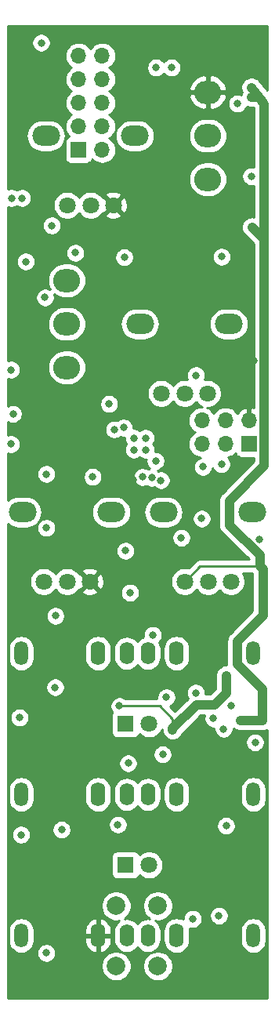
<source format=gbr>
G04 #@! TF.GenerationSoftware,KiCad,Pcbnew,5.0.2-bee76a0~70~ubuntu18.04.1*
G04 #@! TF.CreationDate,2019-04-14T16:07:02+08:00*
G04 #@! TF.ProjectId,LFO,4c464f2e-6b69-4636-9164-5f7063625858,rev?*
G04 #@! TF.SameCoordinates,PX8d9ee20PY6422c40*
G04 #@! TF.FileFunction,Copper,L2,Inr*
G04 #@! TF.FilePolarity,Positive*
%FSLAX46Y46*%
G04 Gerber Fmt 4.6, Leading zero omitted, Abs format (unit mm)*
G04 Created by KiCad (PCBNEW 5.0.2-bee76a0~70~ubuntu18.04.1) date Sun Apr 14 16:07:02 2019*
%MOMM*%
%LPD*%
G01*
G04 APERTURE LIST*
G04 #@! TA.AperFunction,ViaPad*
%ADD10C,2.000000*%
G04 #@! TD*
G04 #@! TA.AperFunction,WasherPad*
%ADD11O,3.000000X2.200000*%
G04 #@! TD*
G04 #@! TA.AperFunction,ViaPad*
%ADD12C,1.800000*%
G04 #@! TD*
G04 #@! TA.AperFunction,ViaPad*
%ADD13O,1.500000X2.600000*%
G04 #@! TD*
G04 #@! TA.AperFunction,ViaPad*
%ADD14O,1.600000X2.400000*%
G04 #@! TD*
G04 #@! TA.AperFunction,ViaPad*
%ADD15O,1.600000X2.600000*%
G04 #@! TD*
G04 #@! TA.AperFunction,ViaPad*
%ADD16R,1.800000X1.800000*%
G04 #@! TD*
G04 #@! TA.AperFunction,ViaPad*
%ADD17O,1.700000X1.700000*%
G04 #@! TD*
G04 #@! TA.AperFunction,ViaPad*
%ADD18R,1.700000X1.700000*%
G04 #@! TD*
G04 #@! TA.AperFunction,ViaPad*
%ADD19O,2.900000X2.500000*%
G04 #@! TD*
G04 #@! TA.AperFunction,ViaPad*
%ADD20C,0.800000*%
G04 #@! TD*
G04 #@! TA.AperFunction,Conductor*
%ADD21C,1.000000*%
G04 #@! TD*
G04 #@! TA.AperFunction,Conductor*
%ADD22C,0.250000*%
G04 #@! TD*
G04 #@! TA.AperFunction,Conductor*
%ADD23C,0.254000*%
G04 #@! TD*
G04 APERTURE END LIST*
D10*
G04 #@! TO.N,RESET*
G04 #@! TO.C,SW1*
X-2286000Y-42522000D03*
G04 #@! TO.N,GND*
X2214000Y-42522000D03*
G04 #@! TO.N,RESET*
X-2286000Y-49022000D03*
G04 #@! TO.N,GND*
X2214000Y-49022000D03*
G04 #@! TD*
D11*
G04 #@! TO.N,*
G04 #@! TO.C,RV4*
X12420000Y0D03*
D12*
G04 #@! TO.N,+12V*
X5120000Y-7500010D03*
G04 #@! TO.N,Net-(C22-Pad1)*
X7660000Y-7500010D03*
G04 #@! TO.N,-12V*
X10120000Y-7500010D03*
D11*
G04 #@! TO.N,*
X2820000Y0D03*
G04 #@! TD*
G04 #@! TO.N,*
G04 #@! TO.C,RV2*
X-2820000Y0D03*
D12*
G04 #@! TO.N,GND*
X-10120000Y-7500010D03*
G04 #@! TO.N,Net-(C8-Pad1)*
X-7580000Y-7500010D03*
G04 #@! TO.N,+5V*
X-5120000Y-7500010D03*
D11*
G04 #@! TO.N,*
X-12420000Y0D03*
G04 #@! TD*
D13*
G04 #@! TO.N,/DigitalOut/Out*
G04 #@! TO.C,J6*
X12540000Y-45720000D03*
D14*
G04 #@! TO.N,GND*
X1140000Y-45720000D03*
D15*
G04 #@! TO.N,Net-(J6-PadTN)*
X4240000Y-45720000D03*
G04 #@! TD*
D13*
G04 #@! TO.N,/OutputStage/Inv*
G04 #@! TO.C,J5*
X12540000Y-30480000D03*
D14*
G04 #@! TO.N,GND*
X1140000Y-30480000D03*
D15*
G04 #@! TO.N,Net-(J5-PadTN)*
X4240000Y-30480000D03*
G04 #@! TD*
D13*
G04 #@! TO.N,/OutputStage/Out*
G04 #@! TO.C,J4*
X12540000Y-15240000D03*
D14*
G04 #@! TO.N,GND*
X1140000Y-15240000D03*
D15*
G04 #@! TO.N,Net-(J4-PadTN)*
X4240000Y-15240000D03*
G04 #@! TD*
D13*
G04 #@! TO.N,/DigitalIn/In*
G04 #@! TO.C,J3*
X-12540000Y-45720000D03*
D14*
G04 #@! TO.N,GND*
X-1140000Y-45720000D03*
D15*
G04 #@! TO.N,+5V*
X-4240000Y-45720000D03*
G04 #@! TD*
D13*
G04 #@! TO.N,/CVIn05.sch/In*
G04 #@! TO.C,J2*
X-12540000Y-30480000D03*
D14*
G04 #@! TO.N,GND*
X-1140000Y-30480000D03*
D15*
X-4240000Y-30480000D03*
G04 #@! TD*
D13*
G04 #@! TO.N,/CVIn55/In*
G04 #@! TO.C,J1*
X-12540000Y-15240000D03*
D14*
G04 #@! TO.N,GND*
X-1140000Y-15240000D03*
D15*
X-4240000Y-15240000D03*
G04 #@! TD*
D12*
G04 #@! TO.N,Net-(D2-Pad2)*
G04 #@! TO.C,D2*
X1270000Y-38100000D03*
D16*
G04 #@! TO.N,GND*
X-1270000Y-38100000D03*
G04 #@! TD*
D17*
G04 #@! TO.N,GND*
G04 #@! TO.C,J7*
X6985000Y9906000D03*
G04 #@! TO.N,RESET*
X6985000Y7366000D03*
G04 #@! TO.N,MOSI*
X9525000Y9906000D03*
G04 #@! TO.N,SCK*
X9525000Y7366000D03*
G04 #@! TO.N,+5V*
X12065000Y9906000D03*
D18*
G04 #@! TO.N,LED1*
X12065000Y7366000D03*
G04 #@! TD*
D17*
G04 #@! TO.N,Net-(D3-Pad2)*
G04 #@! TO.C,J8*
X-3810000Y49276000D03*
X-6350000Y49276000D03*
G04 #@! TO.N,GND*
X-3810000Y46736000D03*
X-6350000Y46736000D03*
X-3810000Y44196000D03*
X-6350000Y44196000D03*
X-3810000Y41656000D03*
X-6350000Y41656000D03*
G04 #@! TO.N,Net-(D5-Pad1)*
X-3810000Y39116000D03*
D18*
X-6350000Y39116000D03*
G04 #@! TD*
D12*
G04 #@! TO.N,Net-(D1-Pad2)*
G04 #@! TO.C,D1*
X1270000Y-22860000D03*
D16*
G04 #@! TO.N,GND*
X-1270000Y-22860000D03*
G04 #@! TD*
D11*
G04 #@! TO.N,*
G04 #@! TO.C,RV1*
X-280000Y40640000D03*
D12*
G04 #@! TO.N,GND*
X-7580000Y33139990D03*
G04 #@! TO.N,Net-(C5-Pad1)*
X-5040000Y33139990D03*
G04 #@! TO.N,+5V*
X-2580000Y33139990D03*
D11*
G04 #@! TO.N,*
X-9880000Y40640000D03*
G04 #@! TD*
G04 #@! TO.N,*
G04 #@! TO.C,RV3*
X9880000Y20320000D03*
D12*
G04 #@! TO.N,GND*
X2580000Y12819990D03*
G04 #@! TO.N,Net-(R25-Pad1)*
X5120000Y12819990D03*
G04 #@! TO.N,Net-(C15-Pad1)*
X7580000Y12819990D03*
D11*
G04 #@! TO.N,*
X280000Y20320000D03*
G04 #@! TD*
D19*
G04 #@! TO.N,Net-(R41-Pad2)*
G04 #@! TO.C,SW3*
X-7620000Y15620000D03*
G04 #@! TO.N,Net-(R38-Pad2)*
X-7620000Y25020000D03*
G04 #@! TO.N,SPDTS*
X-7620000Y20320000D03*
G04 #@! TD*
G04 #@! TO.N,Net-(R40-Pad2)*
G04 #@! TO.C,SW2*
X7620000Y35940000D03*
G04 #@! TO.N,+5V*
X7620000Y45340000D03*
G04 #@! TO.N,Net-(R38-Pad2)*
X7620000Y40640000D03*
G04 #@! TD*
D20*
G04 #@! TO.N,GND*
X-381000Y6731000D03*
X889000Y6731000D03*
X889000Y8001000D03*
X-381000Y8001000D03*
G04 #@! TO.N,+5V*
X-10199200Y43371700D03*
X6902400Y18973300D03*
X-483000Y3515100D03*
X-11150500Y-22441000D03*
X-9281900Y-33465200D03*
X-1410400Y30544000D03*
X-787500Y-11241200D03*
X-9635100Y-17431000D03*
X6924000Y-48242500D03*
X-10998500Y-34834600D03*
X12614900Y16317000D03*
X10220800Y40542500D03*
X-268000Y46221000D03*
X-268000Y47992000D03*
G04 #@! TO.N,+12V*
X11125000Y-22504000D03*
X12395000Y30759400D03*
X12319000Y45847000D03*
X12319000Y45847000D03*
X12319000Y45847000D03*
X12319000Y44831000D03*
G04 #@! TO.N,TRIG*
X-985400Y-27113600D03*
X2558800Y3429600D03*
G04 #@! TO.N,SPDTS*
X-1481900Y9129000D03*
G04 #@! TO.N,Net-(R29-Pad1)*
X9329000Y-23414400D03*
X1668600Y-13264800D03*
G04 #@! TO.N,Net-(R25-Pad1)*
X4757600Y-2775500D03*
G04 #@! TO.N,-12V*
X-1930000Y-20930000D03*
X9595000Y-17659000D03*
X-12065000Y27051000D03*
X3810000Y-23495000D03*
X-12446000Y33909000D03*
X-13589000Y33909000D03*
G04 #@! TO.N,Net-(C15-Pad1)*
X10128400Y-20930200D03*
X8223000Y-22285400D03*
G04 #@! TO.N,PWM*
X-8176200Y-34289100D03*
X1558400Y3699800D03*
G04 #@! TO.N,FREQ*
X-8884900Y-18922400D03*
X1983100Y5534800D03*
G04 #@! TO.N,SCK*
X9082800Y5172300D03*
G04 #@! TO.N,Net-(C5-Pad1)*
X-8850000Y-11197400D03*
G04 #@! TO.N,GND*
X7086500Y4889600D03*
X6312200Y-19521200D03*
X-9827700Y-1704100D03*
X3149500Y-19994600D03*
X-10382300Y50673500D03*
X-9829400Y4105100D03*
X2732500Y-26156700D03*
X-787500Y-8691100D03*
X-13641100Y15366300D03*
X-12725500Y-22175700D03*
X-13650900Y7343800D03*
X-13425700Y10602800D03*
X-6695100Y27999300D03*
X6339300Y14770400D03*
X8824000Y-43576700D03*
X5979700Y-43929700D03*
X-1402200Y27507500D03*
X-2107600Y-33749200D03*
X-9830700Y-47596800D03*
X-9974100Y23169600D03*
X-12573500Y-34845800D03*
X6959500Y-694600D03*
X13145900Y-2983500D03*
X12725500Y-24866500D03*
X558000Y3793300D03*
X9599300Y-33872300D03*
X12309300Y36255800D03*
X9112100Y27571000D03*
X-9232000Y30939500D03*
X10795000Y44110500D03*
X-3048000Y11684000D03*
X-4826000Y3810000D03*
X3683000Y48006000D03*
X2032000Y48006000D03*
G04 #@! TO.N,LED2*
X-1280100Y-4174800D03*
X-2483600Y8923700D03*
G04 #@! TD*
D21*
G04 #@! TO.N,+12V*
X13716000Y29438600D02*
X12395000Y30759400D01*
X13233000Y-5842000D02*
X13233000Y-4648000D01*
X13233000Y-4648000D02*
X10001000Y-1416000D01*
X10001000Y-1416000D02*
X9931000Y-1416000D01*
X9931000Y-1416000D02*
X9931000Y1219000D01*
X9931000Y1219000D02*
X13716000Y5003800D01*
X13716000Y5003800D02*
X13716000Y29438600D01*
X11125000Y-22504000D02*
X13526000Y-22504000D01*
X13526000Y-22504000D02*
X13526000Y-19114000D01*
X13526000Y-19114000D02*
X10795000Y-16383000D01*
X10795000Y-16383000D02*
X10795000Y-13919000D01*
X10795000Y-13919000D02*
X13589000Y-11125000D01*
X13589000Y-11125000D02*
X13589000Y-6198000D01*
X13589000Y-6198000D02*
X13233000Y-5842000D01*
D22*
X13233000Y-5842000D02*
X6778000Y-5842000D01*
X6778000Y-5842000D02*
X5120000Y-7500000D01*
D21*
X13716000Y44069000D02*
X13716000Y29438600D01*
X13062857Y44831000D02*
X13316857Y44577000D01*
X12319000Y44831000D02*
X13062857Y44831000D01*
X12319000Y45847000D02*
X13316857Y44577000D01*
X13316857Y44577000D02*
X13716000Y44069000D01*
D22*
G04 #@! TO.N,-12V*
X3810000Y-23368000D02*
X3810000Y-22301000D01*
X3810000Y-22301000D02*
X2438000Y-20930000D01*
X2438000Y-20930000D02*
X-1930000Y-20930000D01*
X3810000Y-23495000D02*
X3810000Y-23368000D01*
D21*
X3810000Y-23368000D02*
X6375000Y-20803000D01*
X6375000Y-20803000D02*
X8357000Y-20803000D01*
X8357000Y-20803000D02*
X9595000Y-19564000D01*
X9595000Y-19564000D02*
X9595000Y-17659000D01*
X3810000Y-23495000D02*
X3810000Y-23368000D01*
X10120000Y-7500000D02*
X9931000Y-7311000D01*
G04 #@! TD*
D23*
G04 #@! TO.N,+5V*
G36*
X14007161Y45535531D02*
X13177026Y46592066D01*
X13061092Y46713035D01*
X12877878Y46841169D01*
X12673187Y46931099D01*
X12454884Y46979367D01*
X12231360Y46984119D01*
X12011203Y46945171D01*
X11802875Y46864022D01*
X11614381Y46743789D01*
X11452965Y46589092D01*
X11324831Y46405878D01*
X11234901Y46201187D01*
X11186633Y45982884D01*
X11181881Y45759360D01*
X11220829Y45539203D01*
X11300818Y45333852D01*
X11265324Y45267447D01*
X11202941Y45061801D01*
X11096898Y45105726D01*
X10896939Y45145500D01*
X10693061Y45145500D01*
X10493102Y45105726D01*
X10304744Y45027705D01*
X10135226Y44914437D01*
X9991063Y44770274D01*
X9877795Y44600756D01*
X9799774Y44412398D01*
X9760000Y44212439D01*
X9760000Y44008561D01*
X9799774Y43808602D01*
X9877795Y43620244D01*
X9991063Y43450726D01*
X10135226Y43306563D01*
X10304744Y43193295D01*
X10493102Y43115274D01*
X10693061Y43075500D01*
X10896939Y43075500D01*
X11096898Y43115274D01*
X11285256Y43193295D01*
X11454774Y43306563D01*
X11598937Y43450726D01*
X11712205Y43620244D01*
X11790226Y43808602D01*
X11793475Y43824937D01*
X11882553Y43777324D01*
X12096501Y43712423D01*
X12263248Y43696000D01*
X12565637Y43696000D01*
X12581000Y43676447D01*
X12581000Y37257033D01*
X12411239Y37290800D01*
X12207361Y37290800D01*
X12007402Y37251026D01*
X11819044Y37173005D01*
X11649526Y37059737D01*
X11505363Y36915574D01*
X11392095Y36746056D01*
X11314074Y36557698D01*
X11274300Y36357739D01*
X11274300Y36153861D01*
X11314074Y35953902D01*
X11392095Y35765544D01*
X11505363Y35596026D01*
X11649526Y35451863D01*
X11819044Y35338595D01*
X12007402Y35260574D01*
X12207361Y35220800D01*
X12411239Y35220800D01*
X12581001Y35254567D01*
X12581001Y31881578D01*
X12394914Y31899891D01*
X12172417Y31877960D01*
X11958474Y31813043D01*
X11761306Y31707635D01*
X11588491Y31565787D01*
X11446669Y31392951D01*
X11341291Y31195767D01*
X11276406Y30981814D01*
X11254509Y30759314D01*
X11276440Y30536817D01*
X11341357Y30322874D01*
X11446765Y30125706D01*
X11553069Y29996193D01*
X12581001Y28968417D01*
X12581000Y11297156D01*
X12569099Y11302825D01*
X12421890Y11347476D01*
X12192000Y11226155D01*
X12192000Y10033000D01*
X12212000Y10033000D01*
X12212000Y9779000D01*
X12192000Y9779000D01*
X12192000Y9759000D01*
X11938000Y9759000D01*
X11938000Y9779000D01*
X11918000Y9779000D01*
X11918000Y10033000D01*
X11938000Y10033000D01*
X11938000Y11226155D01*
X11708110Y11347476D01*
X11560901Y11302825D01*
X11298080Y11177641D01*
X11064731Y11003588D01*
X10869822Y10787355D01*
X10800201Y10670477D01*
X10765706Y10735014D01*
X10580134Y10961134D01*
X10354014Y11146706D01*
X10096034Y11284599D01*
X9816111Y11369513D01*
X9597950Y11391000D01*
X9452050Y11391000D01*
X9233889Y11369513D01*
X8953966Y11284599D01*
X8695986Y11146706D01*
X8469866Y10961134D01*
X8284294Y10735014D01*
X8255000Y10680209D01*
X8225706Y10735014D01*
X8040134Y10961134D01*
X7814014Y11146706D01*
X7556034Y11284599D01*
X7554745Y11284990D01*
X7731184Y11284990D01*
X8027743Y11343979D01*
X8307095Y11459691D01*
X8558505Y11627678D01*
X8772312Y11841485D01*
X8940299Y12092895D01*
X9056011Y12372247D01*
X9115000Y12668806D01*
X9115000Y12971174D01*
X9056011Y13267733D01*
X8940299Y13547085D01*
X8772312Y13798495D01*
X8558505Y14012302D01*
X8307095Y14180289D01*
X8027743Y14296001D01*
X7731184Y14354990D01*
X7428816Y14354990D01*
X7274819Y14324358D01*
X7334526Y14468502D01*
X7374300Y14668461D01*
X7374300Y14872339D01*
X7334526Y15072298D01*
X7256505Y15260656D01*
X7143237Y15430174D01*
X6999074Y15574337D01*
X6829556Y15687605D01*
X6641198Y15765626D01*
X6441239Y15805400D01*
X6237361Y15805400D01*
X6037402Y15765626D01*
X5849044Y15687605D01*
X5679526Y15574337D01*
X5535363Y15430174D01*
X5422095Y15260656D01*
X5344074Y15072298D01*
X5304300Y14872339D01*
X5304300Y14668461D01*
X5344074Y14468502D01*
X5401859Y14328997D01*
X5271184Y14354990D01*
X4968816Y14354990D01*
X4672257Y14296001D01*
X4392905Y14180289D01*
X4141495Y14012302D01*
X3927688Y13798495D01*
X3850000Y13682227D01*
X3772312Y13798495D01*
X3558505Y14012302D01*
X3307095Y14180289D01*
X3027743Y14296001D01*
X2731184Y14354990D01*
X2428816Y14354990D01*
X2132257Y14296001D01*
X1852905Y14180289D01*
X1601495Y14012302D01*
X1387688Y13798495D01*
X1219701Y13547085D01*
X1103989Y13267733D01*
X1045000Y12971174D01*
X1045000Y12668806D01*
X1103989Y12372247D01*
X1219701Y12092895D01*
X1387688Y11841485D01*
X1601495Y11627678D01*
X1852905Y11459691D01*
X2132257Y11343979D01*
X2428816Y11284990D01*
X2731184Y11284990D01*
X3027743Y11343979D01*
X3307095Y11459691D01*
X3558505Y11627678D01*
X3772312Y11841485D01*
X3850000Y11957753D01*
X3927688Y11841485D01*
X4141495Y11627678D01*
X4392905Y11459691D01*
X4672257Y11343979D01*
X4968816Y11284990D01*
X5271184Y11284990D01*
X5567743Y11343979D01*
X5847095Y11459691D01*
X6098505Y11627678D01*
X6312312Y11841485D01*
X6350000Y11897889D01*
X6387688Y11841485D01*
X6601495Y11627678D01*
X6852905Y11459691D01*
X7018739Y11391000D01*
X6912050Y11391000D01*
X6693889Y11369513D01*
X6413966Y11284599D01*
X6155986Y11146706D01*
X5929866Y10961134D01*
X5744294Y10735014D01*
X5606401Y10477034D01*
X5521487Y10197111D01*
X5492815Y9906000D01*
X5521487Y9614889D01*
X5606401Y9334966D01*
X5744294Y9076986D01*
X5929866Y8850866D01*
X6155986Y8665294D01*
X6210791Y8636000D01*
X6155986Y8606706D01*
X5929866Y8421134D01*
X5744294Y8195014D01*
X5606401Y7937034D01*
X5521487Y7657111D01*
X5492815Y7366000D01*
X5521487Y7074889D01*
X5606401Y6794966D01*
X5744294Y6536986D01*
X5929866Y6310866D01*
X6155986Y6125294D01*
X6413966Y5987401D01*
X6693889Y5902487D01*
X6813945Y5890663D01*
X6784602Y5884826D01*
X6596244Y5806805D01*
X6426726Y5693537D01*
X6282563Y5549374D01*
X6169295Y5379856D01*
X6091274Y5191498D01*
X6051500Y4991539D01*
X6051500Y4787661D01*
X6091274Y4587702D01*
X6169295Y4399344D01*
X6282563Y4229826D01*
X6426726Y4085663D01*
X6596244Y3972395D01*
X6784602Y3894374D01*
X6984561Y3854600D01*
X7188439Y3854600D01*
X7388398Y3894374D01*
X7576756Y3972395D01*
X7746274Y4085663D01*
X7890437Y4229826D01*
X8003705Y4399344D01*
X8081726Y4587702D01*
X8121500Y4787661D01*
X8121500Y4788498D01*
X8165595Y4682044D01*
X8278863Y4512526D01*
X8423026Y4368363D01*
X8592544Y4255095D01*
X8780902Y4177074D01*
X8980861Y4137300D01*
X9184739Y4137300D01*
X9384698Y4177074D01*
X9573056Y4255095D01*
X9742574Y4368363D01*
X9886737Y4512526D01*
X10000005Y4682044D01*
X10078026Y4870402D01*
X10117800Y5070361D01*
X10117800Y5274239D01*
X10078026Y5474198D01*
X10000005Y5662556D01*
X9886737Y5832074D01*
X9816274Y5902537D01*
X10096034Y5987401D01*
X10354014Y6125294D01*
X10580134Y6310866D01*
X10604607Y6340687D01*
X10625498Y6271820D01*
X10684463Y6161506D01*
X10763815Y6064815D01*
X10860506Y5985463D01*
X10970820Y5926498D01*
X11090518Y5890188D01*
X11215000Y5877928D01*
X12581000Y5877928D01*
X12581000Y5473950D01*
X9167872Y2061001D01*
X9124552Y2025449D01*
X9047688Y1931790D01*
X8982733Y1852647D01*
X8982726Y1852634D01*
X8982717Y1852623D01*
X8932108Y1757940D01*
X8877336Y1655474D01*
X8877331Y1655459D01*
X8877325Y1655447D01*
X8849734Y1564491D01*
X8812429Y1441528D01*
X8812427Y1441509D01*
X8812424Y1441499D01*
X8804668Y1362747D01*
X8790509Y1219030D01*
X8796001Y1163253D01*
X8796000Y-1360248D01*
X8790509Y-1416000D01*
X8812423Y-1638499D01*
X8877324Y-1852447D01*
X8949925Y-1988274D01*
X8982716Y-2049623D01*
X9124551Y-2222449D01*
X9297377Y-2364284D01*
X9397864Y-2417995D01*
X12061868Y-5082000D01*
X6815322Y-5082000D01*
X6777999Y-5078324D01*
X6740676Y-5082000D01*
X6740667Y-5082000D01*
X6629014Y-5092997D01*
X6485753Y-5136454D01*
X6353723Y-5207026D01*
X6301706Y-5249716D01*
X6237999Y-5301999D01*
X6214201Y-5330997D01*
X5528921Y-6016277D01*
X5271184Y-5965010D01*
X4968816Y-5965010D01*
X4672257Y-6023999D01*
X4392905Y-6139711D01*
X4141495Y-6307698D01*
X3927688Y-6521505D01*
X3759701Y-6772915D01*
X3643989Y-7052267D01*
X3585000Y-7348826D01*
X3585000Y-7651194D01*
X3643989Y-7947753D01*
X3759701Y-8227105D01*
X3927688Y-8478515D01*
X4141495Y-8692322D01*
X4392905Y-8860309D01*
X4672257Y-8976021D01*
X4968816Y-9035010D01*
X5271184Y-9035010D01*
X5567743Y-8976021D01*
X5847095Y-8860309D01*
X6098505Y-8692322D01*
X6312312Y-8478515D01*
X6390000Y-8362247D01*
X6467688Y-8478515D01*
X6681495Y-8692322D01*
X6932905Y-8860309D01*
X7212257Y-8976021D01*
X7508816Y-9035010D01*
X7811184Y-9035010D01*
X8107743Y-8976021D01*
X8387095Y-8860309D01*
X8638505Y-8692322D01*
X8852312Y-8478515D01*
X8890000Y-8422111D01*
X8927688Y-8478515D01*
X9141495Y-8692322D01*
X9392905Y-8860309D01*
X9672257Y-8976021D01*
X9968816Y-9035010D01*
X10271184Y-9035010D01*
X10567743Y-8976021D01*
X10847095Y-8860309D01*
X11098505Y-8692322D01*
X11312312Y-8478515D01*
X11480299Y-8227105D01*
X11596011Y-7947753D01*
X11655000Y-7651194D01*
X11655000Y-7348826D01*
X11596011Y-7052267D01*
X11480299Y-6772915D01*
X11366097Y-6602000D01*
X12388431Y-6602000D01*
X12426551Y-6648449D01*
X12454001Y-6670977D01*
X12454000Y-10654867D01*
X10031860Y-13077009D01*
X9988552Y-13112551D01*
X9846717Y-13285377D01*
X9790384Y-13390770D01*
X9741324Y-13482554D01*
X9676423Y-13696502D01*
X9654509Y-13919000D01*
X9660001Y-13974761D01*
X9660000Y-16327248D01*
X9654509Y-16383000D01*
X9668569Y-16525755D01*
X9595000Y-16518509D01*
X9372502Y-16540423D01*
X9158554Y-16605324D01*
X8961378Y-16710716D01*
X8788552Y-16852551D01*
X8646717Y-17025377D01*
X8541325Y-17222553D01*
X8476424Y-17436501D01*
X8460001Y-17603248D01*
X8460000Y-19094136D01*
X7886600Y-19668000D01*
X7338277Y-19668000D01*
X7347200Y-19623139D01*
X7347200Y-19419261D01*
X7307426Y-19219302D01*
X7229405Y-19030944D01*
X7116137Y-18861426D01*
X6971974Y-18717263D01*
X6802456Y-18603995D01*
X6614098Y-18525974D01*
X6414139Y-18486200D01*
X6210261Y-18486200D01*
X6010302Y-18525974D01*
X5821944Y-18603995D01*
X5652426Y-18717263D01*
X5508263Y-18861426D01*
X5394995Y-19030944D01*
X5316974Y-19219302D01*
X5277200Y-19419261D01*
X5277200Y-19623139D01*
X5316974Y-19823098D01*
X5394995Y-20011456D01*
X5461652Y-20111216D01*
X4078237Y-21494631D01*
X3537410Y-20954198D01*
X3639756Y-20911805D01*
X3809274Y-20798537D01*
X3953437Y-20654374D01*
X4066705Y-20484856D01*
X4144726Y-20296498D01*
X4184500Y-20096539D01*
X4184500Y-19892661D01*
X4144726Y-19692702D01*
X4066705Y-19504344D01*
X3953437Y-19334826D01*
X3809274Y-19190663D01*
X3639756Y-19077395D01*
X3451398Y-18999374D01*
X3251439Y-18959600D01*
X3047561Y-18959600D01*
X2847602Y-18999374D01*
X2659244Y-19077395D01*
X2489726Y-19190663D01*
X2345563Y-19334826D01*
X2232295Y-19504344D01*
X2154274Y-19692702D01*
X2114500Y-19892661D01*
X2114500Y-20096539D01*
X2129112Y-20170000D01*
X-1226289Y-20170000D01*
X-1270226Y-20126063D01*
X-1439744Y-20012795D01*
X-1628102Y-19934774D01*
X-1828061Y-19895000D01*
X-2031939Y-19895000D01*
X-2231898Y-19934774D01*
X-2420256Y-20012795D01*
X-2589774Y-20126063D01*
X-2733937Y-20270226D01*
X-2847205Y-20439744D01*
X-2925226Y-20628102D01*
X-2965000Y-20828061D01*
X-2965000Y-21031939D01*
X-2925226Y-21231898D01*
X-2847205Y-21420256D01*
X-2733937Y-21589774D01*
X-2706691Y-21617020D01*
X-2759502Y-21715820D01*
X-2795812Y-21835518D01*
X-2808072Y-21960000D01*
X-2808072Y-23760000D01*
X-2795812Y-23884482D01*
X-2759502Y-24004180D01*
X-2700537Y-24114494D01*
X-2621185Y-24211185D01*
X-2524494Y-24290537D01*
X-2414180Y-24349502D01*
X-2294482Y-24385812D01*
X-2170000Y-24398072D01*
X-370000Y-24398072D01*
X-245518Y-24385812D01*
X-125820Y-24349502D01*
X-15506Y-24290537D01*
X81185Y-24211185D01*
X160537Y-24114494D01*
X219502Y-24004180D01*
X225056Y-23985873D01*
X291495Y-24052312D01*
X542905Y-24220299D01*
X822257Y-24336011D01*
X1118816Y-24395000D01*
X1421184Y-24395000D01*
X1717743Y-24336011D01*
X1997095Y-24220299D01*
X2248505Y-24052312D01*
X2462312Y-23838505D01*
X2630299Y-23587095D01*
X2675000Y-23479178D01*
X2675000Y-23550751D01*
X2691423Y-23717498D01*
X2756324Y-23931446D01*
X2861716Y-24128623D01*
X3003551Y-24301449D01*
X3176377Y-24443284D01*
X3373553Y-24548676D01*
X3587501Y-24613577D01*
X3810000Y-24635491D01*
X4032498Y-24613577D01*
X4246446Y-24548676D01*
X4443623Y-24443284D01*
X4616449Y-24301449D01*
X4758284Y-24128623D01*
X4863676Y-23931447D01*
X4868898Y-23914233D01*
X6845132Y-21938000D01*
X7246622Y-21938000D01*
X7227774Y-21983502D01*
X7188000Y-22183461D01*
X7188000Y-22387339D01*
X7227774Y-22587298D01*
X7305795Y-22775656D01*
X7419063Y-22945174D01*
X7563226Y-23089337D01*
X7732744Y-23202605D01*
X7921102Y-23280626D01*
X8121061Y-23320400D01*
X8294000Y-23320400D01*
X8294000Y-23516339D01*
X8333774Y-23716298D01*
X8411795Y-23904656D01*
X8525063Y-24074174D01*
X8669226Y-24218337D01*
X8838744Y-24331605D01*
X9027102Y-24409626D01*
X9227061Y-24449400D01*
X9430939Y-24449400D01*
X9630898Y-24409626D01*
X9819256Y-24331605D01*
X9988774Y-24218337D01*
X10132937Y-24074174D01*
X10246205Y-23904656D01*
X10324226Y-23716298D01*
X10364000Y-23516339D01*
X10364000Y-23347748D01*
X10491377Y-23452284D01*
X10688553Y-23557676D01*
X10902501Y-23622577D01*
X11069248Y-23639000D01*
X13470248Y-23639000D01*
X13526000Y-23644491D01*
X13581751Y-23639000D01*
X13581752Y-23639000D01*
X13748499Y-23622577D01*
X13962447Y-23557676D01*
X14007160Y-23533776D01*
X14007160Y-52516440D01*
X-14002839Y-52516440D01*
X-14002839Y-48860967D01*
X-3921000Y-48860967D01*
X-3921000Y-49183033D01*
X-3858168Y-49498912D01*
X-3734918Y-49796463D01*
X-3555987Y-50064252D01*
X-3328252Y-50291987D01*
X-3060463Y-50470918D01*
X-2762912Y-50594168D01*
X-2447033Y-50657000D01*
X-2124967Y-50657000D01*
X-1809088Y-50594168D01*
X-1511537Y-50470918D01*
X-1243748Y-50291987D01*
X-1016013Y-50064252D01*
X-837082Y-49796463D01*
X-713832Y-49498912D01*
X-651000Y-49183033D01*
X-651000Y-48860967D01*
X579000Y-48860967D01*
X579000Y-49183033D01*
X641832Y-49498912D01*
X765082Y-49796463D01*
X944013Y-50064252D01*
X1171748Y-50291987D01*
X1439537Y-50470918D01*
X1737088Y-50594168D01*
X2052967Y-50657000D01*
X2375033Y-50657000D01*
X2690912Y-50594168D01*
X2988463Y-50470918D01*
X3256252Y-50291987D01*
X3483987Y-50064252D01*
X3662918Y-49796463D01*
X3786168Y-49498912D01*
X3849000Y-49183033D01*
X3849000Y-48860967D01*
X3786168Y-48545088D01*
X3662918Y-48247537D01*
X3483987Y-47979748D01*
X3256252Y-47752013D01*
X2988463Y-47573082D01*
X2690912Y-47449832D01*
X2375033Y-47387000D01*
X2052967Y-47387000D01*
X1737088Y-47449832D01*
X1439537Y-47573082D01*
X1171748Y-47752013D01*
X944013Y-47979748D01*
X765082Y-48247537D01*
X641832Y-48545088D01*
X579000Y-48860967D01*
X-651000Y-48860967D01*
X-713832Y-48545088D01*
X-837082Y-48247537D01*
X-1016013Y-47979748D01*
X-1243748Y-47752013D01*
X-1511537Y-47573082D01*
X-1809088Y-47449832D01*
X-2124967Y-47387000D01*
X-2447033Y-47387000D01*
X-2762912Y-47449832D01*
X-3060463Y-47573082D01*
X-3328252Y-47752013D01*
X-3555987Y-47979748D01*
X-3734918Y-48247537D01*
X-3858168Y-48545088D01*
X-3921000Y-48860967D01*
X-14002839Y-48860967D01*
X-14002839Y-45101964D01*
X-13925000Y-45101964D01*
X-13925000Y-46338037D01*
X-13904960Y-46541507D01*
X-13825764Y-46802581D01*
X-13697157Y-47043188D01*
X-13524080Y-47254081D01*
X-13313187Y-47427157D01*
X-13072580Y-47555764D01*
X-12811506Y-47634960D01*
X-12540000Y-47661701D01*
X-12268493Y-47634960D01*
X-12007419Y-47555764D01*
X-11893478Y-47494861D01*
X-10865700Y-47494861D01*
X-10865700Y-47698739D01*
X-10825926Y-47898698D01*
X-10747905Y-48087056D01*
X-10634637Y-48256574D01*
X-10490474Y-48400737D01*
X-10320956Y-48514005D01*
X-10132598Y-48592026D01*
X-9932639Y-48631800D01*
X-9728761Y-48631800D01*
X-9528802Y-48592026D01*
X-9340444Y-48514005D01*
X-9170926Y-48400737D01*
X-9026763Y-48256574D01*
X-8913495Y-48087056D01*
X-8835474Y-47898698D01*
X-8795700Y-47698739D01*
X-8795700Y-47494861D01*
X-8835474Y-47294902D01*
X-8913495Y-47106544D01*
X-9026763Y-46937026D01*
X-9170926Y-46792863D01*
X-9340444Y-46679595D01*
X-9528802Y-46601574D01*
X-9728761Y-46561800D01*
X-9932639Y-46561800D01*
X-10132598Y-46601574D01*
X-10320956Y-46679595D01*
X-10490474Y-46792863D01*
X-10634637Y-46937026D01*
X-10747905Y-47106544D01*
X-10825926Y-47294902D01*
X-10865700Y-47494861D01*
X-11893478Y-47494861D01*
X-11766812Y-47427157D01*
X-11555919Y-47254081D01*
X-11382843Y-47043188D01*
X-11254236Y-46802581D01*
X-11175040Y-46541507D01*
X-11155000Y-46338037D01*
X-11155000Y-45847000D01*
X-5675000Y-45847000D01*
X-5675000Y-46347000D01*
X-5622650Y-46624514D01*
X-5517166Y-46886483D01*
X-5362601Y-47122839D01*
X-5164895Y-47324500D01*
X-4931646Y-47483715D01*
X-4671818Y-47594367D01*
X-4589039Y-47611904D01*
X-4367000Y-47489915D01*
X-4367000Y-45847000D01*
X-4113000Y-45847000D01*
X-4113000Y-47489915D01*
X-3890961Y-47611904D01*
X-3808182Y-47594367D01*
X-3548354Y-47483715D01*
X-3315105Y-47324500D01*
X-3117399Y-47122839D01*
X-2962834Y-46886483D01*
X-2857350Y-46624514D01*
X-2805000Y-46347000D01*
X-2805000Y-45847000D01*
X-4113000Y-45847000D01*
X-4367000Y-45847000D01*
X-5675000Y-45847000D01*
X-11155000Y-45847000D01*
X-11155000Y-45101963D01*
X-11155882Y-45093000D01*
X-5675000Y-45093000D01*
X-5675000Y-45593000D01*
X-4367000Y-45593000D01*
X-4367000Y-43950085D01*
X-4113000Y-43950085D01*
X-4113000Y-45593000D01*
X-2805000Y-45593000D01*
X-2805000Y-45093000D01*
X-2857350Y-44815486D01*
X-2962834Y-44553517D01*
X-3117399Y-44317161D01*
X-3315105Y-44115500D01*
X-3548354Y-43956285D01*
X-3808182Y-43845633D01*
X-3890961Y-43828096D01*
X-4113000Y-43950085D01*
X-4367000Y-43950085D01*
X-4589039Y-43828096D01*
X-4671818Y-43845633D01*
X-4931646Y-43956285D01*
X-5164895Y-44115500D01*
X-5362601Y-44317161D01*
X-5517166Y-44553517D01*
X-5622650Y-44815486D01*
X-5675000Y-45093000D01*
X-11155882Y-45093000D01*
X-11175040Y-44898493D01*
X-11254236Y-44637419D01*
X-11382843Y-44396812D01*
X-11555920Y-44185919D01*
X-11766813Y-44012843D01*
X-12007420Y-43884236D01*
X-12268494Y-43805040D01*
X-12540000Y-43778299D01*
X-12811507Y-43805040D01*
X-13072581Y-43884236D01*
X-13313188Y-44012843D01*
X-13524081Y-44185920D01*
X-13697157Y-44396813D01*
X-13825764Y-44637420D01*
X-13904960Y-44898494D01*
X-13925000Y-45101964D01*
X-14002839Y-45101964D01*
X-14002839Y-42360967D01*
X-3921000Y-42360967D01*
X-3921000Y-42683033D01*
X-3858168Y-42998912D01*
X-3734918Y-43296463D01*
X-3555987Y-43564252D01*
X-3328252Y-43791987D01*
X-3060463Y-43970918D01*
X-2762912Y-44094168D01*
X-2447033Y-44157000D01*
X-2124967Y-44157000D01*
X-1939191Y-44120047D01*
X-1941101Y-44121068D01*
X-2159608Y-44300393D01*
X-2338932Y-44518900D01*
X-2472182Y-44768193D01*
X-2554236Y-45038692D01*
X-2575000Y-45249509D01*
X-2575000Y-46190492D01*
X-2554236Y-46401309D01*
X-2472182Y-46671808D01*
X-2338932Y-46921101D01*
X-2159607Y-47139608D01*
X-1941100Y-47318932D01*
X-1691807Y-47452182D01*
X-1421308Y-47534236D01*
X-1140000Y-47561943D01*
X-858691Y-47534236D01*
X-588192Y-47452182D01*
X-338899Y-47318932D01*
X-120392Y-47139608D01*
X0Y-46992909D01*
X120392Y-47139607D01*
X338899Y-47318932D01*
X588192Y-47452182D01*
X858691Y-47534236D01*
X1140000Y-47561943D01*
X1421308Y-47534236D01*
X1691807Y-47452182D01*
X1941100Y-47318932D01*
X2159607Y-47139608D01*
X2338932Y-46921101D01*
X2472182Y-46671808D01*
X2554236Y-46401309D01*
X2575000Y-46190492D01*
X2575000Y-45249509D01*
X2565151Y-45149508D01*
X2805000Y-45149508D01*
X2805000Y-46290491D01*
X2825764Y-46501308D01*
X2907818Y-46771807D01*
X3041068Y-47021100D01*
X3220392Y-47239607D01*
X3438899Y-47418932D01*
X3688192Y-47552182D01*
X3958691Y-47634236D01*
X4240000Y-47661943D01*
X4521308Y-47634236D01*
X4791807Y-47552182D01*
X5041100Y-47418932D01*
X5259607Y-47239608D01*
X5438932Y-47021101D01*
X5572182Y-46771808D01*
X5654236Y-46501309D01*
X5675000Y-46290492D01*
X5675000Y-45149508D01*
X5670318Y-45101963D01*
X11155000Y-45101963D01*
X11155000Y-46338036D01*
X11175040Y-46541506D01*
X11254236Y-46802580D01*
X11382843Y-47043187D01*
X11555919Y-47254080D01*
X11766812Y-47427157D01*
X12007419Y-47555764D01*
X12268493Y-47634960D01*
X12540000Y-47661701D01*
X12811506Y-47634960D01*
X13072580Y-47555764D01*
X13313187Y-47427157D01*
X13524080Y-47254081D01*
X13697157Y-47043188D01*
X13825764Y-46802581D01*
X13904960Y-46541507D01*
X13925000Y-46338037D01*
X13925000Y-45101963D01*
X13904960Y-44898493D01*
X13825764Y-44637419D01*
X13697157Y-44396812D01*
X13524081Y-44185919D01*
X13313188Y-44012843D01*
X13072581Y-43884236D01*
X12811507Y-43805040D01*
X12540000Y-43778299D01*
X12268494Y-43805040D01*
X12007420Y-43884236D01*
X11766813Y-44012843D01*
X11555920Y-44185919D01*
X11382843Y-44396812D01*
X11254236Y-44637419D01*
X11175040Y-44898493D01*
X11155000Y-45101963D01*
X5670318Y-45101963D01*
X5654236Y-44938691D01*
X5646074Y-44911784D01*
X5677802Y-44924926D01*
X5877761Y-44964700D01*
X6081639Y-44964700D01*
X6281598Y-44924926D01*
X6469956Y-44846905D01*
X6639474Y-44733637D01*
X6783637Y-44589474D01*
X6896905Y-44419956D01*
X6974926Y-44231598D01*
X7014700Y-44031639D01*
X7014700Y-43827761D01*
X6974926Y-43627802D01*
X6911534Y-43474761D01*
X7789000Y-43474761D01*
X7789000Y-43678639D01*
X7828774Y-43878598D01*
X7906795Y-44066956D01*
X8020063Y-44236474D01*
X8164226Y-44380637D01*
X8333744Y-44493905D01*
X8522102Y-44571926D01*
X8722061Y-44611700D01*
X8925939Y-44611700D01*
X9125898Y-44571926D01*
X9314256Y-44493905D01*
X9483774Y-44380637D01*
X9627937Y-44236474D01*
X9741205Y-44066956D01*
X9819226Y-43878598D01*
X9859000Y-43678639D01*
X9859000Y-43474761D01*
X9819226Y-43274802D01*
X9741205Y-43086444D01*
X9627937Y-42916926D01*
X9483774Y-42772763D01*
X9314256Y-42659495D01*
X9125898Y-42581474D01*
X8925939Y-42541700D01*
X8722061Y-42541700D01*
X8522102Y-42581474D01*
X8333744Y-42659495D01*
X8164226Y-42772763D01*
X8020063Y-42916926D01*
X7906795Y-43086444D01*
X7828774Y-43274802D01*
X7789000Y-43474761D01*
X6911534Y-43474761D01*
X6896905Y-43439444D01*
X6783637Y-43269926D01*
X6639474Y-43125763D01*
X6469956Y-43012495D01*
X6281598Y-42934474D01*
X6081639Y-42894700D01*
X5877761Y-42894700D01*
X5677802Y-42934474D01*
X5489444Y-43012495D01*
X5319926Y-43125763D01*
X5175763Y-43269926D01*
X5062495Y-43439444D01*
X4984474Y-43627802D01*
X4944700Y-43827761D01*
X4944700Y-43969541D01*
X4791808Y-43887818D01*
X4521309Y-43805764D01*
X4240000Y-43778057D01*
X3958692Y-43805764D01*
X3688193Y-43887818D01*
X3438900Y-44021068D01*
X3220393Y-44200392D01*
X3041068Y-44418899D01*
X2907818Y-44668192D01*
X2825764Y-44938691D01*
X2805000Y-45149508D01*
X2565151Y-45149508D01*
X2554236Y-45038691D01*
X2472182Y-44768192D01*
X2338932Y-44518899D01*
X2159608Y-44300392D01*
X1963104Y-44139125D01*
X2052967Y-44157000D01*
X2375033Y-44157000D01*
X2690912Y-44094168D01*
X2988463Y-43970918D01*
X3256252Y-43791987D01*
X3483987Y-43564252D01*
X3662918Y-43296463D01*
X3786168Y-42998912D01*
X3849000Y-42683033D01*
X3849000Y-42360967D01*
X3786168Y-42045088D01*
X3662918Y-41747537D01*
X3483987Y-41479748D01*
X3256252Y-41252013D01*
X2988463Y-41073082D01*
X2690912Y-40949832D01*
X2375033Y-40887000D01*
X2052967Y-40887000D01*
X1737088Y-40949832D01*
X1439537Y-41073082D01*
X1171748Y-41252013D01*
X944013Y-41479748D01*
X765082Y-41747537D01*
X641832Y-42045088D01*
X579000Y-42360967D01*
X579000Y-42683033D01*
X641832Y-42998912D01*
X765082Y-43296463D01*
X944013Y-43564252D01*
X1171748Y-43791987D01*
X1328320Y-43896605D01*
X1140000Y-43878057D01*
X858692Y-43905764D01*
X588193Y-43987818D01*
X338900Y-44121068D01*
X120393Y-44300392D01*
X0Y-44447091D01*
X-120393Y-44300392D01*
X-338900Y-44121068D01*
X-588193Y-43987818D01*
X-858692Y-43905764D01*
X-1140000Y-43878057D01*
X-1412768Y-43904923D01*
X-1243748Y-43791987D01*
X-1016013Y-43564252D01*
X-837082Y-43296463D01*
X-713832Y-42998912D01*
X-651000Y-42683033D01*
X-651000Y-42360967D01*
X-713832Y-42045088D01*
X-837082Y-41747537D01*
X-1016013Y-41479748D01*
X-1243748Y-41252013D01*
X-1511537Y-41073082D01*
X-1809088Y-40949832D01*
X-2124967Y-40887000D01*
X-2447033Y-40887000D01*
X-2762912Y-40949832D01*
X-3060463Y-41073082D01*
X-3328252Y-41252013D01*
X-3555987Y-41479748D01*
X-3734918Y-41747537D01*
X-3858168Y-42045088D01*
X-3921000Y-42360967D01*
X-14002839Y-42360967D01*
X-14002839Y-37200000D01*
X-2808072Y-37200000D01*
X-2808072Y-39000000D01*
X-2795812Y-39124482D01*
X-2759502Y-39244180D01*
X-2700537Y-39354494D01*
X-2621185Y-39451185D01*
X-2524494Y-39530537D01*
X-2414180Y-39589502D01*
X-2294482Y-39625812D01*
X-2170000Y-39638072D01*
X-370000Y-39638072D01*
X-245518Y-39625812D01*
X-125820Y-39589502D01*
X-15506Y-39530537D01*
X81185Y-39451185D01*
X160537Y-39354494D01*
X219502Y-39244180D01*
X225056Y-39225873D01*
X291495Y-39292312D01*
X542905Y-39460299D01*
X822257Y-39576011D01*
X1118816Y-39635000D01*
X1421184Y-39635000D01*
X1717743Y-39576011D01*
X1997095Y-39460299D01*
X2248505Y-39292312D01*
X2462312Y-39078505D01*
X2630299Y-38827095D01*
X2746011Y-38547743D01*
X2805000Y-38251184D01*
X2805000Y-37948816D01*
X2746011Y-37652257D01*
X2630299Y-37372905D01*
X2462312Y-37121495D01*
X2248505Y-36907688D01*
X1997095Y-36739701D01*
X1717743Y-36623989D01*
X1421184Y-36565000D01*
X1118816Y-36565000D01*
X822257Y-36623989D01*
X542905Y-36739701D01*
X291495Y-36907688D01*
X225056Y-36974127D01*
X219502Y-36955820D01*
X160537Y-36845506D01*
X81185Y-36748815D01*
X-15506Y-36669463D01*
X-125820Y-36610498D01*
X-245518Y-36574188D01*
X-370000Y-36561928D01*
X-2170000Y-36561928D01*
X-2294482Y-36574188D01*
X-2414180Y-36610498D01*
X-2524494Y-36669463D01*
X-2621185Y-36748815D01*
X-2700537Y-36845506D01*
X-2759502Y-36955820D01*
X-2795812Y-37075518D01*
X-2808072Y-37200000D01*
X-14002839Y-37200000D01*
X-14002839Y-34743861D01*
X-13608500Y-34743861D01*
X-13608500Y-34947739D01*
X-13568726Y-35147698D01*
X-13490705Y-35336056D01*
X-13377437Y-35505574D01*
X-13233274Y-35649737D01*
X-13063756Y-35763005D01*
X-12875398Y-35841026D01*
X-12675439Y-35880800D01*
X-12471561Y-35880800D01*
X-12271602Y-35841026D01*
X-12083244Y-35763005D01*
X-11913726Y-35649737D01*
X-11769563Y-35505574D01*
X-11656295Y-35336056D01*
X-11578274Y-35147698D01*
X-11538500Y-34947739D01*
X-11538500Y-34743861D01*
X-11578274Y-34543902D01*
X-11656295Y-34355544D01*
X-11768804Y-34187161D01*
X-9211200Y-34187161D01*
X-9211200Y-34391039D01*
X-9171426Y-34590998D01*
X-9093405Y-34779356D01*
X-8980137Y-34948874D01*
X-8835974Y-35093037D01*
X-8666456Y-35206305D01*
X-8478098Y-35284326D01*
X-8278139Y-35324100D01*
X-8074261Y-35324100D01*
X-7874302Y-35284326D01*
X-7685944Y-35206305D01*
X-7516426Y-35093037D01*
X-7372263Y-34948874D01*
X-7258995Y-34779356D01*
X-7180974Y-34590998D01*
X-7141200Y-34391039D01*
X-7141200Y-34187161D01*
X-7180974Y-33987202D01*
X-7258995Y-33798844D01*
X-7360279Y-33647261D01*
X-3142600Y-33647261D01*
X-3142600Y-33851139D01*
X-3102826Y-34051098D01*
X-3024805Y-34239456D01*
X-2911537Y-34408974D01*
X-2767374Y-34553137D01*
X-2597856Y-34666405D01*
X-2409498Y-34744426D01*
X-2209539Y-34784200D01*
X-2005661Y-34784200D01*
X-1805702Y-34744426D01*
X-1617344Y-34666405D01*
X-1447826Y-34553137D01*
X-1303663Y-34408974D01*
X-1190395Y-34239456D01*
X-1112374Y-34051098D01*
X-1072600Y-33851139D01*
X-1072600Y-33770361D01*
X8564300Y-33770361D01*
X8564300Y-33974239D01*
X8604074Y-34174198D01*
X8682095Y-34362556D01*
X8795363Y-34532074D01*
X8939526Y-34676237D01*
X9109044Y-34789505D01*
X9297402Y-34867526D01*
X9497361Y-34907300D01*
X9701239Y-34907300D01*
X9901198Y-34867526D01*
X10089556Y-34789505D01*
X10259074Y-34676237D01*
X10403237Y-34532074D01*
X10516505Y-34362556D01*
X10594526Y-34174198D01*
X10634300Y-33974239D01*
X10634300Y-33770361D01*
X10594526Y-33570402D01*
X10516505Y-33382044D01*
X10403237Y-33212526D01*
X10259074Y-33068363D01*
X10089556Y-32955095D01*
X9901198Y-32877074D01*
X9701239Y-32837300D01*
X9497361Y-32837300D01*
X9297402Y-32877074D01*
X9109044Y-32955095D01*
X8939526Y-33068363D01*
X8795363Y-33212526D01*
X8682095Y-33382044D01*
X8604074Y-33570402D01*
X8564300Y-33770361D01*
X-1072600Y-33770361D01*
X-1072600Y-33647261D01*
X-1112374Y-33447302D01*
X-1190395Y-33258944D01*
X-1303663Y-33089426D01*
X-1447826Y-32945263D01*
X-1617344Y-32831995D01*
X-1805702Y-32753974D01*
X-2005661Y-32714200D01*
X-2209539Y-32714200D01*
X-2409498Y-32753974D01*
X-2597856Y-32831995D01*
X-2767374Y-32945263D01*
X-2911537Y-33089426D01*
X-3024805Y-33258944D01*
X-3102826Y-33447302D01*
X-3142600Y-33647261D01*
X-7360279Y-33647261D01*
X-7372263Y-33629326D01*
X-7516426Y-33485163D01*
X-7685944Y-33371895D01*
X-7874302Y-33293874D01*
X-8074261Y-33254100D01*
X-8278139Y-33254100D01*
X-8478098Y-33293874D01*
X-8666456Y-33371895D01*
X-8835974Y-33485163D01*
X-8980137Y-33629326D01*
X-9093405Y-33798844D01*
X-9171426Y-33987202D01*
X-9211200Y-34187161D01*
X-11768804Y-34187161D01*
X-11769563Y-34186026D01*
X-11913726Y-34041863D01*
X-12083244Y-33928595D01*
X-12271602Y-33850574D01*
X-12471561Y-33810800D01*
X-12675439Y-33810800D01*
X-12875398Y-33850574D01*
X-13063756Y-33928595D01*
X-13233274Y-34041863D01*
X-13377437Y-34186026D01*
X-13490705Y-34355544D01*
X-13568726Y-34543902D01*
X-13608500Y-34743861D01*
X-14002839Y-34743861D01*
X-14002839Y-29861964D01*
X-13925000Y-29861964D01*
X-13925000Y-31098037D01*
X-13904960Y-31301507D01*
X-13825764Y-31562581D01*
X-13697157Y-31803188D01*
X-13524080Y-32014081D01*
X-13313187Y-32187157D01*
X-13072580Y-32315764D01*
X-12811506Y-32394960D01*
X-12540000Y-32421701D01*
X-12268493Y-32394960D01*
X-12007419Y-32315764D01*
X-11766812Y-32187157D01*
X-11555919Y-32014081D01*
X-11382843Y-31803188D01*
X-11254236Y-31562581D01*
X-11175040Y-31301507D01*
X-11155000Y-31098037D01*
X-11155000Y-29909509D01*
X-5675000Y-29909509D01*
X-5675000Y-31050492D01*
X-5654236Y-31261309D01*
X-5572182Y-31531808D01*
X-5438932Y-31781101D01*
X-5259607Y-31999608D01*
X-5041100Y-32178932D01*
X-4791807Y-32312182D01*
X-4521308Y-32394236D01*
X-4240000Y-32421943D01*
X-3958691Y-32394236D01*
X-3688192Y-32312182D01*
X-3438899Y-32178932D01*
X-3220392Y-31999608D01*
X-3041068Y-31781101D01*
X-2907818Y-31531808D01*
X-2825764Y-31261309D01*
X-2805000Y-31050492D01*
X-2805000Y-30009509D01*
X-2575000Y-30009509D01*
X-2575000Y-30950492D01*
X-2554236Y-31161309D01*
X-2472182Y-31431808D01*
X-2338932Y-31681101D01*
X-2159607Y-31899608D01*
X-1941100Y-32078932D01*
X-1691807Y-32212182D01*
X-1421308Y-32294236D01*
X-1140000Y-32321943D01*
X-858691Y-32294236D01*
X-588192Y-32212182D01*
X-338899Y-32078932D01*
X-120392Y-31899608D01*
X0Y-31752909D01*
X120392Y-31899607D01*
X338899Y-32078932D01*
X588192Y-32212182D01*
X858691Y-32294236D01*
X1140000Y-32321943D01*
X1421308Y-32294236D01*
X1691807Y-32212182D01*
X1941100Y-32078932D01*
X2159607Y-31899608D01*
X2338932Y-31681101D01*
X2472182Y-31431808D01*
X2554236Y-31161309D01*
X2575000Y-30950492D01*
X2575000Y-30009509D01*
X2565151Y-29909508D01*
X2805000Y-29909508D01*
X2805000Y-31050491D01*
X2825764Y-31261308D01*
X2907818Y-31531807D01*
X3041068Y-31781100D01*
X3220392Y-31999607D01*
X3438899Y-32178932D01*
X3688192Y-32312182D01*
X3958691Y-32394236D01*
X4240000Y-32421943D01*
X4521308Y-32394236D01*
X4791807Y-32312182D01*
X5041100Y-32178932D01*
X5259607Y-31999608D01*
X5438932Y-31781101D01*
X5572182Y-31531808D01*
X5654236Y-31261309D01*
X5675000Y-31050492D01*
X5675000Y-29909508D01*
X5670318Y-29861963D01*
X11155000Y-29861963D01*
X11155000Y-31098036D01*
X11175040Y-31301506D01*
X11254236Y-31562580D01*
X11382843Y-31803187D01*
X11555919Y-32014080D01*
X11766812Y-32187157D01*
X12007419Y-32315764D01*
X12268493Y-32394960D01*
X12540000Y-32421701D01*
X12811506Y-32394960D01*
X13072580Y-32315764D01*
X13313187Y-32187157D01*
X13524080Y-32014081D01*
X13697157Y-31803188D01*
X13825764Y-31562581D01*
X13904960Y-31301507D01*
X13925000Y-31098037D01*
X13925000Y-29861963D01*
X13904960Y-29658493D01*
X13825764Y-29397419D01*
X13697157Y-29156812D01*
X13524081Y-28945919D01*
X13313188Y-28772843D01*
X13072581Y-28644236D01*
X12811507Y-28565040D01*
X12540000Y-28538299D01*
X12268494Y-28565040D01*
X12007420Y-28644236D01*
X11766813Y-28772843D01*
X11555920Y-28945919D01*
X11382843Y-29156812D01*
X11254236Y-29397419D01*
X11175040Y-29658493D01*
X11155000Y-29861963D01*
X5670318Y-29861963D01*
X5654236Y-29698691D01*
X5572182Y-29428192D01*
X5438932Y-29178899D01*
X5259608Y-28960392D01*
X5041101Y-28781068D01*
X4791808Y-28647818D01*
X4521309Y-28565764D01*
X4240000Y-28538057D01*
X3958692Y-28565764D01*
X3688193Y-28647818D01*
X3438900Y-28781068D01*
X3220393Y-28960392D01*
X3041068Y-29178899D01*
X2907818Y-29428192D01*
X2825764Y-29698691D01*
X2805000Y-29909508D01*
X2565151Y-29909508D01*
X2554236Y-29798691D01*
X2472182Y-29528192D01*
X2338932Y-29278899D01*
X2159608Y-29060392D01*
X1941101Y-28881068D01*
X1691808Y-28747818D01*
X1421309Y-28665764D01*
X1140000Y-28638057D01*
X858692Y-28665764D01*
X588193Y-28747818D01*
X338900Y-28881068D01*
X120393Y-29060392D01*
X0Y-29207091D01*
X-120393Y-29060392D01*
X-338900Y-28881068D01*
X-588193Y-28747818D01*
X-858692Y-28665764D01*
X-1140000Y-28638057D01*
X-1421309Y-28665764D01*
X-1691808Y-28747818D01*
X-1941101Y-28881068D01*
X-2159608Y-29060393D01*
X-2338932Y-29278900D01*
X-2472182Y-29528193D01*
X-2554236Y-29798692D01*
X-2575000Y-30009509D01*
X-2805000Y-30009509D01*
X-2805000Y-29909508D01*
X-2825764Y-29698691D01*
X-2907818Y-29428192D01*
X-3041068Y-29178899D01*
X-3220393Y-28960392D01*
X-3438900Y-28781068D01*
X-3688193Y-28647818D01*
X-3958692Y-28565764D01*
X-4240000Y-28538057D01*
X-4521309Y-28565764D01*
X-4791808Y-28647818D01*
X-5041101Y-28781068D01*
X-5259608Y-28960393D01*
X-5438932Y-29178900D01*
X-5572182Y-29428193D01*
X-5654236Y-29698692D01*
X-5675000Y-29909509D01*
X-11155000Y-29909509D01*
X-11155000Y-29861963D01*
X-11175040Y-29658493D01*
X-11254236Y-29397419D01*
X-11382843Y-29156812D01*
X-11555920Y-28945919D01*
X-11766813Y-28772843D01*
X-12007420Y-28644236D01*
X-12268494Y-28565040D01*
X-12540000Y-28538299D01*
X-12811507Y-28565040D01*
X-13072581Y-28644236D01*
X-13313188Y-28772843D01*
X-13524081Y-28945920D01*
X-13697157Y-29156813D01*
X-13825764Y-29397420D01*
X-13904960Y-29658494D01*
X-13925000Y-29861964D01*
X-14002839Y-29861964D01*
X-14002839Y-27011661D01*
X-2020400Y-27011661D01*
X-2020400Y-27215539D01*
X-1980626Y-27415498D01*
X-1902605Y-27603856D01*
X-1789337Y-27773374D01*
X-1645174Y-27917537D01*
X-1475656Y-28030805D01*
X-1287298Y-28108826D01*
X-1087339Y-28148600D01*
X-883461Y-28148600D01*
X-683502Y-28108826D01*
X-495144Y-28030805D01*
X-325626Y-27917537D01*
X-181463Y-27773374D01*
X-68195Y-27603856D01*
X9826Y-27415498D01*
X49600Y-27215539D01*
X49600Y-27011661D01*
X9826Y-26811702D01*
X-68195Y-26623344D01*
X-181463Y-26453826D01*
X-325626Y-26309663D01*
X-495144Y-26196395D01*
X-683502Y-26118374D01*
X-883461Y-26078600D01*
X-1087339Y-26078600D01*
X-1287298Y-26118374D01*
X-1475656Y-26196395D01*
X-1645174Y-26309663D01*
X-1789337Y-26453826D01*
X-1902605Y-26623344D01*
X-1980626Y-26811702D01*
X-2020400Y-27011661D01*
X-14002839Y-27011661D01*
X-14002839Y-26054761D01*
X1697500Y-26054761D01*
X1697500Y-26258639D01*
X1737274Y-26458598D01*
X1815295Y-26646956D01*
X1928563Y-26816474D01*
X2072726Y-26960637D01*
X2242244Y-27073905D01*
X2430602Y-27151926D01*
X2630561Y-27191700D01*
X2834439Y-27191700D01*
X3034398Y-27151926D01*
X3222756Y-27073905D01*
X3392274Y-26960637D01*
X3536437Y-26816474D01*
X3649705Y-26646956D01*
X3727726Y-26458598D01*
X3767500Y-26258639D01*
X3767500Y-26054761D01*
X3727726Y-25854802D01*
X3649705Y-25666444D01*
X3536437Y-25496926D01*
X3392274Y-25352763D01*
X3222756Y-25239495D01*
X3034398Y-25161474D01*
X2834439Y-25121700D01*
X2630561Y-25121700D01*
X2430602Y-25161474D01*
X2242244Y-25239495D01*
X2072726Y-25352763D01*
X1928563Y-25496926D01*
X1815295Y-25666444D01*
X1737274Y-25854802D01*
X1697500Y-26054761D01*
X-14002839Y-26054761D01*
X-14002839Y-24764561D01*
X11690500Y-24764561D01*
X11690500Y-24968439D01*
X11730274Y-25168398D01*
X11808295Y-25356756D01*
X11921563Y-25526274D01*
X12065726Y-25670437D01*
X12235244Y-25783705D01*
X12423602Y-25861726D01*
X12623561Y-25901500D01*
X12827439Y-25901500D01*
X13027398Y-25861726D01*
X13215756Y-25783705D01*
X13385274Y-25670437D01*
X13529437Y-25526274D01*
X13642705Y-25356756D01*
X13720726Y-25168398D01*
X13760500Y-24968439D01*
X13760500Y-24764561D01*
X13720726Y-24564602D01*
X13642705Y-24376244D01*
X13529437Y-24206726D01*
X13385274Y-24062563D01*
X13215756Y-23949295D01*
X13027398Y-23871274D01*
X12827439Y-23831500D01*
X12623561Y-23831500D01*
X12423602Y-23871274D01*
X12235244Y-23949295D01*
X12065726Y-24062563D01*
X11921563Y-24206726D01*
X11808295Y-24376244D01*
X11730274Y-24564602D01*
X11690500Y-24764561D01*
X-14002839Y-24764561D01*
X-14002839Y-22073761D01*
X-13760500Y-22073761D01*
X-13760500Y-22277639D01*
X-13720726Y-22477598D01*
X-13642705Y-22665956D01*
X-13529437Y-22835474D01*
X-13385274Y-22979637D01*
X-13215756Y-23092905D01*
X-13027398Y-23170926D01*
X-12827439Y-23210700D01*
X-12623561Y-23210700D01*
X-12423602Y-23170926D01*
X-12235244Y-23092905D01*
X-12065726Y-22979637D01*
X-11921563Y-22835474D01*
X-11808295Y-22665956D01*
X-11730274Y-22477598D01*
X-11690500Y-22277639D01*
X-11690500Y-22073761D01*
X-11730274Y-21873802D01*
X-11808295Y-21685444D01*
X-11921563Y-21515926D01*
X-12065726Y-21371763D01*
X-12235244Y-21258495D01*
X-12423602Y-21180474D01*
X-12623561Y-21140700D01*
X-12827439Y-21140700D01*
X-13027398Y-21180474D01*
X-13215756Y-21258495D01*
X-13385274Y-21371763D01*
X-13529437Y-21515926D01*
X-13642705Y-21685444D01*
X-13720726Y-21873802D01*
X-13760500Y-22073761D01*
X-14002839Y-22073761D01*
X-14002839Y-18820461D01*
X-9919900Y-18820461D01*
X-9919900Y-19024339D01*
X-9880126Y-19224298D01*
X-9802105Y-19412656D01*
X-9688837Y-19582174D01*
X-9544674Y-19726337D01*
X-9375156Y-19839605D01*
X-9186798Y-19917626D01*
X-8986839Y-19957400D01*
X-8782961Y-19957400D01*
X-8583002Y-19917626D01*
X-8394644Y-19839605D01*
X-8225126Y-19726337D01*
X-8080963Y-19582174D01*
X-7967695Y-19412656D01*
X-7889674Y-19224298D01*
X-7849900Y-19024339D01*
X-7849900Y-18820461D01*
X-7889674Y-18620502D01*
X-7967695Y-18432144D01*
X-8080963Y-18262626D01*
X-8225126Y-18118463D01*
X-8394644Y-18005195D01*
X-8583002Y-17927174D01*
X-8782961Y-17887400D01*
X-8986839Y-17887400D01*
X-9186798Y-17927174D01*
X-9375156Y-18005195D01*
X-9544674Y-18118463D01*
X-9688837Y-18262626D01*
X-9802105Y-18432144D01*
X-9880126Y-18620502D01*
X-9919900Y-18820461D01*
X-14002839Y-18820461D01*
X-14002839Y-14621964D01*
X-13925000Y-14621964D01*
X-13925000Y-15858037D01*
X-13904960Y-16061507D01*
X-13825764Y-16322581D01*
X-13697157Y-16563188D01*
X-13524080Y-16774081D01*
X-13313187Y-16947157D01*
X-13072580Y-17075764D01*
X-12811506Y-17154960D01*
X-12540000Y-17181701D01*
X-12268493Y-17154960D01*
X-12007419Y-17075764D01*
X-11766812Y-16947157D01*
X-11555919Y-16774081D01*
X-11382843Y-16563188D01*
X-11254236Y-16322581D01*
X-11175040Y-16061507D01*
X-11155000Y-15858037D01*
X-11155000Y-14669509D01*
X-5675000Y-14669509D01*
X-5675000Y-15810492D01*
X-5654236Y-16021309D01*
X-5572182Y-16291808D01*
X-5438932Y-16541101D01*
X-5259607Y-16759608D01*
X-5041100Y-16938932D01*
X-4791807Y-17072182D01*
X-4521308Y-17154236D01*
X-4240000Y-17181943D01*
X-3958691Y-17154236D01*
X-3688192Y-17072182D01*
X-3438899Y-16938932D01*
X-3220392Y-16759608D01*
X-3041068Y-16541101D01*
X-2907818Y-16291808D01*
X-2825764Y-16021309D01*
X-2805000Y-15810492D01*
X-2805000Y-14769509D01*
X-2575000Y-14769509D01*
X-2575000Y-15710492D01*
X-2554236Y-15921309D01*
X-2472182Y-16191808D01*
X-2338932Y-16441101D01*
X-2159607Y-16659608D01*
X-1941100Y-16838932D01*
X-1691807Y-16972182D01*
X-1421308Y-17054236D01*
X-1140000Y-17081943D01*
X-858691Y-17054236D01*
X-588192Y-16972182D01*
X-338899Y-16838932D01*
X-120392Y-16659608D01*
X0Y-16512909D01*
X120392Y-16659607D01*
X338899Y-16838932D01*
X588192Y-16972182D01*
X858691Y-17054236D01*
X1140000Y-17081943D01*
X1421308Y-17054236D01*
X1691807Y-16972182D01*
X1941100Y-16838932D01*
X2159607Y-16659608D01*
X2338932Y-16441101D01*
X2472182Y-16191808D01*
X2554236Y-15921309D01*
X2575000Y-15710492D01*
X2575000Y-14769509D01*
X2565151Y-14669508D01*
X2805000Y-14669508D01*
X2805000Y-15810491D01*
X2825764Y-16021308D01*
X2907818Y-16291807D01*
X3041068Y-16541100D01*
X3220392Y-16759607D01*
X3438899Y-16938932D01*
X3688192Y-17072182D01*
X3958691Y-17154236D01*
X4240000Y-17181943D01*
X4521308Y-17154236D01*
X4791807Y-17072182D01*
X5041100Y-16938932D01*
X5259607Y-16759608D01*
X5438932Y-16541101D01*
X5572182Y-16291808D01*
X5654236Y-16021309D01*
X5675000Y-15810492D01*
X5675000Y-14669508D01*
X5654236Y-14458691D01*
X5572182Y-14188192D01*
X5438932Y-13938899D01*
X5259608Y-13720392D01*
X5041101Y-13541068D01*
X4791808Y-13407818D01*
X4521309Y-13325764D01*
X4240000Y-13298057D01*
X3958692Y-13325764D01*
X3688193Y-13407818D01*
X3438900Y-13541068D01*
X3220393Y-13720392D01*
X3041068Y-13938899D01*
X2907818Y-14188192D01*
X2825764Y-14458691D01*
X2805000Y-14669508D01*
X2565151Y-14669508D01*
X2554236Y-14558691D01*
X2472182Y-14288192D01*
X2345648Y-14051463D01*
X2472537Y-13924574D01*
X2585805Y-13755056D01*
X2663826Y-13566698D01*
X2703600Y-13366739D01*
X2703600Y-13162861D01*
X2663826Y-12962902D01*
X2585805Y-12774544D01*
X2472537Y-12605026D01*
X2328374Y-12460863D01*
X2158856Y-12347595D01*
X1970498Y-12269574D01*
X1770539Y-12229800D01*
X1566661Y-12229800D01*
X1366702Y-12269574D01*
X1178344Y-12347595D01*
X1008826Y-12460863D01*
X864663Y-12605026D01*
X751395Y-12774544D01*
X673374Y-12962902D01*
X633600Y-13162861D01*
X633600Y-13366739D01*
X657481Y-13486800D01*
X588193Y-13507818D01*
X338900Y-13641068D01*
X120393Y-13820392D01*
X0Y-13967091D01*
X-120393Y-13820392D01*
X-338900Y-13641068D01*
X-588193Y-13507818D01*
X-858692Y-13425764D01*
X-1140000Y-13398057D01*
X-1421309Y-13425764D01*
X-1691808Y-13507818D01*
X-1941101Y-13641068D01*
X-2159608Y-13820393D01*
X-2338932Y-14038900D01*
X-2472182Y-14288193D01*
X-2554236Y-14558692D01*
X-2575000Y-14769509D01*
X-2805000Y-14769509D01*
X-2805000Y-14669508D01*
X-2825764Y-14458691D01*
X-2907818Y-14188192D01*
X-3041068Y-13938899D01*
X-3220393Y-13720392D01*
X-3438900Y-13541068D01*
X-3688193Y-13407818D01*
X-3958692Y-13325764D01*
X-4240000Y-13298057D01*
X-4521309Y-13325764D01*
X-4791808Y-13407818D01*
X-5041101Y-13541068D01*
X-5259608Y-13720393D01*
X-5438932Y-13938900D01*
X-5572182Y-14188193D01*
X-5654236Y-14458692D01*
X-5675000Y-14669509D01*
X-11155000Y-14669509D01*
X-11155000Y-14621963D01*
X-11175040Y-14418493D01*
X-11254236Y-14157419D01*
X-11382843Y-13916812D01*
X-11555920Y-13705919D01*
X-11766813Y-13532843D01*
X-12007420Y-13404236D01*
X-12268494Y-13325040D01*
X-12540000Y-13298299D01*
X-12811507Y-13325040D01*
X-13072581Y-13404236D01*
X-13313188Y-13532843D01*
X-13524081Y-13705920D01*
X-13697157Y-13916813D01*
X-13825764Y-14157420D01*
X-13904960Y-14418494D01*
X-13925000Y-14621964D01*
X-14002839Y-14621964D01*
X-14002839Y-11095461D01*
X-9885000Y-11095461D01*
X-9885000Y-11299339D01*
X-9845226Y-11499298D01*
X-9767205Y-11687656D01*
X-9653937Y-11857174D01*
X-9509774Y-12001337D01*
X-9340256Y-12114605D01*
X-9151898Y-12192626D01*
X-8951939Y-12232400D01*
X-8748061Y-12232400D01*
X-8548102Y-12192626D01*
X-8359744Y-12114605D01*
X-8190226Y-12001337D01*
X-8046063Y-11857174D01*
X-7932795Y-11687656D01*
X-7854774Y-11499298D01*
X-7815000Y-11299339D01*
X-7815000Y-11095461D01*
X-7854774Y-10895502D01*
X-7932795Y-10707144D01*
X-8046063Y-10537626D01*
X-8190226Y-10393463D01*
X-8359744Y-10280195D01*
X-8548102Y-10202174D01*
X-8748061Y-10162400D01*
X-8951939Y-10162400D01*
X-9151898Y-10202174D01*
X-9340256Y-10280195D01*
X-9509774Y-10393463D01*
X-9653937Y-10537626D01*
X-9767205Y-10707144D01*
X-9845226Y-10895502D01*
X-9885000Y-11095461D01*
X-14002839Y-11095461D01*
X-14002839Y-7348826D01*
X-11655000Y-7348826D01*
X-11655000Y-7651194D01*
X-11596011Y-7947753D01*
X-11480299Y-8227105D01*
X-11312312Y-8478515D01*
X-11098505Y-8692322D01*
X-10847095Y-8860309D01*
X-10567743Y-8976021D01*
X-10271184Y-9035010D01*
X-9968816Y-9035010D01*
X-9672257Y-8976021D01*
X-9392905Y-8860309D01*
X-9141495Y-8692322D01*
X-8927688Y-8478515D01*
X-8850000Y-8362247D01*
X-8772312Y-8478515D01*
X-8558505Y-8692322D01*
X-8307095Y-8860309D01*
X-8027743Y-8976021D01*
X-7731184Y-9035010D01*
X-7428816Y-9035010D01*
X-7132257Y-8976021D01*
X-6852905Y-8860309D01*
X-6601495Y-8692322D01*
X-6473263Y-8564090D01*
X-6004475Y-8564090D01*
X-5920792Y-8818271D01*
X-5648225Y-8949168D01*
X-5355358Y-9024375D01*
X-5053447Y-9041001D01*
X-4754093Y-8998407D01*
X-4468801Y-8898232D01*
X-4319208Y-8818271D01*
X-4243780Y-8589161D01*
X-1822500Y-8589161D01*
X-1822500Y-8793039D01*
X-1782726Y-8992998D01*
X-1704705Y-9181356D01*
X-1591437Y-9350874D01*
X-1447274Y-9495037D01*
X-1277756Y-9608305D01*
X-1089398Y-9686326D01*
X-889439Y-9726100D01*
X-685561Y-9726100D01*
X-485602Y-9686326D01*
X-297244Y-9608305D01*
X-127726Y-9495037D01*
X16437Y-9350874D01*
X129705Y-9181356D01*
X207726Y-8992998D01*
X247500Y-8793039D01*
X247500Y-8589161D01*
X207726Y-8389202D01*
X129705Y-8200844D01*
X16437Y-8031326D01*
X-127726Y-7887163D01*
X-297244Y-7773895D01*
X-485602Y-7695874D01*
X-685561Y-7656100D01*
X-889439Y-7656100D01*
X-1089398Y-7695874D01*
X-1277756Y-7773895D01*
X-1447274Y-7887163D01*
X-1591437Y-8031326D01*
X-1704705Y-8200844D01*
X-1782726Y-8389202D01*
X-1822500Y-8589161D01*
X-4243780Y-8589161D01*
X-4235525Y-8564090D01*
X-5120000Y-7679615D01*
X-6004475Y-8564090D01*
X-6473263Y-8564090D01*
X-6387688Y-8478515D01*
X-6299474Y-8346494D01*
X-6184080Y-8384485D01*
X-5299605Y-7500010D01*
X-4940395Y-7500010D01*
X-4055920Y-8384485D01*
X-3801739Y-8300802D01*
X-3670842Y-8028235D01*
X-3595635Y-7735368D01*
X-3579009Y-7433457D01*
X-3621603Y-7134103D01*
X-3721778Y-6848811D01*
X-3801739Y-6699218D01*
X-4055920Y-6615535D01*
X-4940395Y-7500010D01*
X-5299605Y-7500010D01*
X-6184080Y-6615535D01*
X-6299474Y-6653526D01*
X-6387688Y-6521505D01*
X-6473263Y-6435930D01*
X-6004475Y-6435930D01*
X-5120000Y-7320405D01*
X-4235525Y-6435930D01*
X-4319208Y-6181749D01*
X-4591775Y-6050852D01*
X-4884642Y-5975645D01*
X-5186553Y-5959019D01*
X-5485907Y-6001613D01*
X-5771199Y-6101788D01*
X-5920792Y-6181749D01*
X-6004475Y-6435930D01*
X-6473263Y-6435930D01*
X-6601495Y-6307698D01*
X-6852905Y-6139711D01*
X-7132257Y-6023999D01*
X-7428816Y-5965010D01*
X-7731184Y-5965010D01*
X-8027743Y-6023999D01*
X-8307095Y-6139711D01*
X-8558505Y-6307698D01*
X-8772312Y-6521505D01*
X-8850000Y-6637773D01*
X-8927688Y-6521505D01*
X-9141495Y-6307698D01*
X-9392905Y-6139711D01*
X-9672257Y-6023999D01*
X-9968816Y-5965010D01*
X-10271184Y-5965010D01*
X-10567743Y-6023999D01*
X-10847095Y-6139711D01*
X-11098505Y-6307698D01*
X-11312312Y-6521505D01*
X-11480299Y-6772915D01*
X-11596011Y-7052267D01*
X-11655000Y-7348826D01*
X-14002839Y-7348826D01*
X-14002839Y-4072861D01*
X-2315100Y-4072861D01*
X-2315100Y-4276739D01*
X-2275326Y-4476698D01*
X-2197305Y-4665056D01*
X-2084037Y-4834574D01*
X-1939874Y-4978737D01*
X-1770356Y-5092005D01*
X-1581998Y-5170026D01*
X-1382039Y-5209800D01*
X-1178161Y-5209800D01*
X-978202Y-5170026D01*
X-789844Y-5092005D01*
X-620326Y-4978737D01*
X-476163Y-4834574D01*
X-362895Y-4665056D01*
X-284874Y-4476698D01*
X-245100Y-4276739D01*
X-245100Y-4072861D01*
X-284874Y-3872902D01*
X-362895Y-3684544D01*
X-476163Y-3515026D01*
X-620326Y-3370863D01*
X-789844Y-3257595D01*
X-978202Y-3179574D01*
X-1178161Y-3139800D01*
X-1382039Y-3139800D01*
X-1581998Y-3179574D01*
X-1770356Y-3257595D01*
X-1939874Y-3370863D01*
X-2084037Y-3515026D01*
X-2197305Y-3684544D01*
X-2275326Y-3872902D01*
X-2315100Y-4072861D01*
X-14002839Y-4072861D01*
X-14002839Y-1273740D01*
X-13788578Y-1449579D01*
X-13487168Y-1610686D01*
X-13160119Y-1709895D01*
X-12905225Y-1735000D01*
X-11934775Y-1735000D01*
X-11679881Y-1709895D01*
X-11352832Y-1610686D01*
X-11336883Y-1602161D01*
X-10862700Y-1602161D01*
X-10862700Y-1806039D01*
X-10822926Y-2005998D01*
X-10744905Y-2194356D01*
X-10631637Y-2363874D01*
X-10487474Y-2508037D01*
X-10317956Y-2621305D01*
X-10129598Y-2699326D01*
X-9929639Y-2739100D01*
X-9725761Y-2739100D01*
X-9525802Y-2699326D01*
X-9463601Y-2673561D01*
X3722600Y-2673561D01*
X3722600Y-2877439D01*
X3762374Y-3077398D01*
X3840395Y-3265756D01*
X3953663Y-3435274D01*
X4097826Y-3579437D01*
X4267344Y-3692705D01*
X4455702Y-3770726D01*
X4655661Y-3810500D01*
X4859539Y-3810500D01*
X5059498Y-3770726D01*
X5247856Y-3692705D01*
X5417374Y-3579437D01*
X5561537Y-3435274D01*
X5674805Y-3265756D01*
X5752826Y-3077398D01*
X5792600Y-2877439D01*
X5792600Y-2673561D01*
X5752826Y-2473602D01*
X5674805Y-2285244D01*
X5561537Y-2115726D01*
X5417374Y-1971563D01*
X5247856Y-1858295D01*
X5059498Y-1780274D01*
X4859539Y-1740500D01*
X4655661Y-1740500D01*
X4455702Y-1780274D01*
X4267344Y-1858295D01*
X4097826Y-1971563D01*
X3953663Y-2115726D01*
X3840395Y-2285244D01*
X3762374Y-2473602D01*
X3722600Y-2673561D01*
X-9463601Y-2673561D01*
X-9337444Y-2621305D01*
X-9167926Y-2508037D01*
X-9023763Y-2363874D01*
X-8910495Y-2194356D01*
X-8832474Y-2005998D01*
X-8792700Y-1806039D01*
X-8792700Y-1602161D01*
X-8832474Y-1402202D01*
X-8910495Y-1213844D01*
X-9023763Y-1044326D01*
X-9167926Y-900163D01*
X-9337444Y-786895D01*
X-9525802Y-708874D01*
X-9725761Y-669100D01*
X-9929639Y-669100D01*
X-10129598Y-708874D01*
X-10317956Y-786895D01*
X-10487474Y-900163D01*
X-10631637Y-1044326D01*
X-10744905Y-1213844D01*
X-10822926Y-1402202D01*
X-10862700Y-1602161D01*
X-11336883Y-1602161D01*
X-11051422Y-1449579D01*
X-10787234Y-1232766D01*
X-10570421Y-968578D01*
X-10409314Y-667168D01*
X-10310105Y-340119D01*
X-10276606Y0D01*
X-4963394Y0D01*
X-4929895Y-340119D01*
X-4830686Y-667168D01*
X-4669579Y-968578D01*
X-4452766Y-1232766D01*
X-4188578Y-1449579D01*
X-3887168Y-1610686D01*
X-3560119Y-1709895D01*
X-3305225Y-1735000D01*
X-2334775Y-1735000D01*
X-2079881Y-1709895D01*
X-1752832Y-1610686D01*
X-1451422Y-1449579D01*
X-1187234Y-1232766D01*
X-970421Y-968578D01*
X-809314Y-667168D01*
X-710105Y-340119D01*
X-676606Y0D01*
X676606Y0D01*
X710105Y-340119D01*
X809314Y-667168D01*
X970421Y-968578D01*
X1187234Y-1232766D01*
X1451422Y-1449579D01*
X1752832Y-1610686D01*
X2079881Y-1709895D01*
X2334775Y-1735000D01*
X3305225Y-1735000D01*
X3560119Y-1709895D01*
X3887168Y-1610686D01*
X4188578Y-1449579D01*
X4452766Y-1232766D01*
X4669579Y-968578D01*
X4830686Y-667168D01*
X4853287Y-592661D01*
X5924500Y-592661D01*
X5924500Y-796539D01*
X5964274Y-996498D01*
X6042295Y-1184856D01*
X6155563Y-1354374D01*
X6299726Y-1498537D01*
X6469244Y-1611805D01*
X6657602Y-1689826D01*
X6857561Y-1729600D01*
X7061439Y-1729600D01*
X7261398Y-1689826D01*
X7449756Y-1611805D01*
X7619274Y-1498537D01*
X7763437Y-1354374D01*
X7876705Y-1184856D01*
X7954726Y-996498D01*
X7994500Y-796539D01*
X7994500Y-592661D01*
X7954726Y-392702D01*
X7876705Y-204344D01*
X7763437Y-34826D01*
X7619274Y109337D01*
X7449756Y222605D01*
X7261398Y300626D01*
X7061439Y340400D01*
X6857561Y340400D01*
X6657602Y300626D01*
X6469244Y222605D01*
X6299726Y109337D01*
X6155563Y-34826D01*
X6042295Y-204344D01*
X5964274Y-392702D01*
X5924500Y-592661D01*
X4853287Y-592661D01*
X4929895Y-340119D01*
X4963394Y0D01*
X4929895Y340119D01*
X4830686Y667168D01*
X4669579Y968578D01*
X4452766Y1232766D01*
X4188578Y1449579D01*
X3887168Y1610686D01*
X3560119Y1709895D01*
X3305225Y1735000D01*
X2334775Y1735000D01*
X2079881Y1709895D01*
X1752832Y1610686D01*
X1451422Y1449579D01*
X1187234Y1232766D01*
X970421Y968578D01*
X809314Y667168D01*
X710105Y340119D01*
X676606Y0D01*
X-676606Y0D01*
X-710105Y340119D01*
X-809314Y667168D01*
X-970421Y968578D01*
X-1187234Y1232766D01*
X-1451422Y1449579D01*
X-1752832Y1610686D01*
X-2079881Y1709895D01*
X-2334775Y1735000D01*
X-3305225Y1735000D01*
X-3560119Y1709895D01*
X-3887168Y1610686D01*
X-4188578Y1449579D01*
X-4452766Y1232766D01*
X-4669579Y968578D01*
X-4830686Y667168D01*
X-4929895Y340119D01*
X-4963394Y0D01*
X-10276606Y0D01*
X-10310105Y340119D01*
X-10409314Y667168D01*
X-10570421Y968578D01*
X-10787234Y1232766D01*
X-11051422Y1449579D01*
X-11352832Y1610686D01*
X-11679881Y1709895D01*
X-11934775Y1735000D01*
X-12905225Y1735000D01*
X-13160119Y1709895D01*
X-13487168Y1610686D01*
X-13788578Y1449579D01*
X-14002839Y1273740D01*
X-14002839Y4207039D01*
X-10864400Y4207039D01*
X-10864400Y4003161D01*
X-10824626Y3803202D01*
X-10746605Y3614844D01*
X-10633337Y3445326D01*
X-10489174Y3301163D01*
X-10319656Y3187895D01*
X-10131298Y3109874D01*
X-9931339Y3070100D01*
X-9727461Y3070100D01*
X-9527502Y3109874D01*
X-9339144Y3187895D01*
X-9169626Y3301163D01*
X-9025463Y3445326D01*
X-8912195Y3614844D01*
X-8834174Y3803202D01*
X-8812546Y3911939D01*
X-5861000Y3911939D01*
X-5861000Y3708061D01*
X-5821226Y3508102D01*
X-5743205Y3319744D01*
X-5629937Y3150226D01*
X-5485774Y3006063D01*
X-5316256Y2892795D01*
X-5127898Y2814774D01*
X-4927939Y2775000D01*
X-4724061Y2775000D01*
X-4524102Y2814774D01*
X-4335744Y2892795D01*
X-4166226Y3006063D01*
X-4022063Y3150226D01*
X-3908795Y3319744D01*
X-3830774Y3508102D01*
X-3791000Y3708061D01*
X-3791000Y3911939D01*
X-3830774Y4111898D01*
X-3908795Y4300256D01*
X-4022063Y4469774D01*
X-4166226Y4613937D01*
X-4335744Y4727205D01*
X-4524102Y4805226D01*
X-4724061Y4845000D01*
X-4927939Y4845000D01*
X-5127898Y4805226D01*
X-5316256Y4727205D01*
X-5485774Y4613937D01*
X-5629937Y4469774D01*
X-5743205Y4300256D01*
X-5821226Y4111898D01*
X-5861000Y3911939D01*
X-8812546Y3911939D01*
X-8794400Y4003161D01*
X-8794400Y4207039D01*
X-8834174Y4406998D01*
X-8912195Y4595356D01*
X-9025463Y4764874D01*
X-9169626Y4909037D01*
X-9339144Y5022305D01*
X-9527502Y5100326D01*
X-9727461Y5140100D01*
X-9931339Y5140100D01*
X-10131298Y5100326D01*
X-10319656Y5022305D01*
X-10489174Y4909037D01*
X-10633337Y4764874D01*
X-10746605Y4595356D01*
X-10824626Y4406998D01*
X-10864400Y4207039D01*
X-14002839Y4207039D01*
X-14002839Y6369302D01*
X-13952798Y6348574D01*
X-13752839Y6308800D01*
X-13548961Y6308800D01*
X-13349002Y6348574D01*
X-13160644Y6426595D01*
X-12991126Y6539863D01*
X-12846963Y6684026D01*
X-12733695Y6853544D01*
X-12655674Y7041902D01*
X-12615900Y7241861D01*
X-12615900Y7445739D01*
X-12655674Y7645698D01*
X-12733695Y7834056D01*
X-12846963Y8003574D01*
X-12991126Y8147737D01*
X-13160644Y8261005D01*
X-13349002Y8339026D01*
X-13548961Y8378800D01*
X-13752839Y8378800D01*
X-13952798Y8339026D01*
X-14002839Y8318298D01*
X-14002839Y9025639D01*
X-3518600Y9025639D01*
X-3518600Y8821761D01*
X-3478826Y8621802D01*
X-3400805Y8433444D01*
X-3287537Y8263926D01*
X-3143374Y8119763D01*
X-2973856Y8006495D01*
X-2785498Y7928474D01*
X-2585539Y7888700D01*
X-2381661Y7888700D01*
X-2181702Y7928474D01*
X-1993344Y8006495D01*
X-1823826Y8119763D01*
X-1802195Y8141394D01*
X-1783798Y8133774D01*
X-1583839Y8094000D01*
X-1416000Y8094000D01*
X-1416000Y7899061D01*
X-1376226Y7699102D01*
X-1298205Y7510744D01*
X-1201490Y7366000D01*
X-1298205Y7221256D01*
X-1376226Y7032898D01*
X-1416000Y6832939D01*
X-1416000Y6629061D01*
X-1376226Y6429102D01*
X-1298205Y6240744D01*
X-1184937Y6071226D01*
X-1040774Y5927063D01*
X-871256Y5813795D01*
X-682898Y5735774D01*
X-482939Y5696000D01*
X-279061Y5696000D01*
X-79102Y5735774D01*
X109256Y5813795D01*
X254000Y5910510D01*
X398744Y5813795D01*
X587102Y5735774D01*
X787061Y5696000D01*
X959888Y5696000D01*
X948100Y5636739D01*
X948100Y5432861D01*
X987874Y5232902D01*
X1065895Y5044544D01*
X1179163Y4875026D01*
X1323326Y4730863D01*
X1349327Y4713490D01*
X1256502Y4695026D01*
X1142249Y4647701D01*
X1048256Y4710505D01*
X859898Y4788526D01*
X659939Y4828300D01*
X456061Y4828300D01*
X256102Y4788526D01*
X67744Y4710505D01*
X-101774Y4597237D01*
X-245937Y4453074D01*
X-359205Y4283556D01*
X-437226Y4095198D01*
X-477000Y3895239D01*
X-477000Y3691361D01*
X-437226Y3491402D01*
X-359205Y3303044D01*
X-245937Y3133526D01*
X-101774Y2989363D01*
X67744Y2876095D01*
X256102Y2798074D01*
X456061Y2758300D01*
X659939Y2758300D01*
X859898Y2798074D01*
X974151Y2845399D01*
X1068144Y2782595D01*
X1256502Y2704574D01*
X1456461Y2664800D01*
X1660339Y2664800D01*
X1826782Y2697907D01*
X1899026Y2625663D01*
X2068544Y2512395D01*
X2256902Y2434374D01*
X2456861Y2394600D01*
X2660739Y2394600D01*
X2860698Y2434374D01*
X3049056Y2512395D01*
X3218574Y2625663D01*
X3362737Y2769826D01*
X3476005Y2939344D01*
X3554026Y3127702D01*
X3593800Y3327661D01*
X3593800Y3531539D01*
X3554026Y3731498D01*
X3476005Y3919856D01*
X3362737Y4089374D01*
X3218574Y4233537D01*
X3049056Y4346805D01*
X2860698Y4424826D01*
X2660739Y4464600D01*
X2456861Y4464600D01*
X2290418Y4431493D01*
X2218174Y4503737D01*
X2192173Y4521110D01*
X2284998Y4539574D01*
X2473356Y4617595D01*
X2642874Y4730863D01*
X2787037Y4875026D01*
X2900305Y5044544D01*
X2978326Y5232902D01*
X3018100Y5432861D01*
X3018100Y5636739D01*
X2978326Y5836698D01*
X2900305Y6025056D01*
X2787037Y6194574D01*
X2642874Y6338737D01*
X2473356Y6452005D01*
X2284998Y6530026D01*
X2085039Y6569800D01*
X1912212Y6569800D01*
X1924000Y6629061D01*
X1924000Y6832939D01*
X1884226Y7032898D01*
X1806205Y7221256D01*
X1709490Y7366000D01*
X1806205Y7510744D01*
X1884226Y7699102D01*
X1924000Y7899061D01*
X1924000Y8102939D01*
X1884226Y8302898D01*
X1806205Y8491256D01*
X1692937Y8660774D01*
X1548774Y8804937D01*
X1379256Y8918205D01*
X1190898Y8996226D01*
X990939Y9036000D01*
X787061Y9036000D01*
X587102Y8996226D01*
X398744Y8918205D01*
X254000Y8821490D01*
X109256Y8918205D01*
X-79102Y8996226D01*
X-279061Y9036000D01*
X-446900Y9036000D01*
X-446900Y9230939D01*
X-486674Y9430898D01*
X-564695Y9619256D01*
X-677963Y9788774D01*
X-822126Y9932937D01*
X-991644Y10046205D01*
X-1180002Y10124226D01*
X-1379961Y10164000D01*
X-1583839Y10164000D01*
X-1783798Y10124226D01*
X-1972156Y10046205D01*
X-2141674Y9932937D01*
X-2163305Y9911306D01*
X-2181702Y9918926D01*
X-2381661Y9958700D01*
X-2585539Y9958700D01*
X-2785498Y9918926D01*
X-2973856Y9840905D01*
X-3143374Y9727637D01*
X-3287537Y9583474D01*
X-3400805Y9413956D01*
X-3478826Y9225598D01*
X-3518600Y9025639D01*
X-14002839Y9025639D01*
X-14002839Y9743648D01*
X-13915956Y9685595D01*
X-13727598Y9607574D01*
X-13527639Y9567800D01*
X-13323761Y9567800D01*
X-13123802Y9607574D01*
X-12935444Y9685595D01*
X-12765926Y9798863D01*
X-12621763Y9943026D01*
X-12508495Y10112544D01*
X-12430474Y10300902D01*
X-12390700Y10500861D01*
X-12390700Y10704739D01*
X-12430474Y10904698D01*
X-12508495Y11093056D01*
X-12621763Y11262574D01*
X-12765926Y11406737D01*
X-12935444Y11520005D01*
X-13123802Y11598026D01*
X-13323761Y11637800D01*
X-13527639Y11637800D01*
X-13727598Y11598026D01*
X-13915956Y11520005D01*
X-14002839Y11461952D01*
X-14002839Y11785939D01*
X-4083000Y11785939D01*
X-4083000Y11582061D01*
X-4043226Y11382102D01*
X-3965205Y11193744D01*
X-3851937Y11024226D01*
X-3707774Y10880063D01*
X-3538256Y10766795D01*
X-3349898Y10688774D01*
X-3149939Y10649000D01*
X-2946061Y10649000D01*
X-2746102Y10688774D01*
X-2557744Y10766795D01*
X-2388226Y10880063D01*
X-2244063Y11024226D01*
X-2130795Y11193744D01*
X-2052774Y11382102D01*
X-2013000Y11582061D01*
X-2013000Y11785939D01*
X-2052774Y11985898D01*
X-2130795Y12174256D01*
X-2244063Y12343774D01*
X-2388226Y12487937D01*
X-2557744Y12601205D01*
X-2746102Y12679226D01*
X-2946061Y12719000D01*
X-3149939Y12719000D01*
X-3349898Y12679226D01*
X-3538256Y12601205D01*
X-3707774Y12487937D01*
X-3851937Y12343774D01*
X-3965205Y12174256D01*
X-4043226Y11985898D01*
X-4083000Y11785939D01*
X-14002839Y11785939D01*
X-14002839Y14395861D01*
X-13942998Y14371074D01*
X-13743039Y14331300D01*
X-13539161Y14331300D01*
X-13339202Y14371074D01*
X-13150844Y14449095D01*
X-12981326Y14562363D01*
X-12837163Y14706526D01*
X-12723895Y14876044D01*
X-12645874Y15064402D01*
X-12606100Y15264361D01*
X-12606100Y15468239D01*
X-12636286Y15620000D01*
X-9714120Y15620000D01*
X-9677725Y15250476D01*
X-9569939Y14895152D01*
X-9394903Y14567683D01*
X-9159345Y14280655D01*
X-8872317Y14045097D01*
X-8544848Y13870061D01*
X-8189524Y13762275D01*
X-7912597Y13735000D01*
X-7327403Y13735000D01*
X-7050476Y13762275D01*
X-6695152Y13870061D01*
X-6367683Y14045097D01*
X-6080655Y14280655D01*
X-5845097Y14567683D01*
X-5670061Y14895152D01*
X-5562275Y15250476D01*
X-5525880Y15620000D01*
X-5562275Y15989524D01*
X-5670061Y16344848D01*
X-5845097Y16672317D01*
X-6080655Y16959345D01*
X-6367683Y17194903D01*
X-6695152Y17369939D01*
X-7050476Y17477725D01*
X-7327403Y17505000D01*
X-7912597Y17505000D01*
X-8189524Y17477725D01*
X-8544848Y17369939D01*
X-8872317Y17194903D01*
X-9159345Y16959345D01*
X-9394903Y16672317D01*
X-9569939Y16344848D01*
X-9677725Y15989524D01*
X-9714120Y15620000D01*
X-12636286Y15620000D01*
X-12645874Y15668198D01*
X-12723895Y15856556D01*
X-12837163Y16026074D01*
X-12981326Y16170237D01*
X-13150844Y16283505D01*
X-13339202Y16361526D01*
X-13539161Y16401300D01*
X-13743039Y16401300D01*
X-13942998Y16361526D01*
X-14002839Y16336739D01*
X-14002839Y20320000D01*
X-9714120Y20320000D01*
X-9677725Y19950476D01*
X-9569939Y19595152D01*
X-9394903Y19267683D01*
X-9159345Y18980655D01*
X-8872317Y18745097D01*
X-8544848Y18570061D01*
X-8189524Y18462275D01*
X-7912597Y18435000D01*
X-7327403Y18435000D01*
X-7050476Y18462275D01*
X-6695152Y18570061D01*
X-6367683Y18745097D01*
X-6080655Y18980655D01*
X-5845097Y19267683D01*
X-5670061Y19595152D01*
X-5562275Y19950476D01*
X-5525880Y20320000D01*
X-1863394Y20320000D01*
X-1829895Y19979881D01*
X-1730686Y19652832D01*
X-1569579Y19351422D01*
X-1352766Y19087234D01*
X-1088578Y18870421D01*
X-787168Y18709314D01*
X-460119Y18610105D01*
X-205225Y18585000D01*
X765225Y18585000D01*
X1020119Y18610105D01*
X1347168Y18709314D01*
X1648578Y18870421D01*
X1912766Y19087234D01*
X2129579Y19351422D01*
X2290686Y19652832D01*
X2389895Y19979881D01*
X2423394Y20320000D01*
X7736606Y20320000D01*
X7770105Y19979881D01*
X7869314Y19652832D01*
X8030421Y19351422D01*
X8247234Y19087234D01*
X8511422Y18870421D01*
X8812832Y18709314D01*
X9139881Y18610105D01*
X9394775Y18585000D01*
X10365225Y18585000D01*
X10620119Y18610105D01*
X10947168Y18709314D01*
X11248578Y18870421D01*
X11512766Y19087234D01*
X11729579Y19351422D01*
X11890686Y19652832D01*
X11989895Y19979881D01*
X12023394Y20320000D01*
X11989895Y20660119D01*
X11890686Y20987168D01*
X11729579Y21288578D01*
X11512766Y21552766D01*
X11248578Y21769579D01*
X10947168Y21930686D01*
X10620119Y22029895D01*
X10365225Y22055000D01*
X9394775Y22055000D01*
X9139881Y22029895D01*
X8812832Y21930686D01*
X8511422Y21769579D01*
X8247234Y21552766D01*
X8030421Y21288578D01*
X7869314Y20987168D01*
X7770105Y20660119D01*
X7736606Y20320000D01*
X2423394Y20320000D01*
X2389895Y20660119D01*
X2290686Y20987168D01*
X2129579Y21288578D01*
X1912766Y21552766D01*
X1648578Y21769579D01*
X1347168Y21930686D01*
X1020119Y22029895D01*
X765225Y22055000D01*
X-205225Y22055000D01*
X-460119Y22029895D01*
X-787168Y21930686D01*
X-1088578Y21769579D01*
X-1352766Y21552766D01*
X-1569579Y21288578D01*
X-1730686Y20987168D01*
X-1829895Y20660119D01*
X-1863394Y20320000D01*
X-5525880Y20320000D01*
X-5562275Y20689524D01*
X-5670061Y21044848D01*
X-5845097Y21372317D01*
X-6080655Y21659345D01*
X-6367683Y21894903D01*
X-6695152Y22069939D01*
X-7050476Y22177725D01*
X-7327403Y22205000D01*
X-7912597Y22205000D01*
X-8189524Y22177725D01*
X-8544848Y22069939D01*
X-8872317Y21894903D01*
X-9159345Y21659345D01*
X-9394903Y21372317D01*
X-9569939Y21044848D01*
X-9677725Y20689524D01*
X-9714120Y20320000D01*
X-14002839Y20320000D01*
X-14002839Y23271539D01*
X-11009100Y23271539D01*
X-11009100Y23067661D01*
X-10969326Y22867702D01*
X-10891305Y22679344D01*
X-10778037Y22509826D01*
X-10633874Y22365663D01*
X-10464356Y22252395D01*
X-10275998Y22174374D01*
X-10076039Y22134600D01*
X-9872161Y22134600D01*
X-9672202Y22174374D01*
X-9483844Y22252395D01*
X-9314326Y22365663D01*
X-9170163Y22509826D01*
X-9056895Y22679344D01*
X-8978874Y22867702D01*
X-8939100Y23067661D01*
X-8939100Y23271539D01*
X-8978874Y23471498D01*
X-9017184Y23563987D01*
X-8872317Y23445097D01*
X-8544848Y23270061D01*
X-8189524Y23162275D01*
X-7912597Y23135000D01*
X-7327403Y23135000D01*
X-7050476Y23162275D01*
X-6695152Y23270061D01*
X-6367683Y23445097D01*
X-6080655Y23680655D01*
X-5845097Y23967683D01*
X-5670061Y24295152D01*
X-5562275Y24650476D01*
X-5525880Y25020000D01*
X-5562275Y25389524D01*
X-5670061Y25744848D01*
X-5845097Y26072317D01*
X-6080655Y26359345D01*
X-6367683Y26594903D01*
X-6695152Y26769939D01*
X-7050476Y26877725D01*
X-7327403Y26905000D01*
X-7912597Y26905000D01*
X-8189524Y26877725D01*
X-8544848Y26769939D01*
X-8872317Y26594903D01*
X-9159345Y26359345D01*
X-9394903Y26072317D01*
X-9569939Y25744848D01*
X-9677725Y25389524D01*
X-9714120Y25020000D01*
X-9677725Y24650476D01*
X-9569939Y24295152D01*
X-9444536Y24060541D01*
X-9483844Y24086805D01*
X-9672202Y24164826D01*
X-9872161Y24204600D01*
X-10076039Y24204600D01*
X-10275998Y24164826D01*
X-10464356Y24086805D01*
X-10633874Y23973537D01*
X-10778037Y23829374D01*
X-10891305Y23659856D01*
X-10969326Y23471498D01*
X-11009100Y23271539D01*
X-14002839Y23271539D01*
X-14002839Y27152939D01*
X-13100000Y27152939D01*
X-13100000Y26949061D01*
X-13060226Y26749102D01*
X-12982205Y26560744D01*
X-12868937Y26391226D01*
X-12724774Y26247063D01*
X-12555256Y26133795D01*
X-12366898Y26055774D01*
X-12166939Y26016000D01*
X-11963061Y26016000D01*
X-11763102Y26055774D01*
X-11574744Y26133795D01*
X-11405226Y26247063D01*
X-11261063Y26391226D01*
X-11147795Y26560744D01*
X-11069774Y26749102D01*
X-11030000Y26949061D01*
X-11030000Y27152939D01*
X-11069774Y27352898D01*
X-11147795Y27541256D01*
X-11261063Y27710774D01*
X-11405226Y27854937D01*
X-11574744Y27968205D01*
X-11763102Y28046226D01*
X-11963061Y28086000D01*
X-12166939Y28086000D01*
X-12366898Y28046226D01*
X-12555256Y27968205D01*
X-12724774Y27854937D01*
X-12868937Y27710774D01*
X-12982205Y27541256D01*
X-13060226Y27352898D01*
X-13100000Y27152939D01*
X-14002839Y27152939D01*
X-14002839Y28101239D01*
X-7730100Y28101239D01*
X-7730100Y27897361D01*
X-7690326Y27697402D01*
X-7612305Y27509044D01*
X-7499037Y27339526D01*
X-7354874Y27195363D01*
X-7185356Y27082095D01*
X-6996998Y27004074D01*
X-6797039Y26964300D01*
X-6593161Y26964300D01*
X-6393202Y27004074D01*
X-6204844Y27082095D01*
X-6035326Y27195363D01*
X-5891163Y27339526D01*
X-5777895Y27509044D01*
X-5736310Y27609439D01*
X-2437200Y27609439D01*
X-2437200Y27405561D01*
X-2397426Y27205602D01*
X-2319405Y27017244D01*
X-2206137Y26847726D01*
X-2061974Y26703563D01*
X-1892456Y26590295D01*
X-1704098Y26512274D01*
X-1504139Y26472500D01*
X-1300261Y26472500D01*
X-1100302Y26512274D01*
X-911944Y26590295D01*
X-742426Y26703563D01*
X-598263Y26847726D01*
X-484995Y27017244D01*
X-406974Y27205602D01*
X-367200Y27405561D01*
X-367200Y27609439D01*
X-379830Y27672939D01*
X8077100Y27672939D01*
X8077100Y27469061D01*
X8116874Y27269102D01*
X8194895Y27080744D01*
X8308163Y26911226D01*
X8452326Y26767063D01*
X8621844Y26653795D01*
X8810202Y26575774D01*
X9010161Y26536000D01*
X9214039Y26536000D01*
X9413998Y26575774D01*
X9602356Y26653795D01*
X9771874Y26767063D01*
X9916037Y26911226D01*
X10029305Y27080744D01*
X10107326Y27269102D01*
X10147100Y27469061D01*
X10147100Y27672939D01*
X10107326Y27872898D01*
X10029305Y28061256D01*
X9916037Y28230774D01*
X9771874Y28374937D01*
X9602356Y28488205D01*
X9413998Y28566226D01*
X9214039Y28606000D01*
X9010161Y28606000D01*
X8810202Y28566226D01*
X8621844Y28488205D01*
X8452326Y28374937D01*
X8308163Y28230774D01*
X8194895Y28061256D01*
X8116874Y27872898D01*
X8077100Y27672939D01*
X-379830Y27672939D01*
X-406974Y27809398D01*
X-484995Y27997756D01*
X-598263Y28167274D01*
X-742426Y28311437D01*
X-911944Y28424705D01*
X-1100302Y28502726D01*
X-1300261Y28542500D01*
X-1504139Y28542500D01*
X-1704098Y28502726D01*
X-1892456Y28424705D01*
X-2061974Y28311437D01*
X-2206137Y28167274D01*
X-2319405Y27997756D01*
X-2397426Y27809398D01*
X-2437200Y27609439D01*
X-5736310Y27609439D01*
X-5699874Y27697402D01*
X-5660100Y27897361D01*
X-5660100Y28101239D01*
X-5699874Y28301198D01*
X-5777895Y28489556D01*
X-5891163Y28659074D01*
X-6035326Y28803237D01*
X-6204844Y28916505D01*
X-6393202Y28994526D01*
X-6593161Y29034300D01*
X-6797039Y29034300D01*
X-6996998Y28994526D01*
X-7185356Y28916505D01*
X-7354874Y28803237D01*
X-7499037Y28659074D01*
X-7612305Y28489556D01*
X-7690326Y28301198D01*
X-7730100Y28101239D01*
X-14002839Y28101239D01*
X-14002839Y31041439D01*
X-10267000Y31041439D01*
X-10267000Y30837561D01*
X-10227226Y30637602D01*
X-10149205Y30449244D01*
X-10035937Y30279726D01*
X-9891774Y30135563D01*
X-9722256Y30022295D01*
X-9533898Y29944274D01*
X-9333939Y29904500D01*
X-9130061Y29904500D01*
X-8930102Y29944274D01*
X-8741744Y30022295D01*
X-8572226Y30135563D01*
X-8428063Y30279726D01*
X-8314795Y30449244D01*
X-8236774Y30637602D01*
X-8197000Y30837561D01*
X-8197000Y31041439D01*
X-8236774Y31241398D01*
X-8314795Y31429756D01*
X-8428063Y31599274D01*
X-8572226Y31743437D01*
X-8741744Y31856705D01*
X-8930102Y31934726D01*
X-9130061Y31974500D01*
X-9333939Y31974500D01*
X-9533898Y31934726D01*
X-9722256Y31856705D01*
X-9891774Y31743437D01*
X-10035937Y31599274D01*
X-10149205Y31429756D01*
X-10227226Y31241398D01*
X-10267000Y31041439D01*
X-14002839Y31041439D01*
X-14002839Y32960142D01*
X-13890898Y32913774D01*
X-13690939Y32874000D01*
X-13487061Y32874000D01*
X-13287102Y32913774D01*
X-13098744Y32991795D01*
X-13017500Y33046080D01*
X-12936256Y32991795D01*
X-12747898Y32913774D01*
X-12547939Y32874000D01*
X-12344061Y32874000D01*
X-12144102Y32913774D01*
X-11955744Y32991795D01*
X-11786226Y33105063D01*
X-11642063Y33249226D01*
X-11614035Y33291174D01*
X-9115000Y33291174D01*
X-9115000Y32988806D01*
X-9056011Y32692247D01*
X-8940299Y32412895D01*
X-8772312Y32161485D01*
X-8558505Y31947678D01*
X-8307095Y31779691D01*
X-8027743Y31663979D01*
X-7731184Y31604990D01*
X-7428816Y31604990D01*
X-7132257Y31663979D01*
X-6852905Y31779691D01*
X-6601495Y31947678D01*
X-6387688Y32161485D01*
X-6310000Y32277753D01*
X-6232312Y32161485D01*
X-6018505Y31947678D01*
X-5767095Y31779691D01*
X-5487743Y31663979D01*
X-5191184Y31604990D01*
X-4888816Y31604990D01*
X-4592257Y31663979D01*
X-4312905Y31779691D01*
X-4061495Y31947678D01*
X-3933263Y32075910D01*
X-3464475Y32075910D01*
X-3380792Y31821729D01*
X-3108225Y31690832D01*
X-2815358Y31615625D01*
X-2513447Y31598999D01*
X-2214093Y31641593D01*
X-1928801Y31741768D01*
X-1779208Y31821729D01*
X-1695525Y32075910D01*
X-2580000Y32960385D01*
X-3464475Y32075910D01*
X-3933263Y32075910D01*
X-3847688Y32161485D01*
X-3759474Y32293506D01*
X-3644080Y32255515D01*
X-2759605Y33139990D01*
X-2400395Y33139990D01*
X-1515920Y32255515D01*
X-1261739Y32339198D01*
X-1130842Y32611765D01*
X-1055635Y32904632D01*
X-1039009Y33206543D01*
X-1081603Y33505897D01*
X-1181778Y33791189D01*
X-1261739Y33940782D01*
X-1515920Y34024465D01*
X-2400395Y33139990D01*
X-2759605Y33139990D01*
X-3644080Y34024465D01*
X-3759474Y33986474D01*
X-3847688Y34118495D01*
X-3933263Y34204070D01*
X-3464475Y34204070D01*
X-2580000Y33319595D01*
X-1695525Y34204070D01*
X-1779208Y34458251D01*
X-2051775Y34589148D01*
X-2344642Y34664355D01*
X-2646553Y34680981D01*
X-2945907Y34638387D01*
X-3231199Y34538212D01*
X-3380792Y34458251D01*
X-3464475Y34204070D01*
X-3933263Y34204070D01*
X-4061495Y34332302D01*
X-4312905Y34500289D01*
X-4592257Y34616001D01*
X-4888816Y34674990D01*
X-5191184Y34674990D01*
X-5487743Y34616001D01*
X-5767095Y34500289D01*
X-6018505Y34332302D01*
X-6232312Y34118495D01*
X-6310000Y34002227D01*
X-6387688Y34118495D01*
X-6601495Y34332302D01*
X-6852905Y34500289D01*
X-7132257Y34616001D01*
X-7428816Y34674990D01*
X-7731184Y34674990D01*
X-8027743Y34616001D01*
X-8307095Y34500289D01*
X-8558505Y34332302D01*
X-8772312Y34118495D01*
X-8940299Y33867085D01*
X-9056011Y33587733D01*
X-9115000Y33291174D01*
X-11614035Y33291174D01*
X-11528795Y33418744D01*
X-11450774Y33607102D01*
X-11411000Y33807061D01*
X-11411000Y34010939D01*
X-11450774Y34210898D01*
X-11528795Y34399256D01*
X-11642063Y34568774D01*
X-11786226Y34712937D01*
X-11955744Y34826205D01*
X-12144102Y34904226D01*
X-12344061Y34944000D01*
X-12547939Y34944000D01*
X-12747898Y34904226D01*
X-12936256Y34826205D01*
X-13017500Y34771920D01*
X-13098744Y34826205D01*
X-13287102Y34904226D01*
X-13487061Y34944000D01*
X-13690939Y34944000D01*
X-13890898Y34904226D01*
X-14002839Y34857858D01*
X-14002839Y35940000D01*
X5525880Y35940000D01*
X5562275Y35570476D01*
X5670061Y35215152D01*
X5845097Y34887683D01*
X6080655Y34600655D01*
X6367683Y34365097D01*
X6695152Y34190061D01*
X7050476Y34082275D01*
X7327403Y34055000D01*
X7912597Y34055000D01*
X8189524Y34082275D01*
X8544848Y34190061D01*
X8872317Y34365097D01*
X9159345Y34600655D01*
X9394903Y34887683D01*
X9569939Y35215152D01*
X9677725Y35570476D01*
X9714120Y35940000D01*
X9677725Y36309524D01*
X9569939Y36664848D01*
X9394903Y36992317D01*
X9159345Y37279345D01*
X8872317Y37514903D01*
X8544848Y37689939D01*
X8189524Y37797725D01*
X7912597Y37825000D01*
X7327403Y37825000D01*
X7050476Y37797725D01*
X6695152Y37689939D01*
X6367683Y37514903D01*
X6080655Y37279345D01*
X5845097Y36992317D01*
X5670061Y36664848D01*
X5562275Y36309524D01*
X5525880Y35940000D01*
X-14002839Y35940000D01*
X-14002839Y40640000D01*
X-12023394Y40640000D01*
X-11989895Y40299881D01*
X-11890686Y39972832D01*
X-11729579Y39671422D01*
X-11512766Y39407234D01*
X-11248578Y39190421D01*
X-10947168Y39029314D01*
X-10620119Y38930105D01*
X-10365225Y38905000D01*
X-9394775Y38905000D01*
X-9139881Y38930105D01*
X-8812832Y39029314D01*
X-8511422Y39190421D01*
X-8247234Y39407234D01*
X-8030421Y39671422D01*
X-7869314Y39972832D01*
X-7770105Y40299881D01*
X-7736606Y40640000D01*
X-7770105Y40980119D01*
X-7869314Y41307168D01*
X-8030421Y41608578D01*
X-8247234Y41872766D01*
X-8511422Y42089579D01*
X-8812832Y42250686D01*
X-9139881Y42349895D01*
X-9394775Y42375000D01*
X-10365225Y42375000D01*
X-10620119Y42349895D01*
X-10947168Y42250686D01*
X-11248578Y42089579D01*
X-11512766Y41872766D01*
X-11729579Y41608578D01*
X-11890686Y41307168D01*
X-11989895Y40980119D01*
X-12023394Y40640000D01*
X-14002839Y40640000D01*
X-14002839Y49276000D01*
X-7842185Y49276000D01*
X-7813513Y48984889D01*
X-7728599Y48704966D01*
X-7590706Y48446986D01*
X-7405134Y48220866D01*
X-7179014Y48035294D01*
X-7124209Y48006000D01*
X-7179014Y47976706D01*
X-7405134Y47791134D01*
X-7590706Y47565014D01*
X-7728599Y47307034D01*
X-7813513Y47027111D01*
X-7842185Y46736000D01*
X-7813513Y46444889D01*
X-7728599Y46164966D01*
X-7590706Y45906986D01*
X-7405134Y45680866D01*
X-7179014Y45495294D01*
X-7124209Y45466000D01*
X-7179014Y45436706D01*
X-7405134Y45251134D01*
X-7590706Y45025014D01*
X-7728599Y44767034D01*
X-7813513Y44487111D01*
X-7842185Y44196000D01*
X-7813513Y43904889D01*
X-7728599Y43624966D01*
X-7590706Y43366986D01*
X-7405134Y43140866D01*
X-7179014Y42955294D01*
X-7124209Y42926000D01*
X-7179014Y42896706D01*
X-7405134Y42711134D01*
X-7590706Y42485014D01*
X-7728599Y42227034D01*
X-7813513Y41947111D01*
X-7842185Y41656000D01*
X-7813513Y41364889D01*
X-7728599Y41084966D01*
X-7590706Y40826986D01*
X-7405134Y40600866D01*
X-7375313Y40576393D01*
X-7444180Y40555502D01*
X-7554494Y40496537D01*
X-7651185Y40417185D01*
X-7730537Y40320494D01*
X-7789502Y40210180D01*
X-7825812Y40090482D01*
X-7838072Y39966000D01*
X-7838072Y38266000D01*
X-7825812Y38141518D01*
X-7789502Y38021820D01*
X-7730537Y37911506D01*
X-7651185Y37814815D01*
X-7554494Y37735463D01*
X-7444180Y37676498D01*
X-7324482Y37640188D01*
X-7200000Y37627928D01*
X-5500000Y37627928D01*
X-5375518Y37640188D01*
X-5255820Y37676498D01*
X-5145506Y37735463D01*
X-5048815Y37814815D01*
X-4969463Y37911506D01*
X-4910498Y38021820D01*
X-4889607Y38090687D01*
X-4865134Y38060866D01*
X-4639014Y37875294D01*
X-4381034Y37737401D01*
X-4101111Y37652487D01*
X-3882950Y37631000D01*
X-3737050Y37631000D01*
X-3518889Y37652487D01*
X-3238966Y37737401D01*
X-2980986Y37875294D01*
X-2754866Y38060866D01*
X-2569294Y38286986D01*
X-2431401Y38544966D01*
X-2346487Y38824889D01*
X-2317815Y39116000D01*
X-2346487Y39407111D01*
X-2431401Y39687034D01*
X-2569294Y39945014D01*
X-2754866Y40171134D01*
X-2980986Y40356706D01*
X-3035791Y40386000D01*
X-2980986Y40415294D01*
X-2754866Y40600866D01*
X-2722750Y40640000D01*
X-2423394Y40640000D01*
X-2389895Y40299881D01*
X-2290686Y39972832D01*
X-2129579Y39671422D01*
X-1912766Y39407234D01*
X-1648578Y39190421D01*
X-1347168Y39029314D01*
X-1020119Y38930105D01*
X-765225Y38905000D01*
X205225Y38905000D01*
X460119Y38930105D01*
X787168Y39029314D01*
X1088578Y39190421D01*
X1352766Y39407234D01*
X1569579Y39671422D01*
X1730686Y39972832D01*
X1829895Y40299881D01*
X1863394Y40640000D01*
X5525880Y40640000D01*
X5562275Y40270476D01*
X5670061Y39915152D01*
X5845097Y39587683D01*
X6080655Y39300655D01*
X6367683Y39065097D01*
X6695152Y38890061D01*
X7050476Y38782275D01*
X7327403Y38755000D01*
X7912597Y38755000D01*
X8189524Y38782275D01*
X8544848Y38890061D01*
X8872317Y39065097D01*
X9159345Y39300655D01*
X9394903Y39587683D01*
X9569939Y39915152D01*
X9677725Y40270476D01*
X9714120Y40640000D01*
X9677725Y41009524D01*
X9569939Y41364848D01*
X9394903Y41692317D01*
X9159345Y41979345D01*
X8872317Y42214903D01*
X8544848Y42389939D01*
X8189524Y42497725D01*
X7912597Y42525000D01*
X7327403Y42525000D01*
X7050476Y42497725D01*
X6695152Y42389939D01*
X6367683Y42214903D01*
X6080655Y41979345D01*
X5845097Y41692317D01*
X5670061Y41364848D01*
X5562275Y41009524D01*
X5525880Y40640000D01*
X1863394Y40640000D01*
X1829895Y40980119D01*
X1730686Y41307168D01*
X1569579Y41608578D01*
X1352766Y41872766D01*
X1088578Y42089579D01*
X787168Y42250686D01*
X460119Y42349895D01*
X205225Y42375000D01*
X-765225Y42375000D01*
X-1020119Y42349895D01*
X-1347168Y42250686D01*
X-1648578Y42089579D01*
X-1912766Y41872766D01*
X-2129579Y41608578D01*
X-2290686Y41307168D01*
X-2389895Y40980119D01*
X-2423394Y40640000D01*
X-2722750Y40640000D01*
X-2569294Y40826986D01*
X-2431401Y41084966D01*
X-2346487Y41364889D01*
X-2317815Y41656000D01*
X-2346487Y41947111D01*
X-2431401Y42227034D01*
X-2569294Y42485014D01*
X-2754866Y42711134D01*
X-2980986Y42896706D01*
X-3035791Y42926000D01*
X-2980986Y42955294D01*
X-2754866Y43140866D01*
X-2569294Y43366986D01*
X-2431401Y43624966D01*
X-2346487Y43904889D01*
X-2317815Y44196000D01*
X-2346487Y44487111D01*
X-2431401Y44767034D01*
X-2513352Y44920355D01*
X5582305Y44920355D01*
X5601737Y44828400D01*
X5736483Y44483505D01*
X5935925Y44171524D01*
X6192400Y43904447D01*
X6496050Y43692538D01*
X6835207Y43543940D01*
X7196838Y43464363D01*
X7493000Y43611295D01*
X7493000Y45213000D01*
X7747000Y45213000D01*
X7747000Y43611295D01*
X8043162Y43464363D01*
X8404793Y43543940D01*
X8743950Y43692538D01*
X9047600Y43904447D01*
X9304075Y44171524D01*
X9503517Y44483505D01*
X9638263Y44828400D01*
X9657695Y44920355D01*
X9541572Y45213000D01*
X7747000Y45213000D01*
X7493000Y45213000D01*
X5698428Y45213000D01*
X5582305Y44920355D01*
X-2513352Y44920355D01*
X-2569294Y45025014D01*
X-2754866Y45251134D01*
X-2980986Y45436706D01*
X-3035791Y45466000D01*
X-2980986Y45495294D01*
X-2754866Y45680866D01*
X-2690214Y45759645D01*
X5582305Y45759645D01*
X5698428Y45467000D01*
X7493000Y45467000D01*
X7493000Y47068705D01*
X7747000Y47068705D01*
X7747000Y45467000D01*
X9541572Y45467000D01*
X9657695Y45759645D01*
X9638263Y45851600D01*
X9503517Y46196495D01*
X9304075Y46508476D01*
X9047600Y46775553D01*
X8743950Y46987462D01*
X8404793Y47136060D01*
X8043162Y47215637D01*
X7747000Y47068705D01*
X7493000Y47068705D01*
X7196838Y47215637D01*
X6835207Y47136060D01*
X6496050Y46987462D01*
X6192400Y46775553D01*
X5935925Y46508476D01*
X5736483Y46196495D01*
X5601737Y45851600D01*
X5582305Y45759645D01*
X-2690214Y45759645D01*
X-2569294Y45906986D01*
X-2431401Y46164966D01*
X-2346487Y46444889D01*
X-2317815Y46736000D01*
X-2346487Y47027111D01*
X-2431401Y47307034D01*
X-2569294Y47565014D01*
X-2754866Y47791134D01*
X-2980986Y47976706D01*
X-3035791Y48006000D01*
X-2980986Y48035294D01*
X-2892468Y48107939D01*
X997000Y48107939D01*
X997000Y47904061D01*
X1036774Y47704102D01*
X1114795Y47515744D01*
X1228063Y47346226D01*
X1372226Y47202063D01*
X1541744Y47088795D01*
X1730102Y47010774D01*
X1930061Y46971000D01*
X2133939Y46971000D01*
X2333898Y47010774D01*
X2522256Y47088795D01*
X2691774Y47202063D01*
X2835937Y47346226D01*
X2857500Y47378497D01*
X2879063Y47346226D01*
X3023226Y47202063D01*
X3192744Y47088795D01*
X3381102Y47010774D01*
X3581061Y46971000D01*
X3784939Y46971000D01*
X3984898Y47010774D01*
X4173256Y47088795D01*
X4342774Y47202063D01*
X4486937Y47346226D01*
X4600205Y47515744D01*
X4678226Y47704102D01*
X4718000Y47904061D01*
X4718000Y48107939D01*
X4678226Y48307898D01*
X4600205Y48496256D01*
X4486937Y48665774D01*
X4342774Y48809937D01*
X4173256Y48923205D01*
X3984898Y49001226D01*
X3784939Y49041000D01*
X3581061Y49041000D01*
X3381102Y49001226D01*
X3192744Y48923205D01*
X3023226Y48809937D01*
X2879063Y48665774D01*
X2857500Y48633503D01*
X2835937Y48665774D01*
X2691774Y48809937D01*
X2522256Y48923205D01*
X2333898Y49001226D01*
X2133939Y49041000D01*
X1930061Y49041000D01*
X1730102Y49001226D01*
X1541744Y48923205D01*
X1372226Y48809937D01*
X1228063Y48665774D01*
X1114795Y48496256D01*
X1036774Y48307898D01*
X997000Y48107939D01*
X-2892468Y48107939D01*
X-2754866Y48220866D01*
X-2569294Y48446986D01*
X-2431401Y48704966D01*
X-2346487Y48984889D01*
X-2317815Y49276000D01*
X-2346487Y49567111D01*
X-2431401Y49847034D01*
X-2569294Y50105014D01*
X-2754866Y50331134D01*
X-2980986Y50516706D01*
X-3238966Y50654599D01*
X-3518889Y50739513D01*
X-3737050Y50761000D01*
X-3882950Y50761000D01*
X-4101111Y50739513D01*
X-4381034Y50654599D01*
X-4639014Y50516706D01*
X-4865134Y50331134D01*
X-5050706Y50105014D01*
X-5080000Y50050209D01*
X-5109294Y50105014D01*
X-5294866Y50331134D01*
X-5520986Y50516706D01*
X-5778966Y50654599D01*
X-6058889Y50739513D01*
X-6277050Y50761000D01*
X-6422950Y50761000D01*
X-6641111Y50739513D01*
X-6921034Y50654599D01*
X-7179014Y50516706D01*
X-7405134Y50331134D01*
X-7590706Y50105014D01*
X-7728599Y49847034D01*
X-7813513Y49567111D01*
X-7842185Y49276000D01*
X-14002839Y49276000D01*
X-14002839Y50775439D01*
X-11417300Y50775439D01*
X-11417300Y50571561D01*
X-11377526Y50371602D01*
X-11299505Y50183244D01*
X-11186237Y50013726D01*
X-11042074Y49869563D01*
X-10872556Y49756295D01*
X-10684198Y49678274D01*
X-10484239Y49638500D01*
X-10280361Y49638500D01*
X-10080402Y49678274D01*
X-9892044Y49756295D01*
X-9722526Y49869563D01*
X-9578363Y50013726D01*
X-9465095Y50183244D01*
X-9387074Y50371602D01*
X-9347300Y50571561D01*
X-9347300Y50775439D01*
X-9387074Y50975398D01*
X-9465095Y51163756D01*
X-9578363Y51333274D01*
X-9722526Y51477437D01*
X-9892044Y51590705D01*
X-10080402Y51668726D01*
X-10280361Y51708500D01*
X-10484239Y51708500D01*
X-10684198Y51668726D01*
X-10872556Y51590705D01*
X-11042074Y51477437D01*
X-11186237Y51333274D01*
X-11299505Y51163756D01*
X-11377526Y50975398D01*
X-11417300Y50775439D01*
X-14002839Y50775439D01*
X-14002839Y52513560D01*
X14007161Y52513560D01*
X14007161Y45535531D01*
X14007161Y45535531D01*
G37*
X14007161Y45535531D02*
X13177026Y46592066D01*
X13061092Y46713035D01*
X12877878Y46841169D01*
X12673187Y46931099D01*
X12454884Y46979367D01*
X12231360Y46984119D01*
X12011203Y46945171D01*
X11802875Y46864022D01*
X11614381Y46743789D01*
X11452965Y46589092D01*
X11324831Y46405878D01*
X11234901Y46201187D01*
X11186633Y45982884D01*
X11181881Y45759360D01*
X11220829Y45539203D01*
X11300818Y45333852D01*
X11265324Y45267447D01*
X11202941Y45061801D01*
X11096898Y45105726D01*
X10896939Y45145500D01*
X10693061Y45145500D01*
X10493102Y45105726D01*
X10304744Y45027705D01*
X10135226Y44914437D01*
X9991063Y44770274D01*
X9877795Y44600756D01*
X9799774Y44412398D01*
X9760000Y44212439D01*
X9760000Y44008561D01*
X9799774Y43808602D01*
X9877795Y43620244D01*
X9991063Y43450726D01*
X10135226Y43306563D01*
X10304744Y43193295D01*
X10493102Y43115274D01*
X10693061Y43075500D01*
X10896939Y43075500D01*
X11096898Y43115274D01*
X11285256Y43193295D01*
X11454774Y43306563D01*
X11598937Y43450726D01*
X11712205Y43620244D01*
X11790226Y43808602D01*
X11793475Y43824937D01*
X11882553Y43777324D01*
X12096501Y43712423D01*
X12263248Y43696000D01*
X12565637Y43696000D01*
X12581000Y43676447D01*
X12581000Y37257033D01*
X12411239Y37290800D01*
X12207361Y37290800D01*
X12007402Y37251026D01*
X11819044Y37173005D01*
X11649526Y37059737D01*
X11505363Y36915574D01*
X11392095Y36746056D01*
X11314074Y36557698D01*
X11274300Y36357739D01*
X11274300Y36153861D01*
X11314074Y35953902D01*
X11392095Y35765544D01*
X11505363Y35596026D01*
X11649526Y35451863D01*
X11819044Y35338595D01*
X12007402Y35260574D01*
X12207361Y35220800D01*
X12411239Y35220800D01*
X12581001Y35254567D01*
X12581001Y31881578D01*
X12394914Y31899891D01*
X12172417Y31877960D01*
X11958474Y31813043D01*
X11761306Y31707635D01*
X11588491Y31565787D01*
X11446669Y31392951D01*
X11341291Y31195767D01*
X11276406Y30981814D01*
X11254509Y30759314D01*
X11276440Y30536817D01*
X11341357Y30322874D01*
X11446765Y30125706D01*
X11553069Y29996193D01*
X12581001Y28968417D01*
X12581000Y11297156D01*
X12569099Y11302825D01*
X12421890Y11347476D01*
X12192000Y11226155D01*
X12192000Y10033000D01*
X12212000Y10033000D01*
X12212000Y9779000D01*
X12192000Y9779000D01*
X12192000Y9759000D01*
X11938000Y9759000D01*
X11938000Y9779000D01*
X11918000Y9779000D01*
X11918000Y10033000D01*
X11938000Y10033000D01*
X11938000Y11226155D01*
X11708110Y11347476D01*
X11560901Y11302825D01*
X11298080Y11177641D01*
X11064731Y11003588D01*
X10869822Y10787355D01*
X10800201Y10670477D01*
X10765706Y10735014D01*
X10580134Y10961134D01*
X10354014Y11146706D01*
X10096034Y11284599D01*
X9816111Y11369513D01*
X9597950Y11391000D01*
X9452050Y11391000D01*
X9233889Y11369513D01*
X8953966Y11284599D01*
X8695986Y11146706D01*
X8469866Y10961134D01*
X8284294Y10735014D01*
X8255000Y10680209D01*
X8225706Y10735014D01*
X8040134Y10961134D01*
X7814014Y11146706D01*
X7556034Y11284599D01*
X7554745Y11284990D01*
X7731184Y11284990D01*
X8027743Y11343979D01*
X8307095Y11459691D01*
X8558505Y11627678D01*
X8772312Y11841485D01*
X8940299Y12092895D01*
X9056011Y12372247D01*
X9115000Y12668806D01*
X9115000Y12971174D01*
X9056011Y13267733D01*
X8940299Y13547085D01*
X8772312Y13798495D01*
X8558505Y14012302D01*
X8307095Y14180289D01*
X8027743Y14296001D01*
X7731184Y14354990D01*
X7428816Y14354990D01*
X7274819Y14324358D01*
X7334526Y14468502D01*
X7374300Y14668461D01*
X7374300Y14872339D01*
X7334526Y15072298D01*
X7256505Y15260656D01*
X7143237Y15430174D01*
X6999074Y15574337D01*
X6829556Y15687605D01*
X6641198Y15765626D01*
X6441239Y15805400D01*
X6237361Y15805400D01*
X6037402Y15765626D01*
X5849044Y15687605D01*
X5679526Y15574337D01*
X5535363Y15430174D01*
X5422095Y15260656D01*
X5344074Y15072298D01*
X5304300Y14872339D01*
X5304300Y14668461D01*
X5344074Y14468502D01*
X5401859Y14328997D01*
X5271184Y14354990D01*
X4968816Y14354990D01*
X4672257Y14296001D01*
X4392905Y14180289D01*
X4141495Y14012302D01*
X3927688Y13798495D01*
X3850000Y13682227D01*
X3772312Y13798495D01*
X3558505Y14012302D01*
X3307095Y14180289D01*
X3027743Y14296001D01*
X2731184Y14354990D01*
X2428816Y14354990D01*
X2132257Y14296001D01*
X1852905Y14180289D01*
X1601495Y14012302D01*
X1387688Y13798495D01*
X1219701Y13547085D01*
X1103989Y13267733D01*
X1045000Y12971174D01*
X1045000Y12668806D01*
X1103989Y12372247D01*
X1219701Y12092895D01*
X1387688Y11841485D01*
X1601495Y11627678D01*
X1852905Y11459691D01*
X2132257Y11343979D01*
X2428816Y11284990D01*
X2731184Y11284990D01*
X3027743Y11343979D01*
X3307095Y11459691D01*
X3558505Y11627678D01*
X3772312Y11841485D01*
X3850000Y11957753D01*
X3927688Y11841485D01*
X4141495Y11627678D01*
X4392905Y11459691D01*
X4672257Y11343979D01*
X4968816Y11284990D01*
X5271184Y11284990D01*
X5567743Y11343979D01*
X5847095Y11459691D01*
X6098505Y11627678D01*
X6312312Y11841485D01*
X6350000Y11897889D01*
X6387688Y11841485D01*
X6601495Y11627678D01*
X6852905Y11459691D01*
X7018739Y11391000D01*
X6912050Y11391000D01*
X6693889Y11369513D01*
X6413966Y11284599D01*
X6155986Y11146706D01*
X5929866Y10961134D01*
X5744294Y10735014D01*
X5606401Y10477034D01*
X5521487Y10197111D01*
X5492815Y9906000D01*
X5521487Y9614889D01*
X5606401Y9334966D01*
X5744294Y9076986D01*
X5929866Y8850866D01*
X6155986Y8665294D01*
X6210791Y8636000D01*
X6155986Y8606706D01*
X5929866Y8421134D01*
X5744294Y8195014D01*
X5606401Y7937034D01*
X5521487Y7657111D01*
X5492815Y7366000D01*
X5521487Y7074889D01*
X5606401Y6794966D01*
X5744294Y6536986D01*
X5929866Y6310866D01*
X6155986Y6125294D01*
X6413966Y5987401D01*
X6693889Y5902487D01*
X6813945Y5890663D01*
X6784602Y5884826D01*
X6596244Y5806805D01*
X6426726Y5693537D01*
X6282563Y5549374D01*
X6169295Y5379856D01*
X6091274Y5191498D01*
X6051500Y4991539D01*
X6051500Y4787661D01*
X6091274Y4587702D01*
X6169295Y4399344D01*
X6282563Y4229826D01*
X6426726Y4085663D01*
X6596244Y3972395D01*
X6784602Y3894374D01*
X6984561Y3854600D01*
X7188439Y3854600D01*
X7388398Y3894374D01*
X7576756Y3972395D01*
X7746274Y4085663D01*
X7890437Y4229826D01*
X8003705Y4399344D01*
X8081726Y4587702D01*
X8121500Y4787661D01*
X8121500Y4788498D01*
X8165595Y4682044D01*
X8278863Y4512526D01*
X8423026Y4368363D01*
X8592544Y4255095D01*
X8780902Y4177074D01*
X8980861Y4137300D01*
X9184739Y4137300D01*
X9384698Y4177074D01*
X9573056Y4255095D01*
X9742574Y4368363D01*
X9886737Y4512526D01*
X10000005Y4682044D01*
X10078026Y4870402D01*
X10117800Y5070361D01*
X10117800Y5274239D01*
X10078026Y5474198D01*
X10000005Y5662556D01*
X9886737Y5832074D01*
X9816274Y5902537D01*
X10096034Y5987401D01*
X10354014Y6125294D01*
X10580134Y6310866D01*
X10604607Y6340687D01*
X10625498Y6271820D01*
X10684463Y6161506D01*
X10763815Y6064815D01*
X10860506Y5985463D01*
X10970820Y5926498D01*
X11090518Y5890188D01*
X11215000Y5877928D01*
X12581000Y5877928D01*
X12581000Y5473950D01*
X9167872Y2061001D01*
X9124552Y2025449D01*
X9047688Y1931790D01*
X8982733Y1852647D01*
X8982726Y1852634D01*
X8982717Y1852623D01*
X8932108Y1757940D01*
X8877336Y1655474D01*
X8877331Y1655459D01*
X8877325Y1655447D01*
X8849734Y1564491D01*
X8812429Y1441528D01*
X8812427Y1441509D01*
X8812424Y1441499D01*
X8804668Y1362747D01*
X8790509Y1219030D01*
X8796001Y1163253D01*
X8796000Y-1360248D01*
X8790509Y-1416000D01*
X8812423Y-1638499D01*
X8877324Y-1852447D01*
X8949925Y-1988274D01*
X8982716Y-2049623D01*
X9124551Y-2222449D01*
X9297377Y-2364284D01*
X9397864Y-2417995D01*
X12061868Y-5082000D01*
X6815322Y-5082000D01*
X6777999Y-5078324D01*
X6740676Y-5082000D01*
X6740667Y-5082000D01*
X6629014Y-5092997D01*
X6485753Y-5136454D01*
X6353723Y-5207026D01*
X6301706Y-5249716D01*
X6237999Y-5301999D01*
X6214201Y-5330997D01*
X5528921Y-6016277D01*
X5271184Y-5965010D01*
X4968816Y-5965010D01*
X4672257Y-6023999D01*
X4392905Y-6139711D01*
X4141495Y-6307698D01*
X3927688Y-6521505D01*
X3759701Y-6772915D01*
X3643989Y-7052267D01*
X3585000Y-7348826D01*
X3585000Y-7651194D01*
X3643989Y-7947753D01*
X3759701Y-8227105D01*
X3927688Y-8478515D01*
X4141495Y-8692322D01*
X4392905Y-8860309D01*
X4672257Y-8976021D01*
X4968816Y-9035010D01*
X5271184Y-9035010D01*
X5567743Y-8976021D01*
X5847095Y-8860309D01*
X6098505Y-8692322D01*
X6312312Y-8478515D01*
X6390000Y-8362247D01*
X6467688Y-8478515D01*
X6681495Y-8692322D01*
X6932905Y-8860309D01*
X7212257Y-8976021D01*
X7508816Y-9035010D01*
X7811184Y-9035010D01*
X8107743Y-8976021D01*
X8387095Y-8860309D01*
X8638505Y-8692322D01*
X8852312Y-8478515D01*
X8890000Y-8422111D01*
X8927688Y-8478515D01*
X9141495Y-8692322D01*
X9392905Y-8860309D01*
X9672257Y-8976021D01*
X9968816Y-9035010D01*
X10271184Y-9035010D01*
X10567743Y-8976021D01*
X10847095Y-8860309D01*
X11098505Y-8692322D01*
X11312312Y-8478515D01*
X11480299Y-8227105D01*
X11596011Y-7947753D01*
X11655000Y-7651194D01*
X11655000Y-7348826D01*
X11596011Y-7052267D01*
X11480299Y-6772915D01*
X11366097Y-6602000D01*
X12388431Y-6602000D01*
X12426551Y-6648449D01*
X12454001Y-6670977D01*
X12454000Y-10654867D01*
X10031860Y-13077009D01*
X9988552Y-13112551D01*
X9846717Y-13285377D01*
X9790384Y-13390770D01*
X9741324Y-13482554D01*
X9676423Y-13696502D01*
X9654509Y-13919000D01*
X9660001Y-13974761D01*
X9660000Y-16327248D01*
X9654509Y-16383000D01*
X9668569Y-16525755D01*
X9595000Y-16518509D01*
X9372502Y-16540423D01*
X9158554Y-16605324D01*
X8961378Y-16710716D01*
X8788552Y-16852551D01*
X8646717Y-17025377D01*
X8541325Y-17222553D01*
X8476424Y-17436501D01*
X8460001Y-17603248D01*
X8460000Y-19094136D01*
X7886600Y-19668000D01*
X7338277Y-19668000D01*
X7347200Y-19623139D01*
X7347200Y-19419261D01*
X7307426Y-19219302D01*
X7229405Y-19030944D01*
X7116137Y-18861426D01*
X6971974Y-18717263D01*
X6802456Y-18603995D01*
X6614098Y-18525974D01*
X6414139Y-18486200D01*
X6210261Y-18486200D01*
X6010302Y-18525974D01*
X5821944Y-18603995D01*
X5652426Y-18717263D01*
X5508263Y-18861426D01*
X5394995Y-19030944D01*
X5316974Y-19219302D01*
X5277200Y-19419261D01*
X5277200Y-19623139D01*
X5316974Y-19823098D01*
X5394995Y-20011456D01*
X5461652Y-20111216D01*
X4078237Y-21494631D01*
X3537410Y-20954198D01*
X3639756Y-20911805D01*
X3809274Y-20798537D01*
X3953437Y-20654374D01*
X4066705Y-20484856D01*
X4144726Y-20296498D01*
X4184500Y-20096539D01*
X4184500Y-19892661D01*
X4144726Y-19692702D01*
X4066705Y-19504344D01*
X3953437Y-19334826D01*
X3809274Y-19190663D01*
X3639756Y-19077395D01*
X3451398Y-18999374D01*
X3251439Y-18959600D01*
X3047561Y-18959600D01*
X2847602Y-18999374D01*
X2659244Y-19077395D01*
X2489726Y-19190663D01*
X2345563Y-19334826D01*
X2232295Y-19504344D01*
X2154274Y-19692702D01*
X2114500Y-19892661D01*
X2114500Y-20096539D01*
X2129112Y-20170000D01*
X-1226289Y-20170000D01*
X-1270226Y-20126063D01*
X-1439744Y-20012795D01*
X-1628102Y-19934774D01*
X-1828061Y-19895000D01*
X-2031939Y-19895000D01*
X-2231898Y-19934774D01*
X-2420256Y-20012795D01*
X-2589774Y-20126063D01*
X-2733937Y-20270226D01*
X-2847205Y-20439744D01*
X-2925226Y-20628102D01*
X-2965000Y-20828061D01*
X-2965000Y-21031939D01*
X-2925226Y-21231898D01*
X-2847205Y-21420256D01*
X-2733937Y-21589774D01*
X-2706691Y-21617020D01*
X-2759502Y-21715820D01*
X-2795812Y-21835518D01*
X-2808072Y-21960000D01*
X-2808072Y-23760000D01*
X-2795812Y-23884482D01*
X-2759502Y-24004180D01*
X-2700537Y-24114494D01*
X-2621185Y-24211185D01*
X-2524494Y-24290537D01*
X-2414180Y-24349502D01*
X-2294482Y-24385812D01*
X-2170000Y-24398072D01*
X-370000Y-24398072D01*
X-245518Y-24385812D01*
X-125820Y-24349502D01*
X-15506Y-24290537D01*
X81185Y-24211185D01*
X160537Y-24114494D01*
X219502Y-24004180D01*
X225056Y-23985873D01*
X291495Y-24052312D01*
X542905Y-24220299D01*
X822257Y-24336011D01*
X1118816Y-24395000D01*
X1421184Y-24395000D01*
X1717743Y-24336011D01*
X1997095Y-24220299D01*
X2248505Y-24052312D01*
X2462312Y-23838505D01*
X2630299Y-23587095D01*
X2675000Y-23479178D01*
X2675000Y-23550751D01*
X2691423Y-23717498D01*
X2756324Y-23931446D01*
X2861716Y-24128623D01*
X3003551Y-24301449D01*
X3176377Y-24443284D01*
X3373553Y-24548676D01*
X3587501Y-24613577D01*
X3810000Y-24635491D01*
X4032498Y-24613577D01*
X4246446Y-24548676D01*
X4443623Y-24443284D01*
X4616449Y-24301449D01*
X4758284Y-24128623D01*
X4863676Y-23931447D01*
X4868898Y-23914233D01*
X6845132Y-21938000D01*
X7246622Y-21938000D01*
X7227774Y-21983502D01*
X7188000Y-22183461D01*
X7188000Y-22387339D01*
X7227774Y-22587298D01*
X7305795Y-22775656D01*
X7419063Y-22945174D01*
X7563226Y-23089337D01*
X7732744Y-23202605D01*
X7921102Y-23280626D01*
X8121061Y-23320400D01*
X8294000Y-23320400D01*
X8294000Y-23516339D01*
X8333774Y-23716298D01*
X8411795Y-23904656D01*
X8525063Y-24074174D01*
X8669226Y-24218337D01*
X8838744Y-24331605D01*
X9027102Y-24409626D01*
X9227061Y-24449400D01*
X9430939Y-24449400D01*
X9630898Y-24409626D01*
X9819256Y-24331605D01*
X9988774Y-24218337D01*
X10132937Y-24074174D01*
X10246205Y-23904656D01*
X10324226Y-23716298D01*
X10364000Y-23516339D01*
X10364000Y-23347748D01*
X10491377Y-23452284D01*
X10688553Y-23557676D01*
X10902501Y-23622577D01*
X11069248Y-23639000D01*
X13470248Y-23639000D01*
X13526000Y-23644491D01*
X13581751Y-23639000D01*
X13581752Y-23639000D01*
X13748499Y-23622577D01*
X13962447Y-23557676D01*
X14007160Y-23533776D01*
X14007160Y-52516440D01*
X-14002839Y-52516440D01*
X-14002839Y-48860967D01*
X-3921000Y-48860967D01*
X-3921000Y-49183033D01*
X-3858168Y-49498912D01*
X-3734918Y-49796463D01*
X-3555987Y-50064252D01*
X-3328252Y-50291987D01*
X-3060463Y-50470918D01*
X-2762912Y-50594168D01*
X-2447033Y-50657000D01*
X-2124967Y-50657000D01*
X-1809088Y-50594168D01*
X-1511537Y-50470918D01*
X-1243748Y-50291987D01*
X-1016013Y-50064252D01*
X-837082Y-49796463D01*
X-713832Y-49498912D01*
X-651000Y-49183033D01*
X-651000Y-48860967D01*
X579000Y-48860967D01*
X579000Y-49183033D01*
X641832Y-49498912D01*
X765082Y-49796463D01*
X944013Y-50064252D01*
X1171748Y-50291987D01*
X1439537Y-50470918D01*
X1737088Y-50594168D01*
X2052967Y-50657000D01*
X2375033Y-50657000D01*
X2690912Y-50594168D01*
X2988463Y-50470918D01*
X3256252Y-50291987D01*
X3483987Y-50064252D01*
X3662918Y-49796463D01*
X3786168Y-49498912D01*
X3849000Y-49183033D01*
X3849000Y-48860967D01*
X3786168Y-48545088D01*
X3662918Y-48247537D01*
X3483987Y-47979748D01*
X3256252Y-47752013D01*
X2988463Y-47573082D01*
X2690912Y-47449832D01*
X2375033Y-47387000D01*
X2052967Y-47387000D01*
X1737088Y-47449832D01*
X1439537Y-47573082D01*
X1171748Y-47752013D01*
X944013Y-47979748D01*
X765082Y-48247537D01*
X641832Y-48545088D01*
X579000Y-48860967D01*
X-651000Y-48860967D01*
X-713832Y-48545088D01*
X-837082Y-48247537D01*
X-1016013Y-47979748D01*
X-1243748Y-47752013D01*
X-1511537Y-47573082D01*
X-1809088Y-47449832D01*
X-2124967Y-47387000D01*
X-2447033Y-47387000D01*
X-2762912Y-47449832D01*
X-3060463Y-47573082D01*
X-3328252Y-47752013D01*
X-3555987Y-47979748D01*
X-3734918Y-48247537D01*
X-3858168Y-48545088D01*
X-3921000Y-48860967D01*
X-14002839Y-48860967D01*
X-14002839Y-45101964D01*
X-13925000Y-45101964D01*
X-13925000Y-46338037D01*
X-13904960Y-46541507D01*
X-13825764Y-46802581D01*
X-13697157Y-47043188D01*
X-13524080Y-47254081D01*
X-13313187Y-47427157D01*
X-13072580Y-47555764D01*
X-12811506Y-47634960D01*
X-12540000Y-47661701D01*
X-12268493Y-47634960D01*
X-12007419Y-47555764D01*
X-11893478Y-47494861D01*
X-10865700Y-47494861D01*
X-10865700Y-47698739D01*
X-10825926Y-47898698D01*
X-10747905Y-48087056D01*
X-10634637Y-48256574D01*
X-10490474Y-48400737D01*
X-10320956Y-48514005D01*
X-10132598Y-48592026D01*
X-9932639Y-48631800D01*
X-9728761Y-48631800D01*
X-9528802Y-48592026D01*
X-9340444Y-48514005D01*
X-9170926Y-48400737D01*
X-9026763Y-48256574D01*
X-8913495Y-48087056D01*
X-8835474Y-47898698D01*
X-8795700Y-47698739D01*
X-8795700Y-47494861D01*
X-8835474Y-47294902D01*
X-8913495Y-47106544D01*
X-9026763Y-46937026D01*
X-9170926Y-46792863D01*
X-9340444Y-46679595D01*
X-9528802Y-46601574D01*
X-9728761Y-46561800D01*
X-9932639Y-46561800D01*
X-10132598Y-46601574D01*
X-10320956Y-46679595D01*
X-10490474Y-46792863D01*
X-10634637Y-46937026D01*
X-10747905Y-47106544D01*
X-10825926Y-47294902D01*
X-10865700Y-47494861D01*
X-11893478Y-47494861D01*
X-11766812Y-47427157D01*
X-11555919Y-47254081D01*
X-11382843Y-47043188D01*
X-11254236Y-46802581D01*
X-11175040Y-46541507D01*
X-11155000Y-46338037D01*
X-11155000Y-45847000D01*
X-5675000Y-45847000D01*
X-5675000Y-46347000D01*
X-5622650Y-46624514D01*
X-5517166Y-46886483D01*
X-5362601Y-47122839D01*
X-5164895Y-47324500D01*
X-4931646Y-47483715D01*
X-4671818Y-47594367D01*
X-4589039Y-47611904D01*
X-4367000Y-47489915D01*
X-4367000Y-45847000D01*
X-4113000Y-45847000D01*
X-4113000Y-47489915D01*
X-3890961Y-47611904D01*
X-3808182Y-47594367D01*
X-3548354Y-47483715D01*
X-3315105Y-47324500D01*
X-3117399Y-47122839D01*
X-2962834Y-46886483D01*
X-2857350Y-46624514D01*
X-2805000Y-46347000D01*
X-2805000Y-45847000D01*
X-4113000Y-45847000D01*
X-4367000Y-45847000D01*
X-5675000Y-45847000D01*
X-11155000Y-45847000D01*
X-11155000Y-45101963D01*
X-11155882Y-45093000D01*
X-5675000Y-45093000D01*
X-5675000Y-45593000D01*
X-4367000Y-45593000D01*
X-4367000Y-43950085D01*
X-4113000Y-43950085D01*
X-4113000Y-45593000D01*
X-2805000Y-45593000D01*
X-2805000Y-45093000D01*
X-2857350Y-44815486D01*
X-2962834Y-44553517D01*
X-3117399Y-44317161D01*
X-3315105Y-44115500D01*
X-3548354Y-43956285D01*
X-3808182Y-43845633D01*
X-3890961Y-43828096D01*
X-4113000Y-43950085D01*
X-4367000Y-43950085D01*
X-4589039Y-43828096D01*
X-4671818Y-43845633D01*
X-4931646Y-43956285D01*
X-5164895Y-44115500D01*
X-5362601Y-44317161D01*
X-5517166Y-44553517D01*
X-5622650Y-44815486D01*
X-5675000Y-45093000D01*
X-11155882Y-45093000D01*
X-11175040Y-44898493D01*
X-11254236Y-44637419D01*
X-11382843Y-44396812D01*
X-11555920Y-44185919D01*
X-11766813Y-44012843D01*
X-12007420Y-43884236D01*
X-12268494Y-43805040D01*
X-12540000Y-43778299D01*
X-12811507Y-43805040D01*
X-13072581Y-43884236D01*
X-13313188Y-44012843D01*
X-13524081Y-44185920D01*
X-13697157Y-44396813D01*
X-13825764Y-44637420D01*
X-13904960Y-44898494D01*
X-13925000Y-45101964D01*
X-14002839Y-45101964D01*
X-14002839Y-42360967D01*
X-3921000Y-42360967D01*
X-3921000Y-42683033D01*
X-3858168Y-42998912D01*
X-3734918Y-43296463D01*
X-3555987Y-43564252D01*
X-3328252Y-43791987D01*
X-3060463Y-43970918D01*
X-2762912Y-44094168D01*
X-2447033Y-44157000D01*
X-2124967Y-44157000D01*
X-1939191Y-44120047D01*
X-1941101Y-44121068D01*
X-2159608Y-44300393D01*
X-2338932Y-44518900D01*
X-2472182Y-44768193D01*
X-2554236Y-45038692D01*
X-2575000Y-45249509D01*
X-2575000Y-46190492D01*
X-2554236Y-46401309D01*
X-2472182Y-46671808D01*
X-2338932Y-46921101D01*
X-2159607Y-47139608D01*
X-1941100Y-47318932D01*
X-1691807Y-47452182D01*
X-1421308Y-47534236D01*
X-1140000Y-47561943D01*
X-858691Y-47534236D01*
X-588192Y-47452182D01*
X-338899Y-47318932D01*
X-120392Y-47139608D01*
X0Y-46992909D01*
X120392Y-47139607D01*
X338899Y-47318932D01*
X588192Y-47452182D01*
X858691Y-47534236D01*
X1140000Y-47561943D01*
X1421308Y-47534236D01*
X1691807Y-47452182D01*
X1941100Y-47318932D01*
X2159607Y-47139608D01*
X2338932Y-46921101D01*
X2472182Y-46671808D01*
X2554236Y-46401309D01*
X2575000Y-46190492D01*
X2575000Y-45249509D01*
X2565151Y-45149508D01*
X2805000Y-45149508D01*
X2805000Y-46290491D01*
X2825764Y-46501308D01*
X2907818Y-46771807D01*
X3041068Y-47021100D01*
X3220392Y-47239607D01*
X3438899Y-47418932D01*
X3688192Y-47552182D01*
X3958691Y-47634236D01*
X4240000Y-47661943D01*
X4521308Y-47634236D01*
X4791807Y-47552182D01*
X5041100Y-47418932D01*
X5259607Y-47239608D01*
X5438932Y-47021101D01*
X5572182Y-46771808D01*
X5654236Y-46501309D01*
X5675000Y-46290492D01*
X5675000Y-45149508D01*
X5670318Y-45101963D01*
X11155000Y-45101963D01*
X11155000Y-46338036D01*
X11175040Y-46541506D01*
X11254236Y-46802580D01*
X11382843Y-47043187D01*
X11555919Y-47254080D01*
X11766812Y-47427157D01*
X12007419Y-47555764D01*
X12268493Y-47634960D01*
X12540000Y-47661701D01*
X12811506Y-47634960D01*
X13072580Y-47555764D01*
X13313187Y-47427157D01*
X13524080Y-47254081D01*
X13697157Y-47043188D01*
X13825764Y-46802581D01*
X13904960Y-46541507D01*
X13925000Y-46338037D01*
X13925000Y-45101963D01*
X13904960Y-44898493D01*
X13825764Y-44637419D01*
X13697157Y-44396812D01*
X13524081Y-44185919D01*
X13313188Y-44012843D01*
X13072581Y-43884236D01*
X12811507Y-43805040D01*
X12540000Y-43778299D01*
X12268494Y-43805040D01*
X12007420Y-43884236D01*
X11766813Y-44012843D01*
X11555920Y-44185919D01*
X11382843Y-44396812D01*
X11254236Y-44637419D01*
X11175040Y-44898493D01*
X11155000Y-45101963D01*
X5670318Y-45101963D01*
X5654236Y-44938691D01*
X5646074Y-44911784D01*
X5677802Y-44924926D01*
X5877761Y-44964700D01*
X6081639Y-44964700D01*
X6281598Y-44924926D01*
X6469956Y-44846905D01*
X6639474Y-44733637D01*
X6783637Y-44589474D01*
X6896905Y-44419956D01*
X6974926Y-44231598D01*
X7014700Y-44031639D01*
X7014700Y-43827761D01*
X6974926Y-43627802D01*
X6911534Y-43474761D01*
X7789000Y-43474761D01*
X7789000Y-43678639D01*
X7828774Y-43878598D01*
X7906795Y-44066956D01*
X8020063Y-44236474D01*
X8164226Y-44380637D01*
X8333744Y-44493905D01*
X8522102Y-44571926D01*
X8722061Y-44611700D01*
X8925939Y-44611700D01*
X9125898Y-44571926D01*
X9314256Y-44493905D01*
X9483774Y-44380637D01*
X9627937Y-44236474D01*
X9741205Y-44066956D01*
X9819226Y-43878598D01*
X9859000Y-43678639D01*
X9859000Y-43474761D01*
X9819226Y-43274802D01*
X9741205Y-43086444D01*
X9627937Y-42916926D01*
X9483774Y-42772763D01*
X9314256Y-42659495D01*
X9125898Y-42581474D01*
X8925939Y-42541700D01*
X8722061Y-42541700D01*
X8522102Y-42581474D01*
X8333744Y-42659495D01*
X8164226Y-42772763D01*
X8020063Y-42916926D01*
X7906795Y-43086444D01*
X7828774Y-43274802D01*
X7789000Y-43474761D01*
X6911534Y-43474761D01*
X6896905Y-43439444D01*
X6783637Y-43269926D01*
X6639474Y-43125763D01*
X6469956Y-43012495D01*
X6281598Y-42934474D01*
X6081639Y-42894700D01*
X5877761Y-42894700D01*
X5677802Y-42934474D01*
X5489444Y-43012495D01*
X5319926Y-43125763D01*
X5175763Y-43269926D01*
X5062495Y-43439444D01*
X4984474Y-43627802D01*
X4944700Y-43827761D01*
X4944700Y-43969541D01*
X4791808Y-43887818D01*
X4521309Y-43805764D01*
X4240000Y-43778057D01*
X3958692Y-43805764D01*
X3688193Y-43887818D01*
X3438900Y-44021068D01*
X3220393Y-44200392D01*
X3041068Y-44418899D01*
X2907818Y-44668192D01*
X2825764Y-44938691D01*
X2805000Y-45149508D01*
X2565151Y-45149508D01*
X2554236Y-45038691D01*
X2472182Y-44768192D01*
X2338932Y-44518899D01*
X2159608Y-44300392D01*
X1963104Y-44139125D01*
X2052967Y-44157000D01*
X2375033Y-44157000D01*
X2690912Y-44094168D01*
X2988463Y-43970918D01*
X3256252Y-43791987D01*
X3483987Y-43564252D01*
X3662918Y-43296463D01*
X3786168Y-42998912D01*
X3849000Y-42683033D01*
X3849000Y-42360967D01*
X3786168Y-42045088D01*
X3662918Y-41747537D01*
X3483987Y-41479748D01*
X3256252Y-41252013D01*
X2988463Y-41073082D01*
X2690912Y-40949832D01*
X2375033Y-40887000D01*
X2052967Y-40887000D01*
X1737088Y-40949832D01*
X1439537Y-41073082D01*
X1171748Y-41252013D01*
X944013Y-41479748D01*
X765082Y-41747537D01*
X641832Y-42045088D01*
X579000Y-42360967D01*
X579000Y-42683033D01*
X641832Y-42998912D01*
X765082Y-43296463D01*
X944013Y-43564252D01*
X1171748Y-43791987D01*
X1328320Y-43896605D01*
X1140000Y-43878057D01*
X858692Y-43905764D01*
X588193Y-43987818D01*
X338900Y-44121068D01*
X120393Y-44300392D01*
X0Y-44447091D01*
X-120393Y-44300392D01*
X-338900Y-44121068D01*
X-588193Y-43987818D01*
X-858692Y-43905764D01*
X-1140000Y-43878057D01*
X-1412768Y-43904923D01*
X-1243748Y-43791987D01*
X-1016013Y-43564252D01*
X-837082Y-43296463D01*
X-713832Y-42998912D01*
X-651000Y-42683033D01*
X-651000Y-42360967D01*
X-713832Y-42045088D01*
X-837082Y-41747537D01*
X-1016013Y-41479748D01*
X-1243748Y-41252013D01*
X-1511537Y-41073082D01*
X-1809088Y-40949832D01*
X-2124967Y-40887000D01*
X-2447033Y-40887000D01*
X-2762912Y-40949832D01*
X-3060463Y-41073082D01*
X-3328252Y-41252013D01*
X-3555987Y-41479748D01*
X-3734918Y-41747537D01*
X-3858168Y-42045088D01*
X-3921000Y-42360967D01*
X-14002839Y-42360967D01*
X-14002839Y-37200000D01*
X-2808072Y-37200000D01*
X-2808072Y-39000000D01*
X-2795812Y-39124482D01*
X-2759502Y-39244180D01*
X-2700537Y-39354494D01*
X-2621185Y-39451185D01*
X-2524494Y-39530537D01*
X-2414180Y-39589502D01*
X-2294482Y-39625812D01*
X-2170000Y-39638072D01*
X-370000Y-39638072D01*
X-245518Y-39625812D01*
X-125820Y-39589502D01*
X-15506Y-39530537D01*
X81185Y-39451185D01*
X160537Y-39354494D01*
X219502Y-39244180D01*
X225056Y-39225873D01*
X291495Y-39292312D01*
X542905Y-39460299D01*
X822257Y-39576011D01*
X1118816Y-39635000D01*
X1421184Y-39635000D01*
X1717743Y-39576011D01*
X1997095Y-39460299D01*
X2248505Y-39292312D01*
X2462312Y-39078505D01*
X2630299Y-38827095D01*
X2746011Y-38547743D01*
X2805000Y-38251184D01*
X2805000Y-37948816D01*
X2746011Y-37652257D01*
X2630299Y-37372905D01*
X2462312Y-37121495D01*
X2248505Y-36907688D01*
X1997095Y-36739701D01*
X1717743Y-36623989D01*
X1421184Y-36565000D01*
X1118816Y-36565000D01*
X822257Y-36623989D01*
X542905Y-36739701D01*
X291495Y-36907688D01*
X225056Y-36974127D01*
X219502Y-36955820D01*
X160537Y-36845506D01*
X81185Y-36748815D01*
X-15506Y-36669463D01*
X-125820Y-36610498D01*
X-245518Y-36574188D01*
X-370000Y-36561928D01*
X-2170000Y-36561928D01*
X-2294482Y-36574188D01*
X-2414180Y-36610498D01*
X-2524494Y-36669463D01*
X-2621185Y-36748815D01*
X-2700537Y-36845506D01*
X-2759502Y-36955820D01*
X-2795812Y-37075518D01*
X-2808072Y-37200000D01*
X-14002839Y-37200000D01*
X-14002839Y-34743861D01*
X-13608500Y-34743861D01*
X-13608500Y-34947739D01*
X-13568726Y-35147698D01*
X-13490705Y-35336056D01*
X-13377437Y-35505574D01*
X-13233274Y-35649737D01*
X-13063756Y-35763005D01*
X-12875398Y-35841026D01*
X-12675439Y-35880800D01*
X-12471561Y-35880800D01*
X-12271602Y-35841026D01*
X-12083244Y-35763005D01*
X-11913726Y-35649737D01*
X-11769563Y-35505574D01*
X-11656295Y-35336056D01*
X-11578274Y-35147698D01*
X-11538500Y-34947739D01*
X-11538500Y-34743861D01*
X-11578274Y-34543902D01*
X-11656295Y-34355544D01*
X-11768804Y-34187161D01*
X-9211200Y-34187161D01*
X-9211200Y-34391039D01*
X-9171426Y-34590998D01*
X-9093405Y-34779356D01*
X-8980137Y-34948874D01*
X-8835974Y-35093037D01*
X-8666456Y-35206305D01*
X-8478098Y-35284326D01*
X-8278139Y-35324100D01*
X-8074261Y-35324100D01*
X-7874302Y-35284326D01*
X-7685944Y-35206305D01*
X-7516426Y-35093037D01*
X-7372263Y-34948874D01*
X-7258995Y-34779356D01*
X-7180974Y-34590998D01*
X-7141200Y-34391039D01*
X-7141200Y-34187161D01*
X-7180974Y-33987202D01*
X-7258995Y-33798844D01*
X-7360279Y-33647261D01*
X-3142600Y-33647261D01*
X-3142600Y-33851139D01*
X-3102826Y-34051098D01*
X-3024805Y-34239456D01*
X-2911537Y-34408974D01*
X-2767374Y-34553137D01*
X-2597856Y-34666405D01*
X-2409498Y-34744426D01*
X-2209539Y-34784200D01*
X-2005661Y-34784200D01*
X-1805702Y-34744426D01*
X-1617344Y-34666405D01*
X-1447826Y-34553137D01*
X-1303663Y-34408974D01*
X-1190395Y-34239456D01*
X-1112374Y-34051098D01*
X-1072600Y-33851139D01*
X-1072600Y-33770361D01*
X8564300Y-33770361D01*
X8564300Y-33974239D01*
X8604074Y-34174198D01*
X8682095Y-34362556D01*
X8795363Y-34532074D01*
X8939526Y-34676237D01*
X9109044Y-34789505D01*
X9297402Y-34867526D01*
X9497361Y-34907300D01*
X9701239Y-34907300D01*
X9901198Y-34867526D01*
X10089556Y-34789505D01*
X10259074Y-34676237D01*
X10403237Y-34532074D01*
X10516505Y-34362556D01*
X10594526Y-34174198D01*
X10634300Y-33974239D01*
X10634300Y-33770361D01*
X10594526Y-33570402D01*
X10516505Y-33382044D01*
X10403237Y-33212526D01*
X10259074Y-33068363D01*
X10089556Y-32955095D01*
X9901198Y-32877074D01*
X9701239Y-32837300D01*
X9497361Y-32837300D01*
X9297402Y-32877074D01*
X9109044Y-32955095D01*
X8939526Y-33068363D01*
X8795363Y-33212526D01*
X8682095Y-33382044D01*
X8604074Y-33570402D01*
X8564300Y-33770361D01*
X-1072600Y-33770361D01*
X-1072600Y-33647261D01*
X-1112374Y-33447302D01*
X-1190395Y-33258944D01*
X-1303663Y-33089426D01*
X-1447826Y-32945263D01*
X-1617344Y-32831995D01*
X-1805702Y-32753974D01*
X-2005661Y-32714200D01*
X-2209539Y-32714200D01*
X-2409498Y-32753974D01*
X-2597856Y-32831995D01*
X-2767374Y-32945263D01*
X-2911537Y-33089426D01*
X-3024805Y-33258944D01*
X-3102826Y-33447302D01*
X-3142600Y-33647261D01*
X-7360279Y-33647261D01*
X-7372263Y-33629326D01*
X-7516426Y-33485163D01*
X-7685944Y-33371895D01*
X-7874302Y-33293874D01*
X-8074261Y-33254100D01*
X-8278139Y-33254100D01*
X-8478098Y-33293874D01*
X-8666456Y-33371895D01*
X-8835974Y-33485163D01*
X-8980137Y-33629326D01*
X-9093405Y-33798844D01*
X-9171426Y-33987202D01*
X-9211200Y-34187161D01*
X-11768804Y-34187161D01*
X-11769563Y-34186026D01*
X-11913726Y-34041863D01*
X-12083244Y-33928595D01*
X-12271602Y-33850574D01*
X-12471561Y-33810800D01*
X-12675439Y-33810800D01*
X-12875398Y-33850574D01*
X-13063756Y-33928595D01*
X-13233274Y-34041863D01*
X-13377437Y-34186026D01*
X-13490705Y-34355544D01*
X-13568726Y-34543902D01*
X-13608500Y-34743861D01*
X-14002839Y-34743861D01*
X-14002839Y-29861964D01*
X-13925000Y-29861964D01*
X-13925000Y-31098037D01*
X-13904960Y-31301507D01*
X-13825764Y-31562581D01*
X-13697157Y-31803188D01*
X-13524080Y-32014081D01*
X-13313187Y-32187157D01*
X-13072580Y-32315764D01*
X-12811506Y-32394960D01*
X-12540000Y-32421701D01*
X-12268493Y-32394960D01*
X-12007419Y-32315764D01*
X-11766812Y-32187157D01*
X-11555919Y-32014081D01*
X-11382843Y-31803188D01*
X-11254236Y-31562581D01*
X-11175040Y-31301507D01*
X-11155000Y-31098037D01*
X-11155000Y-29909509D01*
X-5675000Y-29909509D01*
X-5675000Y-31050492D01*
X-5654236Y-31261309D01*
X-5572182Y-31531808D01*
X-5438932Y-31781101D01*
X-5259607Y-31999608D01*
X-5041100Y-32178932D01*
X-4791807Y-32312182D01*
X-4521308Y-32394236D01*
X-4240000Y-32421943D01*
X-3958691Y-32394236D01*
X-3688192Y-32312182D01*
X-3438899Y-32178932D01*
X-3220392Y-31999608D01*
X-3041068Y-31781101D01*
X-2907818Y-31531808D01*
X-2825764Y-31261309D01*
X-2805000Y-31050492D01*
X-2805000Y-30009509D01*
X-2575000Y-30009509D01*
X-2575000Y-30950492D01*
X-2554236Y-31161309D01*
X-2472182Y-31431808D01*
X-2338932Y-31681101D01*
X-2159607Y-31899608D01*
X-1941100Y-32078932D01*
X-1691807Y-32212182D01*
X-1421308Y-32294236D01*
X-1140000Y-32321943D01*
X-858691Y-32294236D01*
X-588192Y-32212182D01*
X-338899Y-32078932D01*
X-120392Y-31899608D01*
X0Y-31752909D01*
X120392Y-31899607D01*
X338899Y-32078932D01*
X588192Y-32212182D01*
X858691Y-32294236D01*
X1140000Y-32321943D01*
X1421308Y-32294236D01*
X1691807Y-32212182D01*
X1941100Y-32078932D01*
X2159607Y-31899608D01*
X2338932Y-31681101D01*
X2472182Y-31431808D01*
X2554236Y-31161309D01*
X2575000Y-30950492D01*
X2575000Y-30009509D01*
X2565151Y-29909508D01*
X2805000Y-29909508D01*
X2805000Y-31050491D01*
X2825764Y-31261308D01*
X2907818Y-31531807D01*
X3041068Y-31781100D01*
X3220392Y-31999607D01*
X3438899Y-32178932D01*
X3688192Y-32312182D01*
X3958691Y-32394236D01*
X4240000Y-32421943D01*
X4521308Y-32394236D01*
X4791807Y-32312182D01*
X5041100Y-32178932D01*
X5259607Y-31999608D01*
X5438932Y-31781101D01*
X5572182Y-31531808D01*
X5654236Y-31261309D01*
X5675000Y-31050492D01*
X5675000Y-29909508D01*
X5670318Y-29861963D01*
X11155000Y-29861963D01*
X11155000Y-31098036D01*
X11175040Y-31301506D01*
X11254236Y-31562580D01*
X11382843Y-31803187D01*
X11555919Y-32014080D01*
X11766812Y-32187157D01*
X12007419Y-32315764D01*
X12268493Y-32394960D01*
X12540000Y-32421701D01*
X12811506Y-32394960D01*
X13072580Y-32315764D01*
X13313187Y-32187157D01*
X13524080Y-32014081D01*
X13697157Y-31803188D01*
X13825764Y-31562581D01*
X13904960Y-31301507D01*
X13925000Y-31098037D01*
X13925000Y-29861963D01*
X13904960Y-29658493D01*
X13825764Y-29397419D01*
X13697157Y-29156812D01*
X13524081Y-28945919D01*
X13313188Y-28772843D01*
X13072581Y-28644236D01*
X12811507Y-28565040D01*
X12540000Y-28538299D01*
X12268494Y-28565040D01*
X12007420Y-28644236D01*
X11766813Y-28772843D01*
X11555920Y-28945919D01*
X11382843Y-29156812D01*
X11254236Y-29397419D01*
X11175040Y-29658493D01*
X11155000Y-29861963D01*
X5670318Y-29861963D01*
X5654236Y-29698691D01*
X5572182Y-29428192D01*
X5438932Y-29178899D01*
X5259608Y-28960392D01*
X5041101Y-28781068D01*
X4791808Y-28647818D01*
X4521309Y-28565764D01*
X4240000Y-28538057D01*
X3958692Y-28565764D01*
X3688193Y-28647818D01*
X3438900Y-28781068D01*
X3220393Y-28960392D01*
X3041068Y-29178899D01*
X2907818Y-29428192D01*
X2825764Y-29698691D01*
X2805000Y-29909508D01*
X2565151Y-29909508D01*
X2554236Y-29798691D01*
X2472182Y-29528192D01*
X2338932Y-29278899D01*
X2159608Y-29060392D01*
X1941101Y-28881068D01*
X1691808Y-28747818D01*
X1421309Y-28665764D01*
X1140000Y-28638057D01*
X858692Y-28665764D01*
X588193Y-28747818D01*
X338900Y-28881068D01*
X120393Y-29060392D01*
X0Y-29207091D01*
X-120393Y-29060392D01*
X-338900Y-28881068D01*
X-588193Y-28747818D01*
X-858692Y-28665764D01*
X-1140000Y-28638057D01*
X-1421309Y-28665764D01*
X-1691808Y-28747818D01*
X-1941101Y-28881068D01*
X-2159608Y-29060393D01*
X-2338932Y-29278900D01*
X-2472182Y-29528193D01*
X-2554236Y-29798692D01*
X-2575000Y-30009509D01*
X-2805000Y-30009509D01*
X-2805000Y-29909508D01*
X-2825764Y-29698691D01*
X-2907818Y-29428192D01*
X-3041068Y-29178899D01*
X-3220393Y-28960392D01*
X-3438900Y-28781068D01*
X-3688193Y-28647818D01*
X-3958692Y-28565764D01*
X-4240000Y-28538057D01*
X-4521309Y-28565764D01*
X-4791808Y-28647818D01*
X-5041101Y-28781068D01*
X-5259608Y-28960393D01*
X-5438932Y-29178900D01*
X-5572182Y-29428193D01*
X-5654236Y-29698692D01*
X-5675000Y-29909509D01*
X-11155000Y-29909509D01*
X-11155000Y-29861963D01*
X-11175040Y-29658493D01*
X-11254236Y-29397419D01*
X-11382843Y-29156812D01*
X-11555920Y-28945919D01*
X-11766813Y-28772843D01*
X-12007420Y-28644236D01*
X-12268494Y-28565040D01*
X-12540000Y-28538299D01*
X-12811507Y-28565040D01*
X-13072581Y-28644236D01*
X-13313188Y-28772843D01*
X-13524081Y-28945920D01*
X-13697157Y-29156813D01*
X-13825764Y-29397420D01*
X-13904960Y-29658494D01*
X-13925000Y-29861964D01*
X-14002839Y-29861964D01*
X-14002839Y-27011661D01*
X-2020400Y-27011661D01*
X-2020400Y-27215539D01*
X-1980626Y-27415498D01*
X-1902605Y-27603856D01*
X-1789337Y-27773374D01*
X-1645174Y-27917537D01*
X-1475656Y-28030805D01*
X-1287298Y-28108826D01*
X-1087339Y-28148600D01*
X-883461Y-28148600D01*
X-683502Y-28108826D01*
X-495144Y-28030805D01*
X-325626Y-27917537D01*
X-181463Y-27773374D01*
X-68195Y-27603856D01*
X9826Y-27415498D01*
X49600Y-27215539D01*
X49600Y-27011661D01*
X9826Y-26811702D01*
X-68195Y-26623344D01*
X-181463Y-26453826D01*
X-325626Y-26309663D01*
X-495144Y-26196395D01*
X-683502Y-26118374D01*
X-883461Y-26078600D01*
X-1087339Y-26078600D01*
X-1287298Y-26118374D01*
X-1475656Y-26196395D01*
X-1645174Y-26309663D01*
X-1789337Y-26453826D01*
X-1902605Y-26623344D01*
X-1980626Y-26811702D01*
X-2020400Y-27011661D01*
X-14002839Y-27011661D01*
X-14002839Y-26054761D01*
X1697500Y-26054761D01*
X1697500Y-26258639D01*
X1737274Y-26458598D01*
X1815295Y-26646956D01*
X1928563Y-26816474D01*
X2072726Y-26960637D01*
X2242244Y-27073905D01*
X2430602Y-27151926D01*
X2630561Y-27191700D01*
X2834439Y-27191700D01*
X3034398Y-27151926D01*
X3222756Y-27073905D01*
X3392274Y-26960637D01*
X3536437Y-26816474D01*
X3649705Y-26646956D01*
X3727726Y-26458598D01*
X3767500Y-26258639D01*
X3767500Y-26054761D01*
X3727726Y-25854802D01*
X3649705Y-25666444D01*
X3536437Y-25496926D01*
X3392274Y-25352763D01*
X3222756Y-25239495D01*
X3034398Y-25161474D01*
X2834439Y-25121700D01*
X2630561Y-25121700D01*
X2430602Y-25161474D01*
X2242244Y-25239495D01*
X2072726Y-25352763D01*
X1928563Y-25496926D01*
X1815295Y-25666444D01*
X1737274Y-25854802D01*
X1697500Y-26054761D01*
X-14002839Y-26054761D01*
X-14002839Y-24764561D01*
X11690500Y-24764561D01*
X11690500Y-24968439D01*
X11730274Y-25168398D01*
X11808295Y-25356756D01*
X11921563Y-25526274D01*
X12065726Y-25670437D01*
X12235244Y-25783705D01*
X12423602Y-25861726D01*
X12623561Y-25901500D01*
X12827439Y-25901500D01*
X13027398Y-25861726D01*
X13215756Y-25783705D01*
X13385274Y-25670437D01*
X13529437Y-25526274D01*
X13642705Y-25356756D01*
X13720726Y-25168398D01*
X13760500Y-24968439D01*
X13760500Y-24764561D01*
X13720726Y-24564602D01*
X13642705Y-24376244D01*
X13529437Y-24206726D01*
X13385274Y-24062563D01*
X13215756Y-23949295D01*
X13027398Y-23871274D01*
X12827439Y-23831500D01*
X12623561Y-23831500D01*
X12423602Y-23871274D01*
X12235244Y-23949295D01*
X12065726Y-24062563D01*
X11921563Y-24206726D01*
X11808295Y-24376244D01*
X11730274Y-24564602D01*
X11690500Y-24764561D01*
X-14002839Y-24764561D01*
X-14002839Y-22073761D01*
X-13760500Y-22073761D01*
X-13760500Y-22277639D01*
X-13720726Y-22477598D01*
X-13642705Y-22665956D01*
X-13529437Y-22835474D01*
X-13385274Y-22979637D01*
X-13215756Y-23092905D01*
X-13027398Y-23170926D01*
X-12827439Y-23210700D01*
X-12623561Y-23210700D01*
X-12423602Y-23170926D01*
X-12235244Y-23092905D01*
X-12065726Y-22979637D01*
X-11921563Y-22835474D01*
X-11808295Y-22665956D01*
X-11730274Y-22477598D01*
X-11690500Y-22277639D01*
X-11690500Y-22073761D01*
X-11730274Y-21873802D01*
X-11808295Y-21685444D01*
X-11921563Y-21515926D01*
X-12065726Y-21371763D01*
X-12235244Y-21258495D01*
X-12423602Y-21180474D01*
X-12623561Y-21140700D01*
X-12827439Y-21140700D01*
X-13027398Y-21180474D01*
X-13215756Y-21258495D01*
X-13385274Y-21371763D01*
X-13529437Y-21515926D01*
X-13642705Y-21685444D01*
X-13720726Y-21873802D01*
X-13760500Y-22073761D01*
X-14002839Y-22073761D01*
X-14002839Y-18820461D01*
X-9919900Y-18820461D01*
X-9919900Y-19024339D01*
X-9880126Y-19224298D01*
X-9802105Y-19412656D01*
X-9688837Y-19582174D01*
X-9544674Y-19726337D01*
X-9375156Y-19839605D01*
X-9186798Y-19917626D01*
X-8986839Y-19957400D01*
X-8782961Y-19957400D01*
X-8583002Y-19917626D01*
X-8394644Y-19839605D01*
X-8225126Y-19726337D01*
X-8080963Y-19582174D01*
X-7967695Y-19412656D01*
X-7889674Y-19224298D01*
X-7849900Y-19024339D01*
X-7849900Y-18820461D01*
X-7889674Y-18620502D01*
X-7967695Y-18432144D01*
X-8080963Y-18262626D01*
X-8225126Y-18118463D01*
X-8394644Y-18005195D01*
X-8583002Y-17927174D01*
X-8782961Y-17887400D01*
X-8986839Y-17887400D01*
X-9186798Y-17927174D01*
X-9375156Y-18005195D01*
X-9544674Y-18118463D01*
X-9688837Y-18262626D01*
X-9802105Y-18432144D01*
X-9880126Y-18620502D01*
X-9919900Y-18820461D01*
X-14002839Y-18820461D01*
X-14002839Y-14621964D01*
X-13925000Y-14621964D01*
X-13925000Y-15858037D01*
X-13904960Y-16061507D01*
X-13825764Y-16322581D01*
X-13697157Y-16563188D01*
X-13524080Y-16774081D01*
X-13313187Y-16947157D01*
X-13072580Y-17075764D01*
X-12811506Y-17154960D01*
X-12540000Y-17181701D01*
X-12268493Y-17154960D01*
X-12007419Y-17075764D01*
X-11766812Y-16947157D01*
X-11555919Y-16774081D01*
X-11382843Y-16563188D01*
X-11254236Y-16322581D01*
X-11175040Y-16061507D01*
X-11155000Y-15858037D01*
X-11155000Y-14669509D01*
X-5675000Y-14669509D01*
X-5675000Y-15810492D01*
X-5654236Y-16021309D01*
X-5572182Y-16291808D01*
X-5438932Y-16541101D01*
X-5259607Y-16759608D01*
X-5041100Y-16938932D01*
X-4791807Y-17072182D01*
X-4521308Y-17154236D01*
X-4240000Y-17181943D01*
X-3958691Y-17154236D01*
X-3688192Y-17072182D01*
X-3438899Y-16938932D01*
X-3220392Y-16759608D01*
X-3041068Y-16541101D01*
X-2907818Y-16291808D01*
X-2825764Y-16021309D01*
X-2805000Y-15810492D01*
X-2805000Y-14769509D01*
X-2575000Y-14769509D01*
X-2575000Y-15710492D01*
X-2554236Y-15921309D01*
X-2472182Y-16191808D01*
X-2338932Y-16441101D01*
X-2159607Y-16659608D01*
X-1941100Y-16838932D01*
X-1691807Y-16972182D01*
X-1421308Y-17054236D01*
X-1140000Y-17081943D01*
X-858691Y-17054236D01*
X-588192Y-16972182D01*
X-338899Y-16838932D01*
X-120392Y-16659608D01*
X0Y-16512909D01*
X120392Y-16659607D01*
X338899Y-16838932D01*
X588192Y-16972182D01*
X858691Y-17054236D01*
X1140000Y-17081943D01*
X1421308Y-17054236D01*
X1691807Y-16972182D01*
X1941100Y-16838932D01*
X2159607Y-16659608D01*
X2338932Y-16441101D01*
X2472182Y-16191808D01*
X2554236Y-15921309D01*
X2575000Y-15710492D01*
X2575000Y-14769509D01*
X2565151Y-14669508D01*
X2805000Y-14669508D01*
X2805000Y-15810491D01*
X2825764Y-16021308D01*
X2907818Y-16291807D01*
X3041068Y-16541100D01*
X3220392Y-16759607D01*
X3438899Y-16938932D01*
X3688192Y-17072182D01*
X3958691Y-17154236D01*
X4240000Y-17181943D01*
X4521308Y-17154236D01*
X4791807Y-17072182D01*
X5041100Y-16938932D01*
X5259607Y-16759608D01*
X5438932Y-16541101D01*
X5572182Y-16291808D01*
X5654236Y-16021309D01*
X5675000Y-15810492D01*
X5675000Y-14669508D01*
X5654236Y-14458691D01*
X5572182Y-14188192D01*
X5438932Y-13938899D01*
X5259608Y-13720392D01*
X5041101Y-13541068D01*
X4791808Y-13407818D01*
X4521309Y-13325764D01*
X4240000Y-13298057D01*
X3958692Y-13325764D01*
X3688193Y-13407818D01*
X3438900Y-13541068D01*
X3220393Y-13720392D01*
X3041068Y-13938899D01*
X2907818Y-14188192D01*
X2825764Y-14458691D01*
X2805000Y-14669508D01*
X2565151Y-14669508D01*
X2554236Y-14558691D01*
X2472182Y-14288192D01*
X2345648Y-14051463D01*
X2472537Y-13924574D01*
X2585805Y-13755056D01*
X2663826Y-13566698D01*
X2703600Y-13366739D01*
X2703600Y-13162861D01*
X2663826Y-12962902D01*
X2585805Y-12774544D01*
X2472537Y-12605026D01*
X2328374Y-12460863D01*
X2158856Y-12347595D01*
X1970498Y-12269574D01*
X1770539Y-12229800D01*
X1566661Y-12229800D01*
X1366702Y-12269574D01*
X1178344Y-12347595D01*
X1008826Y-12460863D01*
X864663Y-12605026D01*
X751395Y-12774544D01*
X673374Y-12962902D01*
X633600Y-13162861D01*
X633600Y-13366739D01*
X657481Y-13486800D01*
X588193Y-13507818D01*
X338900Y-13641068D01*
X120393Y-13820392D01*
X0Y-13967091D01*
X-120393Y-13820392D01*
X-338900Y-13641068D01*
X-588193Y-13507818D01*
X-858692Y-13425764D01*
X-1140000Y-13398057D01*
X-1421309Y-13425764D01*
X-1691808Y-13507818D01*
X-1941101Y-13641068D01*
X-2159608Y-13820393D01*
X-2338932Y-14038900D01*
X-2472182Y-14288193D01*
X-2554236Y-14558692D01*
X-2575000Y-14769509D01*
X-2805000Y-14769509D01*
X-2805000Y-14669508D01*
X-2825764Y-14458691D01*
X-2907818Y-14188192D01*
X-3041068Y-13938899D01*
X-3220393Y-13720392D01*
X-3438900Y-13541068D01*
X-3688193Y-13407818D01*
X-3958692Y-13325764D01*
X-4240000Y-13298057D01*
X-4521309Y-13325764D01*
X-4791808Y-13407818D01*
X-5041101Y-13541068D01*
X-5259608Y-13720393D01*
X-5438932Y-13938900D01*
X-5572182Y-14188193D01*
X-5654236Y-14458692D01*
X-5675000Y-14669509D01*
X-11155000Y-14669509D01*
X-11155000Y-14621963D01*
X-11175040Y-14418493D01*
X-11254236Y-14157419D01*
X-11382843Y-13916812D01*
X-11555920Y-13705919D01*
X-11766813Y-13532843D01*
X-12007420Y-13404236D01*
X-12268494Y-13325040D01*
X-12540000Y-13298299D01*
X-12811507Y-13325040D01*
X-13072581Y-13404236D01*
X-13313188Y-13532843D01*
X-13524081Y-13705920D01*
X-13697157Y-13916813D01*
X-13825764Y-14157420D01*
X-13904960Y-14418494D01*
X-13925000Y-14621964D01*
X-14002839Y-14621964D01*
X-14002839Y-11095461D01*
X-9885000Y-11095461D01*
X-9885000Y-11299339D01*
X-9845226Y-11499298D01*
X-9767205Y-11687656D01*
X-9653937Y-11857174D01*
X-9509774Y-12001337D01*
X-9340256Y-12114605D01*
X-9151898Y-12192626D01*
X-8951939Y-12232400D01*
X-8748061Y-12232400D01*
X-8548102Y-12192626D01*
X-8359744Y-12114605D01*
X-8190226Y-12001337D01*
X-8046063Y-11857174D01*
X-7932795Y-11687656D01*
X-7854774Y-11499298D01*
X-7815000Y-11299339D01*
X-7815000Y-11095461D01*
X-7854774Y-10895502D01*
X-7932795Y-10707144D01*
X-8046063Y-10537626D01*
X-8190226Y-10393463D01*
X-8359744Y-10280195D01*
X-8548102Y-10202174D01*
X-8748061Y-10162400D01*
X-8951939Y-10162400D01*
X-9151898Y-10202174D01*
X-9340256Y-10280195D01*
X-9509774Y-10393463D01*
X-9653937Y-10537626D01*
X-9767205Y-10707144D01*
X-9845226Y-10895502D01*
X-9885000Y-11095461D01*
X-14002839Y-11095461D01*
X-14002839Y-7348826D01*
X-11655000Y-7348826D01*
X-11655000Y-7651194D01*
X-11596011Y-7947753D01*
X-11480299Y-8227105D01*
X-11312312Y-8478515D01*
X-11098505Y-8692322D01*
X-10847095Y-8860309D01*
X-10567743Y-8976021D01*
X-10271184Y-9035010D01*
X-9968816Y-9035010D01*
X-9672257Y-8976021D01*
X-9392905Y-8860309D01*
X-9141495Y-8692322D01*
X-8927688Y-8478515D01*
X-8850000Y-8362247D01*
X-8772312Y-8478515D01*
X-8558505Y-8692322D01*
X-8307095Y-8860309D01*
X-8027743Y-8976021D01*
X-7731184Y-9035010D01*
X-7428816Y-9035010D01*
X-7132257Y-8976021D01*
X-6852905Y-8860309D01*
X-6601495Y-8692322D01*
X-6473263Y-8564090D01*
X-6004475Y-8564090D01*
X-5920792Y-8818271D01*
X-5648225Y-8949168D01*
X-5355358Y-9024375D01*
X-5053447Y-9041001D01*
X-4754093Y-8998407D01*
X-4468801Y-8898232D01*
X-4319208Y-8818271D01*
X-4243780Y-8589161D01*
X-1822500Y-8589161D01*
X-1822500Y-8793039D01*
X-1782726Y-8992998D01*
X-1704705Y-9181356D01*
X-1591437Y-9350874D01*
X-1447274Y-9495037D01*
X-1277756Y-9608305D01*
X-1089398Y-9686326D01*
X-889439Y-9726100D01*
X-685561Y-9726100D01*
X-485602Y-9686326D01*
X-297244Y-9608305D01*
X-127726Y-9495037D01*
X16437Y-9350874D01*
X129705Y-9181356D01*
X207726Y-8992998D01*
X247500Y-8793039D01*
X247500Y-8589161D01*
X207726Y-8389202D01*
X129705Y-8200844D01*
X16437Y-8031326D01*
X-127726Y-7887163D01*
X-297244Y-7773895D01*
X-485602Y-7695874D01*
X-685561Y-7656100D01*
X-889439Y-7656100D01*
X-1089398Y-7695874D01*
X-1277756Y-7773895D01*
X-1447274Y-7887163D01*
X-1591437Y-8031326D01*
X-1704705Y-8200844D01*
X-1782726Y-8389202D01*
X-1822500Y-8589161D01*
X-4243780Y-8589161D01*
X-4235525Y-8564090D01*
X-5120000Y-7679615D01*
X-6004475Y-8564090D01*
X-6473263Y-8564090D01*
X-6387688Y-8478515D01*
X-6299474Y-8346494D01*
X-6184080Y-8384485D01*
X-5299605Y-7500010D01*
X-4940395Y-7500010D01*
X-4055920Y-8384485D01*
X-3801739Y-8300802D01*
X-3670842Y-8028235D01*
X-3595635Y-7735368D01*
X-3579009Y-7433457D01*
X-3621603Y-7134103D01*
X-3721778Y-6848811D01*
X-3801739Y-6699218D01*
X-4055920Y-6615535D01*
X-4940395Y-7500010D01*
X-5299605Y-7500010D01*
X-6184080Y-6615535D01*
X-6299474Y-6653526D01*
X-6387688Y-6521505D01*
X-6473263Y-6435930D01*
X-6004475Y-6435930D01*
X-5120000Y-7320405D01*
X-4235525Y-6435930D01*
X-4319208Y-6181749D01*
X-4591775Y-6050852D01*
X-4884642Y-5975645D01*
X-5186553Y-5959019D01*
X-5485907Y-6001613D01*
X-5771199Y-6101788D01*
X-5920792Y-6181749D01*
X-6004475Y-6435930D01*
X-6473263Y-6435930D01*
X-6601495Y-6307698D01*
X-6852905Y-6139711D01*
X-7132257Y-6023999D01*
X-7428816Y-5965010D01*
X-7731184Y-5965010D01*
X-8027743Y-6023999D01*
X-8307095Y-6139711D01*
X-8558505Y-6307698D01*
X-8772312Y-6521505D01*
X-8850000Y-6637773D01*
X-8927688Y-6521505D01*
X-9141495Y-6307698D01*
X-9392905Y-6139711D01*
X-9672257Y-6023999D01*
X-9968816Y-5965010D01*
X-10271184Y-5965010D01*
X-10567743Y-6023999D01*
X-10847095Y-6139711D01*
X-11098505Y-6307698D01*
X-11312312Y-6521505D01*
X-11480299Y-6772915D01*
X-11596011Y-7052267D01*
X-11655000Y-7348826D01*
X-14002839Y-7348826D01*
X-14002839Y-4072861D01*
X-2315100Y-4072861D01*
X-2315100Y-4276739D01*
X-2275326Y-4476698D01*
X-2197305Y-4665056D01*
X-2084037Y-4834574D01*
X-1939874Y-4978737D01*
X-1770356Y-5092005D01*
X-1581998Y-5170026D01*
X-1382039Y-5209800D01*
X-1178161Y-5209800D01*
X-978202Y-5170026D01*
X-789844Y-5092005D01*
X-620326Y-4978737D01*
X-476163Y-4834574D01*
X-362895Y-4665056D01*
X-284874Y-4476698D01*
X-245100Y-4276739D01*
X-245100Y-4072861D01*
X-284874Y-3872902D01*
X-362895Y-3684544D01*
X-476163Y-3515026D01*
X-620326Y-3370863D01*
X-789844Y-3257595D01*
X-978202Y-3179574D01*
X-1178161Y-3139800D01*
X-1382039Y-3139800D01*
X-1581998Y-3179574D01*
X-1770356Y-3257595D01*
X-1939874Y-3370863D01*
X-2084037Y-3515026D01*
X-2197305Y-3684544D01*
X-2275326Y-3872902D01*
X-2315100Y-4072861D01*
X-14002839Y-4072861D01*
X-14002839Y-1273740D01*
X-13788578Y-1449579D01*
X-13487168Y-1610686D01*
X-13160119Y-1709895D01*
X-12905225Y-1735000D01*
X-11934775Y-1735000D01*
X-11679881Y-1709895D01*
X-11352832Y-1610686D01*
X-11336883Y-1602161D01*
X-10862700Y-1602161D01*
X-10862700Y-1806039D01*
X-10822926Y-2005998D01*
X-10744905Y-2194356D01*
X-10631637Y-2363874D01*
X-10487474Y-2508037D01*
X-10317956Y-2621305D01*
X-10129598Y-2699326D01*
X-9929639Y-2739100D01*
X-9725761Y-2739100D01*
X-9525802Y-2699326D01*
X-9463601Y-2673561D01*
X3722600Y-2673561D01*
X3722600Y-2877439D01*
X3762374Y-3077398D01*
X3840395Y-3265756D01*
X3953663Y-3435274D01*
X4097826Y-3579437D01*
X4267344Y-3692705D01*
X4455702Y-3770726D01*
X4655661Y-3810500D01*
X4859539Y-3810500D01*
X5059498Y-3770726D01*
X5247856Y-3692705D01*
X5417374Y-3579437D01*
X5561537Y-3435274D01*
X5674805Y-3265756D01*
X5752826Y-3077398D01*
X5792600Y-2877439D01*
X5792600Y-2673561D01*
X5752826Y-2473602D01*
X5674805Y-2285244D01*
X5561537Y-2115726D01*
X5417374Y-1971563D01*
X5247856Y-1858295D01*
X5059498Y-1780274D01*
X4859539Y-1740500D01*
X4655661Y-1740500D01*
X4455702Y-1780274D01*
X4267344Y-1858295D01*
X4097826Y-1971563D01*
X3953663Y-2115726D01*
X3840395Y-2285244D01*
X3762374Y-2473602D01*
X3722600Y-2673561D01*
X-9463601Y-2673561D01*
X-9337444Y-2621305D01*
X-9167926Y-2508037D01*
X-9023763Y-2363874D01*
X-8910495Y-2194356D01*
X-8832474Y-2005998D01*
X-8792700Y-1806039D01*
X-8792700Y-1602161D01*
X-8832474Y-1402202D01*
X-8910495Y-1213844D01*
X-9023763Y-1044326D01*
X-9167926Y-900163D01*
X-9337444Y-786895D01*
X-9525802Y-708874D01*
X-9725761Y-669100D01*
X-9929639Y-669100D01*
X-10129598Y-708874D01*
X-10317956Y-786895D01*
X-10487474Y-900163D01*
X-10631637Y-1044326D01*
X-10744905Y-1213844D01*
X-10822926Y-1402202D01*
X-10862700Y-1602161D01*
X-11336883Y-1602161D01*
X-11051422Y-1449579D01*
X-10787234Y-1232766D01*
X-10570421Y-968578D01*
X-10409314Y-667168D01*
X-10310105Y-340119D01*
X-10276606Y0D01*
X-4963394Y0D01*
X-4929895Y-340119D01*
X-4830686Y-667168D01*
X-4669579Y-968578D01*
X-4452766Y-1232766D01*
X-4188578Y-1449579D01*
X-3887168Y-1610686D01*
X-3560119Y-1709895D01*
X-3305225Y-1735000D01*
X-2334775Y-1735000D01*
X-2079881Y-1709895D01*
X-1752832Y-1610686D01*
X-1451422Y-1449579D01*
X-1187234Y-1232766D01*
X-970421Y-968578D01*
X-809314Y-667168D01*
X-710105Y-340119D01*
X-676606Y0D01*
X676606Y0D01*
X710105Y-340119D01*
X809314Y-667168D01*
X970421Y-968578D01*
X1187234Y-1232766D01*
X1451422Y-1449579D01*
X1752832Y-1610686D01*
X2079881Y-1709895D01*
X2334775Y-1735000D01*
X3305225Y-1735000D01*
X3560119Y-1709895D01*
X3887168Y-1610686D01*
X4188578Y-1449579D01*
X4452766Y-1232766D01*
X4669579Y-968578D01*
X4830686Y-667168D01*
X4853287Y-592661D01*
X5924500Y-592661D01*
X5924500Y-796539D01*
X5964274Y-996498D01*
X6042295Y-1184856D01*
X6155563Y-1354374D01*
X6299726Y-1498537D01*
X6469244Y-1611805D01*
X6657602Y-1689826D01*
X6857561Y-1729600D01*
X7061439Y-1729600D01*
X7261398Y-1689826D01*
X7449756Y-1611805D01*
X7619274Y-1498537D01*
X7763437Y-1354374D01*
X7876705Y-1184856D01*
X7954726Y-996498D01*
X7994500Y-796539D01*
X7994500Y-592661D01*
X7954726Y-392702D01*
X7876705Y-204344D01*
X7763437Y-34826D01*
X7619274Y109337D01*
X7449756Y222605D01*
X7261398Y300626D01*
X7061439Y340400D01*
X6857561Y340400D01*
X6657602Y300626D01*
X6469244Y222605D01*
X6299726Y109337D01*
X6155563Y-34826D01*
X6042295Y-204344D01*
X5964274Y-392702D01*
X5924500Y-592661D01*
X4853287Y-592661D01*
X4929895Y-340119D01*
X4963394Y0D01*
X4929895Y340119D01*
X4830686Y667168D01*
X4669579Y968578D01*
X4452766Y1232766D01*
X4188578Y1449579D01*
X3887168Y1610686D01*
X3560119Y1709895D01*
X3305225Y1735000D01*
X2334775Y1735000D01*
X2079881Y1709895D01*
X1752832Y1610686D01*
X1451422Y1449579D01*
X1187234Y1232766D01*
X970421Y968578D01*
X809314Y667168D01*
X710105Y340119D01*
X676606Y0D01*
X-676606Y0D01*
X-710105Y340119D01*
X-809314Y667168D01*
X-970421Y968578D01*
X-1187234Y1232766D01*
X-1451422Y1449579D01*
X-1752832Y1610686D01*
X-2079881Y1709895D01*
X-2334775Y1735000D01*
X-3305225Y1735000D01*
X-3560119Y1709895D01*
X-3887168Y1610686D01*
X-4188578Y1449579D01*
X-4452766Y1232766D01*
X-4669579Y968578D01*
X-4830686Y667168D01*
X-4929895Y340119D01*
X-4963394Y0D01*
X-10276606Y0D01*
X-10310105Y340119D01*
X-10409314Y667168D01*
X-10570421Y968578D01*
X-10787234Y1232766D01*
X-11051422Y1449579D01*
X-11352832Y1610686D01*
X-11679881Y1709895D01*
X-11934775Y1735000D01*
X-12905225Y1735000D01*
X-13160119Y1709895D01*
X-13487168Y1610686D01*
X-13788578Y1449579D01*
X-14002839Y1273740D01*
X-14002839Y4207039D01*
X-10864400Y4207039D01*
X-10864400Y4003161D01*
X-10824626Y3803202D01*
X-10746605Y3614844D01*
X-10633337Y3445326D01*
X-10489174Y3301163D01*
X-10319656Y3187895D01*
X-10131298Y3109874D01*
X-9931339Y3070100D01*
X-9727461Y3070100D01*
X-9527502Y3109874D01*
X-9339144Y3187895D01*
X-9169626Y3301163D01*
X-9025463Y3445326D01*
X-8912195Y3614844D01*
X-8834174Y3803202D01*
X-8812546Y3911939D01*
X-5861000Y3911939D01*
X-5861000Y3708061D01*
X-5821226Y3508102D01*
X-5743205Y3319744D01*
X-5629937Y3150226D01*
X-5485774Y3006063D01*
X-5316256Y2892795D01*
X-5127898Y2814774D01*
X-4927939Y2775000D01*
X-4724061Y2775000D01*
X-4524102Y2814774D01*
X-4335744Y2892795D01*
X-4166226Y3006063D01*
X-4022063Y3150226D01*
X-3908795Y3319744D01*
X-3830774Y3508102D01*
X-3791000Y3708061D01*
X-3791000Y3911939D01*
X-3830774Y4111898D01*
X-3908795Y4300256D01*
X-4022063Y4469774D01*
X-4166226Y4613937D01*
X-4335744Y4727205D01*
X-4524102Y4805226D01*
X-4724061Y4845000D01*
X-4927939Y4845000D01*
X-5127898Y4805226D01*
X-5316256Y4727205D01*
X-5485774Y4613937D01*
X-5629937Y4469774D01*
X-5743205Y4300256D01*
X-5821226Y4111898D01*
X-5861000Y3911939D01*
X-8812546Y3911939D01*
X-8794400Y4003161D01*
X-8794400Y4207039D01*
X-8834174Y4406998D01*
X-8912195Y4595356D01*
X-9025463Y4764874D01*
X-9169626Y4909037D01*
X-9339144Y5022305D01*
X-9527502Y5100326D01*
X-9727461Y5140100D01*
X-9931339Y5140100D01*
X-10131298Y5100326D01*
X-10319656Y5022305D01*
X-10489174Y4909037D01*
X-10633337Y4764874D01*
X-10746605Y4595356D01*
X-10824626Y4406998D01*
X-10864400Y4207039D01*
X-14002839Y4207039D01*
X-14002839Y6369302D01*
X-13952798Y6348574D01*
X-13752839Y6308800D01*
X-13548961Y6308800D01*
X-13349002Y6348574D01*
X-13160644Y6426595D01*
X-12991126Y6539863D01*
X-12846963Y6684026D01*
X-12733695Y6853544D01*
X-12655674Y7041902D01*
X-12615900Y7241861D01*
X-12615900Y7445739D01*
X-12655674Y7645698D01*
X-12733695Y7834056D01*
X-12846963Y8003574D01*
X-12991126Y8147737D01*
X-13160644Y8261005D01*
X-13349002Y8339026D01*
X-13548961Y8378800D01*
X-13752839Y8378800D01*
X-13952798Y8339026D01*
X-14002839Y8318298D01*
X-14002839Y9025639D01*
X-3518600Y9025639D01*
X-3518600Y8821761D01*
X-3478826Y8621802D01*
X-3400805Y8433444D01*
X-3287537Y8263926D01*
X-3143374Y8119763D01*
X-2973856Y8006495D01*
X-2785498Y7928474D01*
X-2585539Y7888700D01*
X-2381661Y7888700D01*
X-2181702Y7928474D01*
X-1993344Y8006495D01*
X-1823826Y8119763D01*
X-1802195Y8141394D01*
X-1783798Y8133774D01*
X-1583839Y8094000D01*
X-1416000Y8094000D01*
X-1416000Y7899061D01*
X-1376226Y7699102D01*
X-1298205Y7510744D01*
X-1201490Y7366000D01*
X-1298205Y7221256D01*
X-1376226Y7032898D01*
X-1416000Y6832939D01*
X-1416000Y6629061D01*
X-1376226Y6429102D01*
X-1298205Y6240744D01*
X-1184937Y6071226D01*
X-1040774Y5927063D01*
X-871256Y5813795D01*
X-682898Y5735774D01*
X-482939Y5696000D01*
X-279061Y5696000D01*
X-79102Y5735774D01*
X109256Y5813795D01*
X254000Y5910510D01*
X398744Y5813795D01*
X587102Y5735774D01*
X787061Y5696000D01*
X959888Y5696000D01*
X948100Y5636739D01*
X948100Y5432861D01*
X987874Y5232902D01*
X1065895Y5044544D01*
X1179163Y4875026D01*
X1323326Y4730863D01*
X1349327Y4713490D01*
X1256502Y4695026D01*
X1142249Y4647701D01*
X1048256Y4710505D01*
X859898Y4788526D01*
X659939Y4828300D01*
X456061Y4828300D01*
X256102Y4788526D01*
X67744Y4710505D01*
X-101774Y4597237D01*
X-245937Y4453074D01*
X-359205Y4283556D01*
X-437226Y4095198D01*
X-477000Y3895239D01*
X-477000Y3691361D01*
X-437226Y3491402D01*
X-359205Y3303044D01*
X-245937Y3133526D01*
X-101774Y2989363D01*
X67744Y2876095D01*
X256102Y2798074D01*
X456061Y2758300D01*
X659939Y2758300D01*
X859898Y2798074D01*
X974151Y2845399D01*
X1068144Y2782595D01*
X1256502Y2704574D01*
X1456461Y2664800D01*
X1660339Y2664800D01*
X1826782Y2697907D01*
X1899026Y2625663D01*
X2068544Y2512395D01*
X2256902Y2434374D01*
X2456861Y2394600D01*
X2660739Y2394600D01*
X2860698Y2434374D01*
X3049056Y2512395D01*
X3218574Y2625663D01*
X3362737Y2769826D01*
X3476005Y2939344D01*
X3554026Y3127702D01*
X3593800Y3327661D01*
X3593800Y3531539D01*
X3554026Y3731498D01*
X3476005Y3919856D01*
X3362737Y4089374D01*
X3218574Y4233537D01*
X3049056Y4346805D01*
X2860698Y4424826D01*
X2660739Y4464600D01*
X2456861Y4464600D01*
X2290418Y4431493D01*
X2218174Y4503737D01*
X2192173Y4521110D01*
X2284998Y4539574D01*
X2473356Y4617595D01*
X2642874Y4730863D01*
X2787037Y4875026D01*
X2900305Y5044544D01*
X2978326Y5232902D01*
X3018100Y5432861D01*
X3018100Y5636739D01*
X2978326Y5836698D01*
X2900305Y6025056D01*
X2787037Y6194574D01*
X2642874Y6338737D01*
X2473356Y6452005D01*
X2284998Y6530026D01*
X2085039Y6569800D01*
X1912212Y6569800D01*
X1924000Y6629061D01*
X1924000Y6832939D01*
X1884226Y7032898D01*
X1806205Y7221256D01*
X1709490Y7366000D01*
X1806205Y7510744D01*
X1884226Y7699102D01*
X1924000Y7899061D01*
X1924000Y8102939D01*
X1884226Y8302898D01*
X1806205Y8491256D01*
X1692937Y8660774D01*
X1548774Y8804937D01*
X1379256Y8918205D01*
X1190898Y8996226D01*
X990939Y9036000D01*
X787061Y9036000D01*
X587102Y8996226D01*
X398744Y8918205D01*
X254000Y8821490D01*
X109256Y8918205D01*
X-79102Y8996226D01*
X-279061Y9036000D01*
X-446900Y9036000D01*
X-446900Y9230939D01*
X-486674Y9430898D01*
X-564695Y9619256D01*
X-677963Y9788774D01*
X-822126Y9932937D01*
X-991644Y10046205D01*
X-1180002Y10124226D01*
X-1379961Y10164000D01*
X-1583839Y10164000D01*
X-1783798Y10124226D01*
X-1972156Y10046205D01*
X-2141674Y9932937D01*
X-2163305Y9911306D01*
X-2181702Y9918926D01*
X-2381661Y9958700D01*
X-2585539Y9958700D01*
X-2785498Y9918926D01*
X-2973856Y9840905D01*
X-3143374Y9727637D01*
X-3287537Y9583474D01*
X-3400805Y9413956D01*
X-3478826Y9225598D01*
X-3518600Y9025639D01*
X-14002839Y9025639D01*
X-14002839Y9743648D01*
X-13915956Y9685595D01*
X-13727598Y9607574D01*
X-13527639Y9567800D01*
X-13323761Y9567800D01*
X-13123802Y9607574D01*
X-12935444Y9685595D01*
X-12765926Y9798863D01*
X-12621763Y9943026D01*
X-12508495Y10112544D01*
X-12430474Y10300902D01*
X-12390700Y10500861D01*
X-12390700Y10704739D01*
X-12430474Y10904698D01*
X-12508495Y11093056D01*
X-12621763Y11262574D01*
X-12765926Y11406737D01*
X-12935444Y11520005D01*
X-13123802Y11598026D01*
X-13323761Y11637800D01*
X-13527639Y11637800D01*
X-13727598Y11598026D01*
X-13915956Y11520005D01*
X-14002839Y11461952D01*
X-14002839Y11785939D01*
X-4083000Y11785939D01*
X-4083000Y11582061D01*
X-4043226Y11382102D01*
X-3965205Y11193744D01*
X-3851937Y11024226D01*
X-3707774Y10880063D01*
X-3538256Y10766795D01*
X-3349898Y10688774D01*
X-3149939Y10649000D01*
X-2946061Y10649000D01*
X-2746102Y10688774D01*
X-2557744Y10766795D01*
X-2388226Y10880063D01*
X-2244063Y11024226D01*
X-2130795Y11193744D01*
X-2052774Y11382102D01*
X-2013000Y11582061D01*
X-2013000Y11785939D01*
X-2052774Y11985898D01*
X-2130795Y12174256D01*
X-2244063Y12343774D01*
X-2388226Y12487937D01*
X-2557744Y12601205D01*
X-2746102Y12679226D01*
X-2946061Y12719000D01*
X-3149939Y12719000D01*
X-3349898Y12679226D01*
X-3538256Y12601205D01*
X-3707774Y12487937D01*
X-3851937Y12343774D01*
X-3965205Y12174256D01*
X-4043226Y11985898D01*
X-4083000Y11785939D01*
X-14002839Y11785939D01*
X-14002839Y14395861D01*
X-13942998Y14371074D01*
X-13743039Y14331300D01*
X-13539161Y14331300D01*
X-13339202Y14371074D01*
X-13150844Y14449095D01*
X-12981326Y14562363D01*
X-12837163Y14706526D01*
X-12723895Y14876044D01*
X-12645874Y15064402D01*
X-12606100Y15264361D01*
X-12606100Y15468239D01*
X-12636286Y15620000D01*
X-9714120Y15620000D01*
X-9677725Y15250476D01*
X-9569939Y14895152D01*
X-9394903Y14567683D01*
X-9159345Y14280655D01*
X-8872317Y14045097D01*
X-8544848Y13870061D01*
X-8189524Y13762275D01*
X-7912597Y13735000D01*
X-7327403Y13735000D01*
X-7050476Y13762275D01*
X-6695152Y13870061D01*
X-6367683Y14045097D01*
X-6080655Y14280655D01*
X-5845097Y14567683D01*
X-5670061Y14895152D01*
X-5562275Y15250476D01*
X-5525880Y15620000D01*
X-5562275Y15989524D01*
X-5670061Y16344848D01*
X-5845097Y16672317D01*
X-6080655Y16959345D01*
X-6367683Y17194903D01*
X-6695152Y17369939D01*
X-7050476Y17477725D01*
X-7327403Y17505000D01*
X-7912597Y17505000D01*
X-8189524Y17477725D01*
X-8544848Y17369939D01*
X-8872317Y17194903D01*
X-9159345Y16959345D01*
X-9394903Y16672317D01*
X-9569939Y16344848D01*
X-9677725Y15989524D01*
X-9714120Y15620000D01*
X-12636286Y15620000D01*
X-12645874Y15668198D01*
X-12723895Y15856556D01*
X-12837163Y16026074D01*
X-12981326Y16170237D01*
X-13150844Y16283505D01*
X-13339202Y16361526D01*
X-13539161Y16401300D01*
X-13743039Y16401300D01*
X-13942998Y16361526D01*
X-14002839Y16336739D01*
X-14002839Y20320000D01*
X-9714120Y20320000D01*
X-9677725Y19950476D01*
X-9569939Y19595152D01*
X-9394903Y19267683D01*
X-9159345Y18980655D01*
X-8872317Y18745097D01*
X-8544848Y18570061D01*
X-8189524Y18462275D01*
X-7912597Y18435000D01*
X-7327403Y18435000D01*
X-7050476Y18462275D01*
X-6695152Y18570061D01*
X-6367683Y18745097D01*
X-6080655Y18980655D01*
X-5845097Y19267683D01*
X-5670061Y19595152D01*
X-5562275Y19950476D01*
X-5525880Y20320000D01*
X-1863394Y20320000D01*
X-1829895Y19979881D01*
X-1730686Y19652832D01*
X-1569579Y19351422D01*
X-1352766Y19087234D01*
X-1088578Y18870421D01*
X-787168Y18709314D01*
X-460119Y18610105D01*
X-205225Y18585000D01*
X765225Y18585000D01*
X1020119Y18610105D01*
X1347168Y18709314D01*
X1648578Y18870421D01*
X1912766Y19087234D01*
X2129579Y19351422D01*
X2290686Y19652832D01*
X2389895Y19979881D01*
X2423394Y20320000D01*
X7736606Y20320000D01*
X7770105Y19979881D01*
X7869314Y19652832D01*
X8030421Y19351422D01*
X8247234Y19087234D01*
X8511422Y18870421D01*
X8812832Y18709314D01*
X9139881Y18610105D01*
X9394775Y18585000D01*
X10365225Y18585000D01*
X10620119Y18610105D01*
X10947168Y18709314D01*
X11248578Y18870421D01*
X11512766Y19087234D01*
X11729579Y19351422D01*
X11890686Y19652832D01*
X11989895Y19979881D01*
X12023394Y20320000D01*
X11989895Y20660119D01*
X11890686Y20987168D01*
X11729579Y21288578D01*
X11512766Y21552766D01*
X11248578Y21769579D01*
X10947168Y21930686D01*
X10620119Y22029895D01*
X10365225Y22055000D01*
X9394775Y22055000D01*
X9139881Y22029895D01*
X8812832Y21930686D01*
X8511422Y21769579D01*
X8247234Y21552766D01*
X8030421Y21288578D01*
X7869314Y20987168D01*
X7770105Y20660119D01*
X7736606Y20320000D01*
X2423394Y20320000D01*
X2389895Y20660119D01*
X2290686Y20987168D01*
X2129579Y21288578D01*
X1912766Y21552766D01*
X1648578Y21769579D01*
X1347168Y21930686D01*
X1020119Y22029895D01*
X765225Y22055000D01*
X-205225Y22055000D01*
X-460119Y22029895D01*
X-787168Y21930686D01*
X-1088578Y21769579D01*
X-1352766Y21552766D01*
X-1569579Y21288578D01*
X-1730686Y20987168D01*
X-1829895Y20660119D01*
X-1863394Y20320000D01*
X-5525880Y20320000D01*
X-5562275Y20689524D01*
X-5670061Y21044848D01*
X-5845097Y21372317D01*
X-6080655Y21659345D01*
X-6367683Y21894903D01*
X-6695152Y22069939D01*
X-7050476Y22177725D01*
X-7327403Y22205000D01*
X-7912597Y22205000D01*
X-8189524Y22177725D01*
X-8544848Y22069939D01*
X-8872317Y21894903D01*
X-9159345Y21659345D01*
X-9394903Y21372317D01*
X-9569939Y21044848D01*
X-9677725Y20689524D01*
X-9714120Y20320000D01*
X-14002839Y20320000D01*
X-14002839Y23271539D01*
X-11009100Y23271539D01*
X-11009100Y23067661D01*
X-10969326Y22867702D01*
X-10891305Y22679344D01*
X-10778037Y22509826D01*
X-10633874Y22365663D01*
X-10464356Y22252395D01*
X-10275998Y22174374D01*
X-10076039Y22134600D01*
X-9872161Y22134600D01*
X-9672202Y22174374D01*
X-9483844Y22252395D01*
X-9314326Y22365663D01*
X-9170163Y22509826D01*
X-9056895Y22679344D01*
X-8978874Y22867702D01*
X-8939100Y23067661D01*
X-8939100Y23271539D01*
X-8978874Y23471498D01*
X-9017184Y23563987D01*
X-8872317Y23445097D01*
X-8544848Y23270061D01*
X-8189524Y23162275D01*
X-7912597Y23135000D01*
X-7327403Y23135000D01*
X-7050476Y23162275D01*
X-6695152Y23270061D01*
X-6367683Y23445097D01*
X-6080655Y23680655D01*
X-5845097Y23967683D01*
X-5670061Y24295152D01*
X-5562275Y24650476D01*
X-5525880Y25020000D01*
X-5562275Y25389524D01*
X-5670061Y25744848D01*
X-5845097Y26072317D01*
X-6080655Y26359345D01*
X-6367683Y26594903D01*
X-6695152Y26769939D01*
X-7050476Y26877725D01*
X-7327403Y26905000D01*
X-7912597Y26905000D01*
X-8189524Y26877725D01*
X-8544848Y26769939D01*
X-8872317Y26594903D01*
X-9159345Y26359345D01*
X-9394903Y26072317D01*
X-9569939Y25744848D01*
X-9677725Y25389524D01*
X-9714120Y25020000D01*
X-9677725Y24650476D01*
X-9569939Y24295152D01*
X-9444536Y24060541D01*
X-9483844Y24086805D01*
X-9672202Y24164826D01*
X-9872161Y24204600D01*
X-10076039Y24204600D01*
X-10275998Y24164826D01*
X-10464356Y24086805D01*
X-10633874Y23973537D01*
X-10778037Y23829374D01*
X-10891305Y23659856D01*
X-10969326Y23471498D01*
X-11009100Y23271539D01*
X-14002839Y23271539D01*
X-14002839Y27152939D01*
X-13100000Y27152939D01*
X-13100000Y26949061D01*
X-13060226Y26749102D01*
X-12982205Y26560744D01*
X-12868937Y26391226D01*
X-12724774Y26247063D01*
X-12555256Y26133795D01*
X-12366898Y26055774D01*
X-12166939Y26016000D01*
X-11963061Y26016000D01*
X-11763102Y26055774D01*
X-11574744Y26133795D01*
X-11405226Y26247063D01*
X-11261063Y26391226D01*
X-11147795Y26560744D01*
X-11069774Y26749102D01*
X-11030000Y26949061D01*
X-11030000Y27152939D01*
X-11069774Y27352898D01*
X-11147795Y27541256D01*
X-11261063Y27710774D01*
X-11405226Y27854937D01*
X-11574744Y27968205D01*
X-11763102Y28046226D01*
X-11963061Y28086000D01*
X-12166939Y28086000D01*
X-12366898Y28046226D01*
X-12555256Y27968205D01*
X-12724774Y27854937D01*
X-12868937Y27710774D01*
X-12982205Y27541256D01*
X-13060226Y27352898D01*
X-13100000Y27152939D01*
X-14002839Y27152939D01*
X-14002839Y28101239D01*
X-7730100Y28101239D01*
X-7730100Y27897361D01*
X-7690326Y27697402D01*
X-7612305Y27509044D01*
X-7499037Y27339526D01*
X-7354874Y27195363D01*
X-7185356Y27082095D01*
X-6996998Y27004074D01*
X-6797039Y26964300D01*
X-6593161Y26964300D01*
X-6393202Y27004074D01*
X-6204844Y27082095D01*
X-6035326Y27195363D01*
X-5891163Y27339526D01*
X-5777895Y27509044D01*
X-5736310Y27609439D01*
X-2437200Y27609439D01*
X-2437200Y27405561D01*
X-2397426Y27205602D01*
X-2319405Y27017244D01*
X-2206137Y26847726D01*
X-2061974Y26703563D01*
X-1892456Y26590295D01*
X-1704098Y26512274D01*
X-1504139Y26472500D01*
X-1300261Y26472500D01*
X-1100302Y26512274D01*
X-911944Y26590295D01*
X-742426Y26703563D01*
X-598263Y26847726D01*
X-484995Y27017244D01*
X-406974Y27205602D01*
X-367200Y27405561D01*
X-367200Y27609439D01*
X-379830Y27672939D01*
X8077100Y27672939D01*
X8077100Y27469061D01*
X8116874Y27269102D01*
X8194895Y27080744D01*
X8308163Y26911226D01*
X8452326Y26767063D01*
X8621844Y26653795D01*
X8810202Y26575774D01*
X9010161Y26536000D01*
X9214039Y26536000D01*
X9413998Y26575774D01*
X9602356Y26653795D01*
X9771874Y26767063D01*
X9916037Y26911226D01*
X10029305Y27080744D01*
X10107326Y27269102D01*
X10147100Y27469061D01*
X10147100Y27672939D01*
X10107326Y27872898D01*
X10029305Y28061256D01*
X9916037Y28230774D01*
X9771874Y28374937D01*
X9602356Y28488205D01*
X9413998Y28566226D01*
X9214039Y28606000D01*
X9010161Y28606000D01*
X8810202Y28566226D01*
X8621844Y28488205D01*
X8452326Y28374937D01*
X8308163Y28230774D01*
X8194895Y28061256D01*
X8116874Y27872898D01*
X8077100Y27672939D01*
X-379830Y27672939D01*
X-406974Y27809398D01*
X-484995Y27997756D01*
X-598263Y28167274D01*
X-742426Y28311437D01*
X-911944Y28424705D01*
X-1100302Y28502726D01*
X-1300261Y28542500D01*
X-1504139Y28542500D01*
X-1704098Y28502726D01*
X-1892456Y28424705D01*
X-2061974Y28311437D01*
X-2206137Y28167274D01*
X-2319405Y27997756D01*
X-2397426Y27809398D01*
X-2437200Y27609439D01*
X-5736310Y27609439D01*
X-5699874Y27697402D01*
X-5660100Y27897361D01*
X-5660100Y28101239D01*
X-5699874Y28301198D01*
X-5777895Y28489556D01*
X-5891163Y28659074D01*
X-6035326Y28803237D01*
X-6204844Y28916505D01*
X-6393202Y28994526D01*
X-6593161Y29034300D01*
X-6797039Y29034300D01*
X-6996998Y28994526D01*
X-7185356Y28916505D01*
X-7354874Y28803237D01*
X-7499037Y28659074D01*
X-7612305Y28489556D01*
X-7690326Y28301198D01*
X-7730100Y28101239D01*
X-14002839Y28101239D01*
X-14002839Y31041439D01*
X-10267000Y31041439D01*
X-10267000Y30837561D01*
X-10227226Y30637602D01*
X-10149205Y30449244D01*
X-10035937Y30279726D01*
X-9891774Y30135563D01*
X-9722256Y30022295D01*
X-9533898Y29944274D01*
X-9333939Y29904500D01*
X-9130061Y29904500D01*
X-8930102Y29944274D01*
X-8741744Y30022295D01*
X-8572226Y30135563D01*
X-8428063Y30279726D01*
X-8314795Y30449244D01*
X-8236774Y30637602D01*
X-8197000Y30837561D01*
X-8197000Y31041439D01*
X-8236774Y31241398D01*
X-8314795Y31429756D01*
X-8428063Y31599274D01*
X-8572226Y31743437D01*
X-8741744Y31856705D01*
X-8930102Y31934726D01*
X-9130061Y31974500D01*
X-9333939Y31974500D01*
X-9533898Y31934726D01*
X-9722256Y31856705D01*
X-9891774Y31743437D01*
X-10035937Y31599274D01*
X-10149205Y31429756D01*
X-10227226Y31241398D01*
X-10267000Y31041439D01*
X-14002839Y31041439D01*
X-14002839Y32960142D01*
X-13890898Y32913774D01*
X-13690939Y32874000D01*
X-13487061Y32874000D01*
X-13287102Y32913774D01*
X-13098744Y32991795D01*
X-13017500Y33046080D01*
X-12936256Y32991795D01*
X-12747898Y32913774D01*
X-12547939Y32874000D01*
X-12344061Y32874000D01*
X-12144102Y32913774D01*
X-11955744Y32991795D01*
X-11786226Y33105063D01*
X-11642063Y33249226D01*
X-11614035Y33291174D01*
X-9115000Y33291174D01*
X-9115000Y32988806D01*
X-9056011Y32692247D01*
X-8940299Y32412895D01*
X-8772312Y32161485D01*
X-8558505Y31947678D01*
X-8307095Y31779691D01*
X-8027743Y31663979D01*
X-7731184Y31604990D01*
X-7428816Y31604990D01*
X-7132257Y31663979D01*
X-6852905Y31779691D01*
X-6601495Y31947678D01*
X-6387688Y32161485D01*
X-6310000Y32277753D01*
X-6232312Y32161485D01*
X-6018505Y31947678D01*
X-5767095Y31779691D01*
X-5487743Y31663979D01*
X-5191184Y31604990D01*
X-4888816Y31604990D01*
X-4592257Y31663979D01*
X-4312905Y31779691D01*
X-4061495Y31947678D01*
X-3933263Y32075910D01*
X-3464475Y32075910D01*
X-3380792Y31821729D01*
X-3108225Y31690832D01*
X-2815358Y31615625D01*
X-2513447Y31598999D01*
X-2214093Y31641593D01*
X-1928801Y31741768D01*
X-1779208Y31821729D01*
X-1695525Y32075910D01*
X-2580000Y32960385D01*
X-3464475Y32075910D01*
X-3933263Y32075910D01*
X-3847688Y32161485D01*
X-3759474Y32293506D01*
X-3644080Y32255515D01*
X-2759605Y33139990D01*
X-2400395Y33139990D01*
X-1515920Y32255515D01*
X-1261739Y32339198D01*
X-1130842Y32611765D01*
X-1055635Y32904632D01*
X-1039009Y33206543D01*
X-1081603Y33505897D01*
X-1181778Y33791189D01*
X-1261739Y33940782D01*
X-1515920Y34024465D01*
X-2400395Y33139990D01*
X-2759605Y33139990D01*
X-3644080Y34024465D01*
X-3759474Y33986474D01*
X-3847688Y34118495D01*
X-3933263Y34204070D01*
X-3464475Y34204070D01*
X-2580000Y33319595D01*
X-1695525Y34204070D01*
X-1779208Y34458251D01*
X-2051775Y34589148D01*
X-2344642Y34664355D01*
X-2646553Y34680981D01*
X-2945907Y34638387D01*
X-3231199Y34538212D01*
X-3380792Y34458251D01*
X-3464475Y34204070D01*
X-3933263Y34204070D01*
X-4061495Y34332302D01*
X-4312905Y34500289D01*
X-4592257Y34616001D01*
X-4888816Y34674990D01*
X-5191184Y34674990D01*
X-5487743Y34616001D01*
X-5767095Y34500289D01*
X-6018505Y34332302D01*
X-6232312Y34118495D01*
X-6310000Y34002227D01*
X-6387688Y34118495D01*
X-6601495Y34332302D01*
X-6852905Y34500289D01*
X-7132257Y34616001D01*
X-7428816Y34674990D01*
X-7731184Y34674990D01*
X-8027743Y34616001D01*
X-8307095Y34500289D01*
X-8558505Y34332302D01*
X-8772312Y34118495D01*
X-8940299Y33867085D01*
X-9056011Y33587733D01*
X-9115000Y33291174D01*
X-11614035Y33291174D01*
X-11528795Y33418744D01*
X-11450774Y33607102D01*
X-11411000Y33807061D01*
X-11411000Y34010939D01*
X-11450774Y34210898D01*
X-11528795Y34399256D01*
X-11642063Y34568774D01*
X-11786226Y34712937D01*
X-11955744Y34826205D01*
X-12144102Y34904226D01*
X-12344061Y34944000D01*
X-12547939Y34944000D01*
X-12747898Y34904226D01*
X-12936256Y34826205D01*
X-13017500Y34771920D01*
X-13098744Y34826205D01*
X-13287102Y34904226D01*
X-13487061Y34944000D01*
X-13690939Y34944000D01*
X-13890898Y34904226D01*
X-14002839Y34857858D01*
X-14002839Y35940000D01*
X5525880Y35940000D01*
X5562275Y35570476D01*
X5670061Y35215152D01*
X5845097Y34887683D01*
X6080655Y34600655D01*
X6367683Y34365097D01*
X6695152Y34190061D01*
X7050476Y34082275D01*
X7327403Y34055000D01*
X7912597Y34055000D01*
X8189524Y34082275D01*
X8544848Y34190061D01*
X8872317Y34365097D01*
X9159345Y34600655D01*
X9394903Y34887683D01*
X9569939Y35215152D01*
X9677725Y35570476D01*
X9714120Y35940000D01*
X9677725Y36309524D01*
X9569939Y36664848D01*
X9394903Y36992317D01*
X9159345Y37279345D01*
X8872317Y37514903D01*
X8544848Y37689939D01*
X8189524Y37797725D01*
X7912597Y37825000D01*
X7327403Y37825000D01*
X7050476Y37797725D01*
X6695152Y37689939D01*
X6367683Y37514903D01*
X6080655Y37279345D01*
X5845097Y36992317D01*
X5670061Y36664848D01*
X5562275Y36309524D01*
X5525880Y35940000D01*
X-14002839Y35940000D01*
X-14002839Y40640000D01*
X-12023394Y40640000D01*
X-11989895Y40299881D01*
X-11890686Y39972832D01*
X-11729579Y39671422D01*
X-11512766Y39407234D01*
X-11248578Y39190421D01*
X-10947168Y39029314D01*
X-10620119Y38930105D01*
X-10365225Y38905000D01*
X-9394775Y38905000D01*
X-9139881Y38930105D01*
X-8812832Y39029314D01*
X-8511422Y39190421D01*
X-8247234Y39407234D01*
X-8030421Y39671422D01*
X-7869314Y39972832D01*
X-7770105Y40299881D01*
X-7736606Y40640000D01*
X-7770105Y40980119D01*
X-7869314Y41307168D01*
X-8030421Y41608578D01*
X-8247234Y41872766D01*
X-8511422Y42089579D01*
X-8812832Y42250686D01*
X-9139881Y42349895D01*
X-9394775Y42375000D01*
X-10365225Y42375000D01*
X-10620119Y42349895D01*
X-10947168Y42250686D01*
X-11248578Y42089579D01*
X-11512766Y41872766D01*
X-11729579Y41608578D01*
X-11890686Y41307168D01*
X-11989895Y40980119D01*
X-12023394Y40640000D01*
X-14002839Y40640000D01*
X-14002839Y49276000D01*
X-7842185Y49276000D01*
X-7813513Y48984889D01*
X-7728599Y48704966D01*
X-7590706Y48446986D01*
X-7405134Y48220866D01*
X-7179014Y48035294D01*
X-7124209Y48006000D01*
X-7179014Y47976706D01*
X-7405134Y47791134D01*
X-7590706Y47565014D01*
X-7728599Y47307034D01*
X-7813513Y47027111D01*
X-7842185Y46736000D01*
X-7813513Y46444889D01*
X-7728599Y46164966D01*
X-7590706Y45906986D01*
X-7405134Y45680866D01*
X-7179014Y45495294D01*
X-7124209Y45466000D01*
X-7179014Y45436706D01*
X-7405134Y45251134D01*
X-7590706Y45025014D01*
X-7728599Y44767034D01*
X-7813513Y44487111D01*
X-7842185Y44196000D01*
X-7813513Y43904889D01*
X-7728599Y43624966D01*
X-7590706Y43366986D01*
X-7405134Y43140866D01*
X-7179014Y42955294D01*
X-7124209Y42926000D01*
X-7179014Y42896706D01*
X-7405134Y42711134D01*
X-7590706Y42485014D01*
X-7728599Y42227034D01*
X-7813513Y41947111D01*
X-7842185Y41656000D01*
X-7813513Y41364889D01*
X-7728599Y41084966D01*
X-7590706Y40826986D01*
X-7405134Y40600866D01*
X-7375313Y40576393D01*
X-7444180Y40555502D01*
X-7554494Y40496537D01*
X-7651185Y40417185D01*
X-7730537Y40320494D01*
X-7789502Y40210180D01*
X-7825812Y40090482D01*
X-7838072Y39966000D01*
X-7838072Y38266000D01*
X-7825812Y38141518D01*
X-7789502Y38021820D01*
X-7730537Y37911506D01*
X-7651185Y37814815D01*
X-7554494Y37735463D01*
X-7444180Y37676498D01*
X-7324482Y37640188D01*
X-7200000Y37627928D01*
X-5500000Y37627928D01*
X-5375518Y37640188D01*
X-5255820Y37676498D01*
X-5145506Y37735463D01*
X-5048815Y37814815D01*
X-4969463Y37911506D01*
X-4910498Y38021820D01*
X-4889607Y38090687D01*
X-4865134Y38060866D01*
X-4639014Y37875294D01*
X-4381034Y37737401D01*
X-4101111Y37652487D01*
X-3882950Y37631000D01*
X-3737050Y37631000D01*
X-3518889Y37652487D01*
X-3238966Y37737401D01*
X-2980986Y37875294D01*
X-2754866Y38060866D01*
X-2569294Y38286986D01*
X-2431401Y38544966D01*
X-2346487Y38824889D01*
X-2317815Y39116000D01*
X-2346487Y39407111D01*
X-2431401Y39687034D01*
X-2569294Y39945014D01*
X-2754866Y40171134D01*
X-2980986Y40356706D01*
X-3035791Y40386000D01*
X-2980986Y40415294D01*
X-2754866Y40600866D01*
X-2722750Y40640000D01*
X-2423394Y40640000D01*
X-2389895Y40299881D01*
X-2290686Y39972832D01*
X-2129579Y39671422D01*
X-1912766Y39407234D01*
X-1648578Y39190421D01*
X-1347168Y39029314D01*
X-1020119Y38930105D01*
X-765225Y38905000D01*
X205225Y38905000D01*
X460119Y38930105D01*
X787168Y39029314D01*
X1088578Y39190421D01*
X1352766Y39407234D01*
X1569579Y39671422D01*
X1730686Y39972832D01*
X1829895Y40299881D01*
X1863394Y40640000D01*
X5525880Y40640000D01*
X5562275Y40270476D01*
X5670061Y39915152D01*
X5845097Y39587683D01*
X6080655Y39300655D01*
X6367683Y39065097D01*
X6695152Y38890061D01*
X7050476Y38782275D01*
X7327403Y38755000D01*
X7912597Y38755000D01*
X8189524Y38782275D01*
X8544848Y38890061D01*
X8872317Y39065097D01*
X9159345Y39300655D01*
X9394903Y39587683D01*
X9569939Y39915152D01*
X9677725Y40270476D01*
X9714120Y40640000D01*
X9677725Y41009524D01*
X9569939Y41364848D01*
X9394903Y41692317D01*
X9159345Y41979345D01*
X8872317Y42214903D01*
X8544848Y42389939D01*
X8189524Y42497725D01*
X7912597Y42525000D01*
X7327403Y42525000D01*
X7050476Y42497725D01*
X6695152Y42389939D01*
X6367683Y42214903D01*
X6080655Y41979345D01*
X5845097Y41692317D01*
X5670061Y41364848D01*
X5562275Y41009524D01*
X5525880Y40640000D01*
X1863394Y40640000D01*
X1829895Y40980119D01*
X1730686Y41307168D01*
X1569579Y41608578D01*
X1352766Y41872766D01*
X1088578Y42089579D01*
X787168Y42250686D01*
X460119Y42349895D01*
X205225Y42375000D01*
X-765225Y42375000D01*
X-1020119Y42349895D01*
X-1347168Y42250686D01*
X-1648578Y42089579D01*
X-1912766Y41872766D01*
X-2129579Y41608578D01*
X-2290686Y41307168D01*
X-2389895Y40980119D01*
X-2423394Y40640000D01*
X-2722750Y40640000D01*
X-2569294Y40826986D01*
X-2431401Y41084966D01*
X-2346487Y41364889D01*
X-2317815Y41656000D01*
X-2346487Y41947111D01*
X-2431401Y42227034D01*
X-2569294Y42485014D01*
X-2754866Y42711134D01*
X-2980986Y42896706D01*
X-3035791Y42926000D01*
X-2980986Y42955294D01*
X-2754866Y43140866D01*
X-2569294Y43366986D01*
X-2431401Y43624966D01*
X-2346487Y43904889D01*
X-2317815Y44196000D01*
X-2346487Y44487111D01*
X-2431401Y44767034D01*
X-2513352Y44920355D01*
X5582305Y44920355D01*
X5601737Y44828400D01*
X5736483Y44483505D01*
X5935925Y44171524D01*
X6192400Y43904447D01*
X6496050Y43692538D01*
X6835207Y43543940D01*
X7196838Y43464363D01*
X7493000Y43611295D01*
X7493000Y45213000D01*
X7747000Y45213000D01*
X7747000Y43611295D01*
X8043162Y43464363D01*
X8404793Y43543940D01*
X8743950Y43692538D01*
X9047600Y43904447D01*
X9304075Y44171524D01*
X9503517Y44483505D01*
X9638263Y44828400D01*
X9657695Y44920355D01*
X9541572Y45213000D01*
X7747000Y45213000D01*
X7493000Y45213000D01*
X5698428Y45213000D01*
X5582305Y44920355D01*
X-2513352Y44920355D01*
X-2569294Y45025014D01*
X-2754866Y45251134D01*
X-2980986Y45436706D01*
X-3035791Y45466000D01*
X-2980986Y45495294D01*
X-2754866Y45680866D01*
X-2690214Y45759645D01*
X5582305Y45759645D01*
X5698428Y45467000D01*
X7493000Y45467000D01*
X7493000Y47068705D01*
X7747000Y47068705D01*
X7747000Y45467000D01*
X9541572Y45467000D01*
X9657695Y45759645D01*
X9638263Y45851600D01*
X9503517Y46196495D01*
X9304075Y46508476D01*
X9047600Y46775553D01*
X8743950Y46987462D01*
X8404793Y47136060D01*
X8043162Y47215637D01*
X7747000Y47068705D01*
X7493000Y47068705D01*
X7196838Y47215637D01*
X6835207Y47136060D01*
X6496050Y46987462D01*
X6192400Y46775553D01*
X5935925Y46508476D01*
X5736483Y46196495D01*
X5601737Y45851600D01*
X5582305Y45759645D01*
X-2690214Y45759645D01*
X-2569294Y45906986D01*
X-2431401Y46164966D01*
X-2346487Y46444889D01*
X-2317815Y46736000D01*
X-2346487Y47027111D01*
X-2431401Y47307034D01*
X-2569294Y47565014D01*
X-2754866Y47791134D01*
X-2980986Y47976706D01*
X-3035791Y48006000D01*
X-2980986Y48035294D01*
X-2892468Y48107939D01*
X997000Y48107939D01*
X997000Y47904061D01*
X1036774Y47704102D01*
X1114795Y47515744D01*
X1228063Y47346226D01*
X1372226Y47202063D01*
X1541744Y47088795D01*
X1730102Y47010774D01*
X1930061Y46971000D01*
X2133939Y46971000D01*
X2333898Y47010774D01*
X2522256Y47088795D01*
X2691774Y47202063D01*
X2835937Y47346226D01*
X2857500Y47378497D01*
X2879063Y47346226D01*
X3023226Y47202063D01*
X3192744Y47088795D01*
X3381102Y47010774D01*
X3581061Y46971000D01*
X3784939Y46971000D01*
X3984898Y47010774D01*
X4173256Y47088795D01*
X4342774Y47202063D01*
X4486937Y47346226D01*
X4600205Y47515744D01*
X4678226Y47704102D01*
X4718000Y47904061D01*
X4718000Y48107939D01*
X4678226Y48307898D01*
X4600205Y48496256D01*
X4486937Y48665774D01*
X4342774Y48809937D01*
X4173256Y48923205D01*
X3984898Y49001226D01*
X3784939Y49041000D01*
X3581061Y49041000D01*
X3381102Y49001226D01*
X3192744Y48923205D01*
X3023226Y48809937D01*
X2879063Y48665774D01*
X2857500Y48633503D01*
X2835937Y48665774D01*
X2691774Y48809937D01*
X2522256Y48923205D01*
X2333898Y49001226D01*
X2133939Y49041000D01*
X1930061Y49041000D01*
X1730102Y49001226D01*
X1541744Y48923205D01*
X1372226Y48809937D01*
X1228063Y48665774D01*
X1114795Y48496256D01*
X1036774Y48307898D01*
X997000Y48107939D01*
X-2892468Y48107939D01*
X-2754866Y48220866D01*
X-2569294Y48446986D01*
X-2431401Y48704966D01*
X-2346487Y48984889D01*
X-2317815Y49276000D01*
X-2346487Y49567111D01*
X-2431401Y49847034D01*
X-2569294Y50105014D01*
X-2754866Y50331134D01*
X-2980986Y50516706D01*
X-3238966Y50654599D01*
X-3518889Y50739513D01*
X-3737050Y50761000D01*
X-3882950Y50761000D01*
X-4101111Y50739513D01*
X-4381034Y50654599D01*
X-4639014Y50516706D01*
X-4865134Y50331134D01*
X-5050706Y50105014D01*
X-5080000Y50050209D01*
X-5109294Y50105014D01*
X-5294866Y50331134D01*
X-5520986Y50516706D01*
X-5778966Y50654599D01*
X-6058889Y50739513D01*
X-6277050Y50761000D01*
X-6422950Y50761000D01*
X-6641111Y50739513D01*
X-6921034Y50654599D01*
X-7179014Y50516706D01*
X-7405134Y50331134D01*
X-7590706Y50105014D01*
X-7728599Y49847034D01*
X-7813513Y49567111D01*
X-7842185Y49276000D01*
X-14002839Y49276000D01*
X-14002839Y50775439D01*
X-11417300Y50775439D01*
X-11417300Y50571561D01*
X-11377526Y50371602D01*
X-11299505Y50183244D01*
X-11186237Y50013726D01*
X-11042074Y49869563D01*
X-10872556Y49756295D01*
X-10684198Y49678274D01*
X-10484239Y49638500D01*
X-10280361Y49638500D01*
X-10080402Y49678274D01*
X-9892044Y49756295D01*
X-9722526Y49869563D01*
X-9578363Y50013726D01*
X-9465095Y50183244D01*
X-9387074Y50371602D01*
X-9347300Y50571561D01*
X-9347300Y50775439D01*
X-9387074Y50975398D01*
X-9465095Y51163756D01*
X-9578363Y51333274D01*
X-9722526Y51477437D01*
X-9892044Y51590705D01*
X-10080402Y51668726D01*
X-10280361Y51708500D01*
X-10484239Y51708500D01*
X-10684198Y51668726D01*
X-10872556Y51590705D01*
X-11042074Y51477437D01*
X-11186237Y51333274D01*
X-11299505Y51163756D01*
X-11377526Y50975398D01*
X-11417300Y50775439D01*
X-14002839Y50775439D01*
X-14002839Y52513560D01*
X14007161Y52513560D01*
X14007161Y45535531D01*
G04 #@! TD*
M02*

</source>
